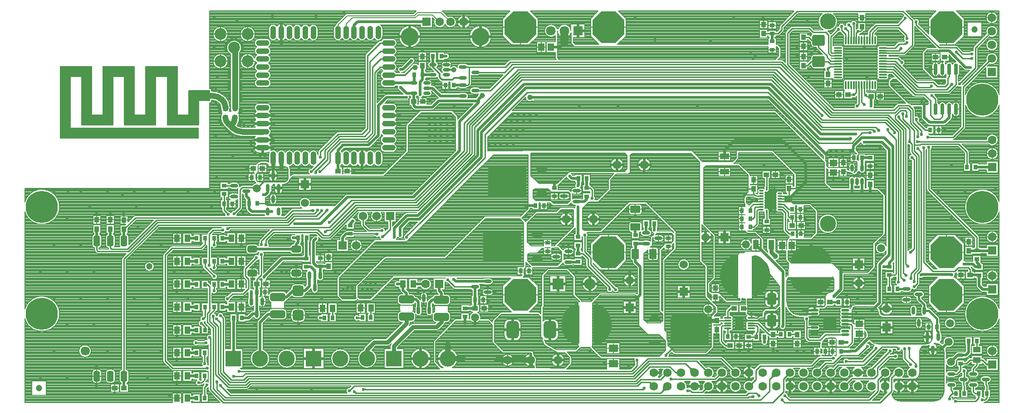
<source format=gtl>
G04*
G04 #@! TF.GenerationSoftware,Altium Limited,Altium Designer,18.1.9 (240)*
G04*
G04 Layer_Physical_Order=1*
G04 Layer_Color=255*
%FSLAX24Y24*%
%MOIN*%
G70*
G01*
G75*
%ADD10C,0.0098*%
%ADD12C,0.0079*%
%ADD14C,0.0100*%
%ADD15C,0.0157*%
%ADD16C,0.0236*%
%ADD18C,0.0197*%
%ADD22C,0.0295*%
%ADD25O,0.0591X0.0281*%
G04:AMPARAMS|DCode=27|XSize=70.9mil|YSize=51.2mil|CornerRadius=12.8mil|HoleSize=0mil|Usage=FLASHONLY|Rotation=0.000|XOffset=0mil|YOffset=0mil|HoleType=Round|Shape=RoundedRectangle|*
%AMROUNDEDRECTD27*
21,1,0.0709,0.0256,0,0,0.0*
21,1,0.0453,0.0512,0,0,0.0*
1,1,0.0256,0.0226,-0.0128*
1,1,0.0256,-0.0226,-0.0128*
1,1,0.0256,-0.0226,0.0128*
1,1,0.0256,0.0226,0.0128*
%
%ADD27ROUNDEDRECTD27*%
%ADD28C,0.0591*%
G04:AMPARAMS|DCode=29|XSize=128mil|YSize=90.6mil|CornerRadius=22.6mil|HoleSize=0mil|Usage=FLASHONLY|Rotation=90.000|XOffset=0mil|YOffset=0mil|HoleType=Round|Shape=RoundedRectangle|*
%AMROUNDEDRECTD29*
21,1,0.1280,0.0453,0,0,90.0*
21,1,0.0827,0.0906,0,0,90.0*
1,1,0.0453,0.0226,0.0413*
1,1,0.0453,0.0226,-0.0413*
1,1,0.0453,-0.0226,-0.0413*
1,1,0.0453,-0.0226,0.0413*
%
%ADD29ROUNDEDRECTD29*%
%ADD30O,0.0433X0.0984*%
%ADD31O,0.0984X0.0433*%
%ADD32O,0.0236X0.0531*%
%ADD33O,0.0118X0.0630*%
%ADD34O,0.0630X0.0118*%
%ADD35O,0.0295X0.0850*%
G04:AMPARAMS|DCode=36|XSize=90.6mil|YSize=82.7mil|CornerRadius=12.4mil|HoleSize=0mil|Usage=FLASHONLY|Rotation=0.000|XOffset=0mil|YOffset=0mil|HoleType=Round|Shape=RoundedRectangle|*
%AMROUNDEDRECTD36*
21,1,0.0906,0.0579,0,0,0.0*
21,1,0.0657,0.0827,0,0,0.0*
1,1,0.0248,0.0329,-0.0289*
1,1,0.0248,-0.0329,-0.0289*
1,1,0.0248,-0.0329,0.0289*
1,1,0.0248,0.0329,0.0289*
%
%ADD36ROUNDEDRECTD36*%
%ADD37O,0.0591X0.0177*%
%ADD38O,0.0281X0.0591*%
%ADD39O,0.0335X0.0118*%
%ADD40O,0.0118X0.0335*%
%ADD41O,0.0531X0.0236*%
G04:AMPARAMS|DCode=42|XSize=82.7mil|YSize=78.7mil|CornerRadius=19.7mil|HoleSize=0mil|Usage=FLASHONLY|Rotation=180.000|XOffset=0mil|YOffset=0mil|HoleType=Round|Shape=RoundedRectangle|*
%AMROUNDEDRECTD42*
21,1,0.0827,0.0394,0,0,180.0*
21,1,0.0433,0.0787,0,0,180.0*
1,1,0.0394,-0.0217,0.0197*
1,1,0.0394,0.0217,0.0197*
1,1,0.0394,0.0217,-0.0197*
1,1,0.0394,-0.0217,-0.0197*
%
%ADD42ROUNDEDRECTD42*%
G04:AMPARAMS|DCode=43|XSize=110.2mil|YSize=59.1mil|CornerRadius=14.8mil|HoleSize=0mil|Usage=FLASHONLY|Rotation=180.000|XOffset=0mil|YOffset=0mil|HoleType=Round|Shape=RoundedRectangle|*
%AMROUNDEDRECTD43*
21,1,0.1102,0.0295,0,0,180.0*
21,1,0.0807,0.0591,0,0,180.0*
1,1,0.0295,-0.0404,0.0148*
1,1,0.0295,0.0404,0.0148*
1,1,0.0295,0.0404,-0.0148*
1,1,0.0295,-0.0404,-0.0148*
%
%ADD43ROUNDEDRECTD43*%
G04:AMPARAMS|DCode=44|XSize=86.6mil|YSize=68.9mil|CornerRadius=17.2mil|HoleSize=0mil|Usage=FLASHONLY|Rotation=90.000|XOffset=0mil|YOffset=0mil|HoleType=Round|Shape=RoundedRectangle|*
%AMROUNDEDRECTD44*
21,1,0.0866,0.0344,0,0,90.0*
21,1,0.0522,0.0689,0,0,90.0*
1,1,0.0344,0.0172,0.0261*
1,1,0.0344,0.0172,-0.0261*
1,1,0.0344,-0.0172,-0.0261*
1,1,0.0344,-0.0172,0.0261*
%
%ADD44ROUNDEDRECTD44*%
%ADD45R,0.0610X0.0728*%
%ADD46O,0.0571X0.0118*%
G04:AMPARAMS|DCode=47|XSize=78.7mil|YSize=47.2mil|CornerRadius=11.8mil|HoleSize=0mil|Usage=FLASHONLY|Rotation=270.000|XOffset=0mil|YOffset=0mil|HoleType=Round|Shape=RoundedRectangle|*
%AMROUNDEDRECTD47*
21,1,0.0787,0.0236,0,0,270.0*
21,1,0.0551,0.0472,0,0,270.0*
1,1,0.0236,-0.0118,-0.0276*
1,1,0.0236,-0.0118,0.0276*
1,1,0.0236,0.0118,0.0276*
1,1,0.0236,0.0118,-0.0276*
%
%ADD47ROUNDEDRECTD47*%
%ADD100C,0.0669*%
%ADD108C,0.0866*%
%ADD111C,0.0709*%
%ADD115C,0.0433*%
%ADD116C,0.0315*%
%ADD117C,0.0472*%
%ADD118R,0.0276X0.0354*%
%ADD119R,0.0354X0.0276*%
%ADD120O,0.0846X0.0394*%
G04:AMPARAMS|DCode=121|XSize=279.5mil|YSize=218.5mil|CornerRadius=10.9mil|HoleSize=0mil|Usage=FLASHONLY|Rotation=180.000|XOffset=0mil|YOffset=0mil|HoleType=Round|Shape=RoundedRectangle|*
%AMROUNDEDRECTD121*
21,1,0.2795,0.1967,0,0,180.0*
21,1,0.2577,0.2185,0,0,180.0*
1,1,0.0219,-0.1288,0.0983*
1,1,0.0219,0.1288,0.0983*
1,1,0.0219,0.1288,-0.0983*
1,1,0.0219,-0.1288,-0.0983*
%
%ADD121ROUNDEDRECTD121*%
%ADD122R,0.0413X0.0551*%
%ADD123R,0.0551X0.0413*%
%ADD124R,0.0413X0.0689*%
%ADD125R,0.0689X0.0413*%
%ADD126R,0.0394X0.0354*%
%ADD127R,0.0354X0.0394*%
%ADD128R,0.0571X0.0453*%
%ADD129R,0.0394X0.0394*%
%ADD130R,0.0453X0.0571*%
%ADD131R,0.0965X0.0906*%
%ADD132R,0.0394X0.0787*%
%ADD133R,0.0394X0.0394*%
G04:AMPARAMS|DCode=134|XSize=51.2mil|YSize=72mil|CornerRadius=2.6mil|HoleSize=0mil|Usage=FLASHONLY|Rotation=90.000|XOffset=0mil|YOffset=0mil|HoleType=Round|Shape=RoundedRectangle|*
%AMROUNDEDRECTD134*
21,1,0.0512,0.0669,0,0,90.0*
21,1,0.0461,0.0720,0,0,90.0*
1,1,0.0051,0.0335,0.0230*
1,1,0.0051,0.0335,-0.0230*
1,1,0.0051,-0.0335,-0.0230*
1,1,0.0051,-0.0335,0.0230*
%
%ADD134ROUNDEDRECTD134*%
G04:AMPARAMS|DCode=135|XSize=51.2mil|YSize=72mil|CornerRadius=2.6mil|HoleSize=0mil|Usage=FLASHONLY|Rotation=0.000|XOffset=0mil|YOffset=0mil|HoleType=Round|Shape=RoundedRectangle|*
%AMROUNDEDRECTD135*
21,1,0.0512,0.0669,0,0,0.0*
21,1,0.0461,0.0720,0,0,0.0*
1,1,0.0051,0.0230,-0.0335*
1,1,0.0051,-0.0230,-0.0335*
1,1,0.0051,-0.0230,0.0335*
1,1,0.0051,0.0230,0.0335*
%
%ADD135ROUNDEDRECTD135*%
%ADD136R,0.0709X0.0551*%
%ADD137R,0.0787X0.0787*%
%ADD138C,0.0591*%
%ADD139C,0.0394*%
%ADD140C,0.0138*%
%ADD141R,0.0571X0.0443*%
%ADD142R,0.1024X0.0787*%
%ADD143R,0.0787X0.2559*%
%ADD144R,0.2362X0.0787*%
%ADD145R,0.0787X0.4331*%
%ADD146R,0.2362X0.0787*%
%ADD147R,0.2362X0.0787*%
%ADD148R,0.0787X0.4331*%
%ADD149R,0.2362X0.0787*%
%ADD150R,0.0787X0.4331*%
%ADD151R,0.2362X0.0787*%
%ADD152R,0.0787X0.5315*%
%ADD153R,1.0236X0.0787*%
%ADD154R,0.0787X0.4528*%
%ADD155R,0.0787X0.0787*%
%ADD156R,0.0787X0.3543*%
%ADD157C,0.0630*%
%ADD158C,0.1181*%
%ADD159C,0.1299*%
%ADD160R,0.0630X0.0630*%
%ADD161R,0.0630X0.0630*%
%ADD162R,0.1181X0.1181*%
%ADD163C,0.0600*%
%ADD164R,0.0600X0.0600*%
%ADD165R,0.0600X0.0600*%
%ADD166R,0.0709X0.0709*%
%ADD167C,0.0827*%
%ADD168R,0.0827X0.0827*%
%ADD169P,0.2557X8X292.5*%
%ADD170C,0.2362*%
%ADD171C,0.0236*%
%ADD172C,0.0394*%
G36*
X65716Y28088D02*
X65710Y28081D01*
X65705Y28073D01*
X65701Y28064D01*
X65697Y28055D01*
X65694Y28045D01*
X65692Y28035D01*
X65690Y28024D01*
X65689Y28013D01*
X65689Y28001D01*
X65591D01*
X65590Y28013D01*
X65589Y28024D01*
X65588Y28035D01*
X65585Y28045D01*
X65582Y28055D01*
X65578Y28064D01*
X65574Y28073D01*
X65569Y28081D01*
X65563Y28088D01*
X65557Y28095D01*
X65722D01*
X65716Y28088D01*
D02*
G37*
G36*
X60798Y27942D02*
X60799Y27933D01*
X60801Y27924D01*
X60804Y27915D01*
X60808Y27906D01*
X60812Y27897D01*
X60818Y27888D01*
X60824Y27879D01*
X60832Y27870D01*
X60840Y27862D01*
X60770Y27792D01*
X60762Y27800D01*
X60753Y27807D01*
X60744Y27814D01*
X60735Y27819D01*
X60726Y27824D01*
X60717Y27828D01*
X60708Y27831D01*
X60699Y27833D01*
X60690Y27834D01*
X60680Y27835D01*
X60797Y27952D01*
X60798Y27942D01*
D02*
G37*
G36*
X60242Y27779D02*
X60237Y27771D01*
X60232Y27763D01*
X60228Y27754D01*
X60224Y27745D01*
X60222Y27735D01*
X60219Y27725D01*
X60218Y27714D01*
X60217Y27703D01*
X60217Y27691D01*
X60118Y27684D01*
X60118Y27696D01*
X60117Y27708D01*
X60115Y27718D01*
X60112Y27729D01*
X60109Y27738D01*
X60105Y27747D01*
X60101Y27755D01*
X60096Y27763D01*
X60090Y27770D01*
X60083Y27776D01*
X60248Y27786D01*
X60242Y27779D01*
D02*
G37*
G36*
X60561Y27686D02*
X60563Y27677D01*
X60565Y27668D01*
X60568Y27659D01*
X60571Y27650D01*
X60576Y27641D01*
X60582Y27632D01*
X60588Y27623D01*
X60596Y27614D01*
X60604Y27606D01*
X60534Y27536D01*
X60525Y27544D01*
X60517Y27552D01*
X60508Y27558D01*
X60499Y27564D01*
X60490Y27568D01*
X60481Y27572D01*
X60472Y27575D01*
X60463Y27577D01*
X60453Y27578D01*
X60444Y27579D01*
X60561Y27696D01*
X60561Y27686D01*
D02*
G37*
G36*
X61322Y27367D02*
X61321Y27367D01*
X61318Y27367D01*
X61315Y27365D01*
X61312Y27362D01*
X61307Y27359D01*
X61290Y27343D01*
X61275Y27329D01*
X61205Y27398D01*
X61213Y27406D01*
X61242Y27438D01*
X61243Y27441D01*
X61244Y27444D01*
X61244Y27445D01*
X61322Y27367D01*
D02*
G37*
G36*
X64932Y26528D02*
X64795Y26516D01*
X64769Y26614D01*
X64781Y26615D01*
X64792Y26616D01*
X64802Y26617D01*
X64811Y26620D01*
X64818Y26623D01*
X64824Y26627D01*
X64829Y26631D01*
X64833Y26637D01*
X64835Y26642D01*
X64836Y26649D01*
X64932Y26528D01*
D02*
G37*
G36*
X64517Y26122D02*
X64507Y26122D01*
X64498Y26120D01*
X64489Y26118D01*
X64480Y26115D01*
X64471Y26112D01*
X64462Y26107D01*
X64453Y26101D01*
X64444Y26095D01*
X64435Y26088D01*
X64426Y26079D01*
X64357Y26149D01*
X64365Y26158D01*
X64372Y26166D01*
X64379Y26175D01*
X64384Y26184D01*
X64389Y26193D01*
X64393Y26202D01*
X64396Y26211D01*
X64398Y26220D01*
X64399Y26230D01*
X64400Y26239D01*
X64517Y26122D01*
D02*
G37*
G36*
X68701Y25934D02*
X68702Y25925D01*
X68704Y25916D01*
X68707Y25907D01*
X68711Y25898D01*
X68716Y25889D01*
X68722Y25880D01*
X68728Y25871D01*
X68735Y25862D01*
X68744Y25854D01*
X68674Y25784D01*
X68665Y25792D01*
X68656Y25800D01*
X68648Y25806D01*
X68639Y25812D01*
X68630Y25816D01*
X68621Y25820D01*
X68612Y25823D01*
X68602Y25825D01*
X68593Y25826D01*
X68584Y25827D01*
X68701Y25944D01*
X68701Y25934D01*
D02*
G37*
G36*
X69643Y25401D02*
X69637Y25407D01*
X69629Y25413D01*
X69621Y25418D01*
X69613Y25422D01*
X69604Y25426D01*
X69594Y25429D01*
X69584Y25431D01*
X69573Y25433D01*
X69562Y25434D01*
X69550Y25434D01*
Y25533D01*
X69562Y25533D01*
X69573Y25534D01*
X69584Y25536D01*
X69594Y25538D01*
X69604Y25541D01*
X69613Y25545D01*
X69621Y25549D01*
X69629Y25554D01*
X69637Y25560D01*
X69643Y25566D01*
Y25401D01*
D02*
G37*
G36*
X59324Y24828D02*
X59316Y24819D01*
X59309Y24810D01*
X59302Y24802D01*
X59297Y24793D01*
X59292Y24784D01*
X59288Y24775D01*
X59285Y24766D01*
X59283Y24756D01*
X59282Y24747D01*
X59281Y24738D01*
X59165Y24855D01*
X59174Y24855D01*
X59183Y24856D01*
X59192Y24858D01*
X59201Y24861D01*
X59211Y24865D01*
X59219Y24870D01*
X59228Y24875D01*
X59237Y24882D01*
X59246Y24889D01*
X59255Y24897D01*
X59324Y24828D01*
D02*
G37*
G36*
X59240Y24645D02*
X59234Y24638D01*
X59229Y24630D01*
X59225Y24622D01*
X59221Y24612D01*
X59218Y24603D01*
X59216Y24592D01*
X59214Y24582D01*
X59213Y24570D01*
X59213Y24558D01*
X59114D01*
X59114Y24570D01*
X59113Y24582D01*
X59111Y24592D01*
X59109Y24603D01*
X59106Y24612D01*
X59102Y24622D01*
X59098Y24630D01*
X59093Y24638D01*
X59087Y24645D01*
X59081Y24652D01*
X59246D01*
X59240Y24645D01*
D02*
G37*
G36*
X68257Y23484D02*
X68247Y23484D01*
X68238Y23483D01*
X68229Y23481D01*
X68220Y23478D01*
X68211Y23474D01*
X68202Y23469D01*
X68193Y23464D01*
X68184Y23457D01*
X68175Y23450D01*
X68167Y23442D01*
X68097Y23511D01*
X68105Y23520D01*
X68113Y23529D01*
X68119Y23537D01*
X68125Y23546D01*
X68129Y23555D01*
X68133Y23564D01*
X68136Y23573D01*
X68138Y23583D01*
X68139Y23592D01*
X68140Y23601D01*
X68257Y23484D01*
D02*
G37*
G36*
X61224Y22909D02*
X61216Y22900D01*
X61208Y22891D01*
X61202Y22882D01*
X61196Y22873D01*
X61192Y22864D01*
X61188Y22855D01*
X61185Y22846D01*
X61183Y22837D01*
X61181Y22828D01*
X61181Y22819D01*
X61064Y22935D01*
X61074Y22936D01*
X61083Y22937D01*
X61092Y22939D01*
X61101Y22942D01*
X61110Y22946D01*
X61119Y22951D01*
X61128Y22956D01*
X61137Y22963D01*
X61146Y22970D01*
X61154Y22978D01*
X61224Y22909D01*
D02*
G37*
G36*
X60979Y22735D02*
X60972Y22741D01*
X60964Y22747D01*
X60956Y22752D01*
X60948Y22756D01*
X60939Y22760D01*
X60929Y22763D01*
X60919Y22765D01*
X60908Y22767D01*
X60897Y22768D01*
X60885Y22768D01*
Y22867D01*
X60897Y22867D01*
X60908Y22868D01*
X60919Y22870D01*
X60929Y22872D01*
X60939Y22875D01*
X60948Y22879D01*
X60956Y22883D01*
X60964Y22888D01*
X60972Y22894D01*
X60979Y22900D01*
Y22735D01*
D02*
G37*
G36*
X37393Y22758D02*
X37403Y22752D01*
X37414Y22746D01*
X37427Y22741D01*
X37441Y22736D01*
X37456Y22733D01*
X37473Y22730D01*
X37492Y22728D01*
X37533Y22726D01*
Y22530D01*
X37512Y22529D01*
X37473Y22526D01*
X37456Y22523D01*
X37441Y22520D01*
X37427Y22515D01*
X37414Y22510D01*
X37403Y22504D01*
X37393Y22498D01*
X37385Y22490D01*
Y22766D01*
X37393Y22758D01*
D02*
G37*
G36*
X61470Y22079D02*
X61461Y22070D01*
X61446Y22053D01*
X61440Y22044D01*
X61435Y22036D01*
X61432Y22029D01*
X61429Y22022D01*
X61427Y22015D01*
X61426Y22008D01*
X61426Y22002D01*
X61323Y22106D01*
X61329Y22105D01*
X61336Y22106D01*
X61343Y22108D01*
X61350Y22111D01*
X61357Y22115D01*
X61365Y22119D01*
X61374Y22125D01*
X61382Y22132D01*
X61400Y22149D01*
X61470Y22079D01*
D02*
G37*
G36*
X61738Y22239D02*
X61747Y22232D01*
X61756Y22225D01*
X61765Y22220D01*
X61774Y22215D01*
X61783Y22211D01*
X61792Y22208D01*
X61801Y22206D01*
X61810Y22205D01*
X61820Y22205D01*
X61703Y22088D01*
X61702Y22097D01*
X61701Y22106D01*
X61699Y22116D01*
X61696Y22125D01*
X61692Y22134D01*
X61688Y22143D01*
X61682Y22152D01*
X61676Y22160D01*
X61668Y22169D01*
X61660Y22178D01*
X61730Y22247D01*
X61738Y22239D01*
D02*
G37*
G36*
X64975Y21406D02*
X64976Y21395D01*
X64978Y21384D01*
X64980Y21374D01*
X64983Y21364D01*
X64987Y21355D01*
X64991Y21347D01*
X64996Y21339D01*
X65002Y21331D01*
X65008Y21325D01*
X64843D01*
X64849Y21331D01*
X64855Y21339D01*
X64860Y21347D01*
X64864Y21355D01*
X64868Y21364D01*
X64871Y21374D01*
X64874Y21384D01*
X64875Y21395D01*
X64876Y21406D01*
X64877Y21418D01*
X64975D01*
X64975Y21406D01*
D02*
G37*
G36*
X58644Y21446D02*
X58653Y21439D01*
X58662Y21432D01*
X58671Y21427D01*
X58680Y21423D01*
X58689Y21420D01*
X58698Y21417D01*
X58707Y21416D01*
X58716Y21416D01*
X58725Y21416D01*
X58623Y21286D01*
X58621Y21296D01*
X58619Y21305D01*
X58615Y21315D01*
X58611Y21325D01*
X58605Y21335D01*
X58599Y21345D01*
X58591Y21355D01*
X58573Y21377D01*
X58562Y21388D01*
X58635Y21454D01*
X58644Y21446D01*
D02*
G37*
G36*
X64722Y21336D02*
X64716Y21329D01*
X64711Y21321D01*
X64707Y21312D01*
X64703Y21303D01*
X64700Y21293D01*
X64698Y21283D01*
X64696Y21272D01*
X64695Y21261D01*
X64695Y21249D01*
X64596D01*
X64596Y21261D01*
X64595Y21272D01*
X64593Y21283D01*
X64591Y21293D01*
X64588Y21303D01*
X64584Y21312D01*
X64580Y21321D01*
X64575Y21329D01*
X64569Y21336D01*
X64563Y21343D01*
X64728D01*
X64722Y21336D01*
D02*
G37*
G36*
X64441Y21104D02*
X64439Y21098D01*
X64438Y21091D01*
X64438Y21084D01*
X64440Y21076D01*
X64443Y21069D01*
X64447Y21060D01*
X64453Y21052D01*
X64460Y21043D01*
X64468Y21034D01*
X64384Y20979D01*
X64290Y21080D01*
X64445Y21111D01*
X64441Y21104D01*
D02*
G37*
G36*
X65705Y20919D02*
X65704Y20916D01*
X65703Y20913D01*
X65702Y20908D01*
X65701Y20902D01*
X65700Y20887D01*
X65699Y20868D01*
X65699Y20856D01*
X65600D01*
X65600Y20868D01*
X65597Y20908D01*
X65596Y20913D01*
X65595Y20916D01*
X65594Y20919D01*
X65592Y20920D01*
X65707D01*
X65705Y20919D01*
D02*
G37*
G36*
X62801Y20359D02*
X62810Y20352D01*
X62819Y20346D01*
X62828Y20340D01*
X62837Y20335D01*
X62846Y20331D01*
X62855Y20328D01*
X62864Y20326D01*
X62873Y20325D01*
X62883Y20325D01*
X62766Y20208D01*
X62765Y20217D01*
X62764Y20226D01*
X62762Y20236D01*
X62759Y20245D01*
X62755Y20254D01*
X62751Y20263D01*
X62745Y20272D01*
X62739Y20280D01*
X62731Y20289D01*
X62723Y20298D01*
X62793Y20368D01*
X62801Y20359D01*
D02*
G37*
G36*
X62477Y20281D02*
X62485Y20273D01*
X62494Y20267D01*
X62503Y20261D01*
X62512Y20257D01*
X62521Y20253D01*
X62530Y20250D01*
X62539Y20248D01*
X62549Y20246D01*
X62558Y20246D01*
X62441Y20129D01*
X62441Y20138D01*
X62439Y20148D01*
X62437Y20157D01*
X62434Y20166D01*
X62431Y20175D01*
X62426Y20184D01*
X62420Y20193D01*
X62414Y20202D01*
X62406Y20211D01*
X62398Y20219D01*
X62468Y20289D01*
X62477Y20281D01*
D02*
G37*
G36*
X64109Y20119D02*
X63954Y20095D01*
X63958Y20100D01*
X63960Y20107D01*
X63962Y20113D01*
X63961Y20120D01*
X63960Y20127D01*
X63957Y20135D01*
X63952Y20143D01*
X63947Y20151D01*
X63940Y20160D01*
X63931Y20169D01*
X64017Y20222D01*
X64109Y20119D01*
D02*
G37*
G36*
X66063Y20077D02*
X66065Y20065D01*
X66066Y20055D01*
X66069Y20045D01*
X66073Y20036D01*
X66077Y20027D01*
X66082Y20020D01*
X66088Y20013D01*
X66094Y20007D01*
X66101Y20001D01*
X65939Y19969D01*
X65944Y19977D01*
X65948Y19985D01*
X65952Y19994D01*
X65955Y20003D01*
X65958Y20012D01*
X65961Y20022D01*
X65962Y20033D01*
X65964Y20044D01*
X65965Y20067D01*
X66063Y20089D01*
X66063Y20077D01*
D02*
G37*
G36*
X62160Y19937D02*
X62153Y19943D01*
X62146Y19949D01*
X62138Y19954D01*
X62129Y19958D01*
X62120Y19962D01*
X62110Y19965D01*
X62100Y19967D01*
X62089Y19969D01*
X62078Y19970D01*
X62066Y19970D01*
Y20069D01*
X62078Y20069D01*
X62089Y20070D01*
X62100Y20072D01*
X62110Y20074D01*
X62120Y20077D01*
X62129Y20081D01*
X62138Y20085D01*
X62146Y20090D01*
X62153Y20096D01*
X62160Y20102D01*
Y19937D01*
D02*
G37*
G36*
X65817Y19881D02*
X65818Y19870D01*
X65820Y19859D01*
X65822Y19848D01*
X65825Y19839D01*
X65829Y19830D01*
X65833Y19821D01*
X65838Y19813D01*
X65844Y19806D01*
X65850Y19799D01*
X65685D01*
X65691Y19806D01*
X65697Y19813D01*
X65702Y19821D01*
X65706Y19830D01*
X65710Y19839D01*
X65713Y19848D01*
X65715Y19859D01*
X65717Y19870D01*
X65718Y19881D01*
X65718Y19893D01*
X65817D01*
X65817Y19881D01*
D02*
G37*
G36*
X65197Y19536D02*
X65198Y19525D01*
X65200Y19514D01*
X65202Y19504D01*
X65205Y19494D01*
X65209Y19485D01*
X65213Y19477D01*
X65218Y19469D01*
X65224Y19461D01*
X65230Y19454D01*
X65065D01*
X65071Y19461D01*
X65077Y19469D01*
X65082Y19477D01*
X65086Y19485D01*
X65090Y19494D01*
X65093Y19504D01*
X65095Y19514D01*
X65097Y19525D01*
X65098Y19536D01*
X65098Y19548D01*
X65197D01*
X65197Y19536D01*
D02*
G37*
G36*
X65833Y19447D02*
X65840Y19442D01*
X65848Y19437D01*
X65857Y19432D01*
X65866Y19429D01*
X65875Y19426D01*
X65886Y19423D01*
X65896Y19422D01*
X65908Y19421D01*
X65920Y19420D01*
Y19322D01*
X65908Y19321D01*
X65896Y19320D01*
X65886Y19319D01*
X65875Y19316D01*
X65866Y19313D01*
X65857Y19310D01*
X65848Y19305D01*
X65840Y19300D01*
X65833Y19295D01*
X65826Y19288D01*
Y19454D01*
X65833Y19447D01*
D02*
G37*
G36*
X65266Y19360D02*
X65267Y19350D01*
X65269Y19341D01*
X65272Y19332D01*
X65276Y19323D01*
X65281Y19314D01*
X65286Y19305D01*
X65293Y19296D01*
X65300Y19288D01*
X65308Y19279D01*
X65239Y19209D01*
X65230Y19217D01*
X65221Y19225D01*
X65213Y19231D01*
X65204Y19237D01*
X65195Y19242D01*
X65186Y19245D01*
X65177Y19248D01*
X65167Y19250D01*
X65158Y19252D01*
X65149Y19252D01*
X65266Y19369D01*
X65266Y19360D01*
D02*
G37*
G36*
X65876Y18838D02*
X65878Y18829D01*
X65880Y18819D01*
X65883Y18810D01*
X65886Y18801D01*
X65891Y18792D01*
X65897Y18783D01*
X65903Y18775D01*
X65911Y18766D01*
X65919Y18757D01*
X65849Y18688D01*
X65840Y18696D01*
X65832Y18703D01*
X65823Y18710D01*
X65814Y18715D01*
X65805Y18720D01*
X65796Y18724D01*
X65787Y18727D01*
X65778Y18729D01*
X65768Y18730D01*
X65759Y18730D01*
X65876Y18847D01*
X65876Y18838D01*
D02*
G37*
G36*
X65443Y18188D02*
X65444Y18179D01*
X65447Y18170D01*
X65450Y18161D01*
X65453Y18151D01*
X65458Y18142D01*
X65464Y18134D01*
X65470Y18125D01*
X65477Y18116D01*
X65486Y18107D01*
X65416Y18038D01*
X65407Y18046D01*
X65399Y18053D01*
X65390Y18060D01*
X65381Y18065D01*
X65372Y18070D01*
X65363Y18074D01*
X65354Y18077D01*
X65345Y18079D01*
X65335Y18080D01*
X65326Y18080D01*
X65443Y18197D01*
X65443Y18188D01*
D02*
G37*
G36*
X21640Y17250D02*
X21632Y17241D01*
X21625Y17232D01*
X21619Y17224D01*
X21615Y17215D01*
X21612Y17207D01*
X21610Y17200D01*
X21609Y17192D01*
X21610Y17185D01*
X21613Y17178D01*
X21616Y17171D01*
X21461Y17211D01*
X21463Y17213D01*
X21466Y17216D01*
X21558Y17307D01*
X21640Y17250D01*
D02*
G37*
G36*
X21993Y17238D02*
X21984Y17229D01*
X21977Y17220D01*
X21971Y17211D01*
X21965Y17203D01*
X21960Y17194D01*
X21956Y17185D01*
X21954Y17175D01*
X21951Y17166D01*
X21950Y17157D01*
X21950Y17148D01*
X21833Y17265D01*
X21842Y17265D01*
X21852Y17266D01*
X21861Y17268D01*
X21870Y17271D01*
X21879Y17275D01*
X21888Y17280D01*
X21897Y17285D01*
X21906Y17292D01*
X21914Y17299D01*
X21923Y17307D01*
X21993Y17238D01*
D02*
G37*
G36*
X17346Y16007D02*
X17338Y15998D01*
X17330Y15989D01*
X17324Y15980D01*
X17318Y15971D01*
X17314Y15962D01*
X17310Y15953D01*
X17307Y15944D01*
X17305Y15935D01*
X17303Y15926D01*
X17303Y15917D01*
X17186Y16033D01*
X17196Y16034D01*
X17205Y16035D01*
X17214Y16037D01*
X17223Y16040D01*
X17232Y16044D01*
X17241Y16049D01*
X17250Y16054D01*
X17259Y16061D01*
X17268Y16068D01*
X17276Y16076D01*
X17346Y16007D01*
D02*
G37*
G36*
X17160Y16031D02*
X17067Y15905D01*
X17066Y15912D01*
X17064Y15918D01*
X17060Y15923D01*
X17055Y15928D01*
X17049Y15932D01*
X17041Y15935D01*
X17033Y15938D01*
X17023Y15940D01*
X17011Y15941D01*
X16999Y15941D01*
X17023Y16040D01*
X17160Y16031D01*
D02*
G37*
G36*
X55098Y15679D02*
X55364D01*
Y14439D01*
X55098D01*
Y14026D01*
X55000D01*
Y14311D01*
X54882D01*
Y14026D01*
X54783D01*
Y14439D01*
X54518D01*
Y15679D01*
X54783D01*
Y16093D01*
X54882D01*
Y15807D01*
X55000D01*
Y16093D01*
X55098D01*
Y15679D01*
D02*
G37*
G36*
X21229Y14218D02*
X21222Y14225D01*
X21214Y14231D01*
X21206Y14236D01*
X21198Y14240D01*
X21189Y14244D01*
X21179Y14247D01*
X21169Y14249D01*
X21158Y14251D01*
X21147Y14252D01*
X21135Y14252D01*
Y14350D01*
X21147Y14351D01*
X21158Y14352D01*
X21169Y14353D01*
X21179Y14356D01*
X21189Y14359D01*
X21198Y14362D01*
X21206Y14367D01*
X21214Y14372D01*
X21222Y14377D01*
X21229Y14384D01*
Y14218D01*
D02*
G37*
G36*
X22355Y14222D02*
X22345Y14222D01*
X22336Y14221D01*
X22327Y14219D01*
X22318Y14216D01*
X22309Y14212D01*
X22300Y14207D01*
X22291Y14202D01*
X22282Y14195D01*
X22273Y14188D01*
X22265Y14180D01*
X22195Y14249D01*
X22203Y14258D01*
X22211Y14267D01*
X22217Y14276D01*
X22223Y14284D01*
X22227Y14293D01*
X22231Y14302D01*
X22234Y14312D01*
X22236Y14321D01*
X22237Y14330D01*
X22238Y14339D01*
X22355Y14222D01*
D02*
G37*
G36*
X21977Y14183D02*
X21968Y14182D01*
X21958Y14180D01*
X21949Y14178D01*
X21940Y14174D01*
X21931Y14170D01*
X21922Y14165D01*
X21913Y14159D01*
X21905Y14153D01*
X21896Y14145D01*
X21887Y14137D01*
X21812Y14201D01*
X21820Y14209D01*
X21827Y14218D01*
X21833Y14227D01*
X21839Y14236D01*
X21843Y14245D01*
X21847Y14254D01*
X21849Y14263D01*
X21851Y14272D01*
X21851Y14281D01*
X21851Y14291D01*
X21977Y14183D01*
D02*
G37*
G36*
X27083Y13563D02*
X27075Y13560D01*
X27067Y13555D01*
X27061Y13548D01*
X27056Y13540D01*
X27051Y13529D01*
X27048Y13516D01*
X27045Y13501D01*
X27044Y13484D01*
X27043Y13466D01*
X26945D01*
X26944Y13484D01*
X26943Y13501D01*
X26940Y13516D01*
X26937Y13529D01*
X26933Y13540D01*
X26927Y13548D01*
X26921Y13555D01*
X26913Y13560D01*
X26905Y13563D01*
X26896Y13564D01*
X27093D01*
X27083Y13563D01*
D02*
G37*
G36*
X22690Y13507D02*
X22682Y13498D01*
X22675Y13489D01*
X22668Y13480D01*
X22663Y13471D01*
X22658Y13462D01*
X22654Y13453D01*
X22651Y13444D01*
X22649Y13435D01*
X22648Y13426D01*
X22648Y13417D01*
X22531Y13533D01*
X22540Y13534D01*
X22549Y13535D01*
X22558Y13537D01*
X22568Y13540D01*
X22577Y13544D01*
X22586Y13549D01*
X22595Y13554D01*
X22603Y13561D01*
X22612Y13568D01*
X22621Y13576D01*
X22690Y13507D01*
D02*
G37*
G36*
X15216Y13021D02*
X15207Y13011D01*
X15180Y12979D01*
X15175Y12973D01*
X15172Y12967D01*
X15169Y12962D01*
X15168Y12957D01*
X15167Y12953D01*
X15090Y13063D01*
X15095Y13062D01*
X15100Y13062D01*
X15105Y13063D01*
X15111Y13065D01*
X15117Y13068D01*
X15123Y13071D01*
X15130Y13076D01*
X15137Y13082D01*
X15152Y13096D01*
X15216Y13021D01*
D02*
G37*
G36*
X22395Y12827D02*
X22386Y12818D01*
X22371Y12801D01*
X22366Y12792D01*
X22361Y12785D01*
X22357Y12777D01*
X22354Y12770D01*
X22352Y12763D01*
X22351Y12756D01*
X22352Y12750D01*
X22248Y12854D01*
X22254Y12853D01*
X22261Y12854D01*
X22268Y12856D01*
X22275Y12859D01*
X22283Y12863D01*
X22290Y12867D01*
X22299Y12873D01*
X22307Y12880D01*
X22325Y12897D01*
X22395Y12827D01*
D02*
G37*
G36*
X25921Y12490D02*
X25916Y12498D01*
X25911Y12504D01*
X25904Y12510D01*
X25897Y12515D01*
X25889Y12520D01*
X25880Y12523D01*
X25870Y12526D01*
X25860Y12528D01*
X25848Y12529D01*
X25836Y12530D01*
X25865Y12628D01*
X25877Y12628D01*
X25899Y12630D01*
X25910Y12632D01*
X25929Y12636D01*
X25938Y12639D01*
X25947Y12642D01*
X25955Y12646D01*
X25963Y12650D01*
X25921Y12490D01*
D02*
G37*
G36*
X26588Y12460D02*
X26580Y12451D01*
X26572Y12442D01*
X26566Y12433D01*
X26560Y12425D01*
X26556Y12416D01*
X26552Y12407D01*
X26549Y12397D01*
X26547Y12388D01*
X26546Y12379D01*
X26545Y12370D01*
X26428Y12487D01*
X26438Y12487D01*
X26447Y12488D01*
X26456Y12490D01*
X26465Y12493D01*
X26474Y12497D01*
X26483Y12502D01*
X26492Y12507D01*
X26501Y12514D01*
X26510Y12521D01*
X26518Y12529D01*
X26588Y12460D01*
D02*
G37*
G36*
X65397Y11331D02*
X65389Y11323D01*
X65382Y11314D01*
X65375Y11305D01*
X65369Y11296D01*
X65365Y11287D01*
X65361Y11278D01*
X65358Y11269D01*
X65356Y11260D01*
X65355Y11251D01*
X65354Y11241D01*
X65237Y11358D01*
X65247Y11359D01*
X65256Y11360D01*
X65265Y11362D01*
X65274Y11365D01*
X65283Y11369D01*
X65292Y11373D01*
X65301Y11379D01*
X65310Y11385D01*
X65319Y11393D01*
X65327Y11401D01*
X65397Y11331D01*
D02*
G37*
G36*
X58136Y11729D02*
X58354Y11685D01*
X58565Y11612D01*
X58764Y11512D01*
X58948Y11386D01*
X59113Y11237D01*
X59115Y11235D01*
X59221Y11108D01*
X59305Y10967D01*
X59366Y10814D01*
X59408Y10680D01*
X59417Y10607D01*
X59398Y10536D01*
X59354Y10477D01*
X59292Y10438D01*
X59220Y10424D01*
X56614D01*
X56540Y10438D01*
X56476Y10478D01*
X56431Y10539D01*
X56412Y10612D01*
X56421Y10688D01*
X56461Y10817D01*
X56522Y10968D01*
X56605Y11108D01*
X56709Y11233D01*
X56714Y11237D01*
X56879Y11386D01*
X57063Y11512D01*
X57262Y11612D01*
X57473Y11685D01*
X57691Y11729D01*
X57913Y11744D01*
X58136Y11729D01*
D02*
G37*
G36*
X13750Y10419D02*
X13750Y10407D01*
X13751Y10396D01*
X13753Y10385D01*
X13755Y10375D01*
X13758Y10365D01*
X13761Y10355D01*
X13765Y10347D01*
X13769Y10338D01*
X13775Y10331D01*
X13780Y10323D01*
X13616Y10337D01*
X13622Y10343D01*
X13629Y10350D01*
X13634Y10358D01*
X13639Y10366D01*
X13643Y10375D01*
X13646Y10384D01*
X13648Y10394D01*
X13650Y10405D01*
X13651Y10416D01*
X13652Y10428D01*
X13750Y10419D01*
D02*
G37*
G36*
X64947Y10349D02*
X64956Y10342D01*
X64965Y10336D01*
X64973Y10330D01*
X64982Y10325D01*
X64991Y10322D01*
X65001Y10319D01*
X65010Y10317D01*
X65019Y10315D01*
X65028Y10315D01*
X64911Y10198D01*
X64911Y10207D01*
X64910Y10217D01*
X64908Y10226D01*
X64905Y10235D01*
X64901Y10244D01*
X64896Y10253D01*
X64891Y10262D01*
X64884Y10271D01*
X64877Y10279D01*
X64869Y10288D01*
X64938Y10358D01*
X64947Y10349D01*
D02*
G37*
G36*
X64805Y9674D02*
X64814Y9667D01*
X64823Y9661D01*
X64832Y9655D01*
X64841Y9651D01*
X64850Y9648D01*
X64859Y9646D01*
X64868Y9644D01*
X64877Y9644D01*
X64886Y9645D01*
X64784Y9515D01*
X64783Y9524D01*
X64781Y9533D01*
X64778Y9542D01*
X64774Y9551D01*
X64770Y9560D01*
X64765Y9569D01*
X64759Y9578D01*
X64752Y9586D01*
X64744Y9595D01*
X64736Y9604D01*
X64797Y9682D01*
X64805Y9674D01*
D02*
G37*
G36*
X65296Y9448D02*
X65297Y9436D01*
X65298Y9426D01*
X65301Y9415D01*
X65304Y9406D01*
X65307Y9397D01*
X65312Y9388D01*
X65317Y9380D01*
X65322Y9373D01*
X65329Y9366D01*
X65163D01*
X65170Y9373D01*
X65175Y9380D01*
X65180Y9388D01*
X65185Y9397D01*
X65188Y9406D01*
X65191Y9415D01*
X65194Y9426D01*
X65196Y9436D01*
X65197Y9448D01*
X65197Y9460D01*
X65295D01*
X65296Y9448D01*
D02*
G37*
G36*
X64671Y9316D02*
X64680Y9309D01*
X64689Y9302D01*
X64698Y9297D01*
X64707Y9292D01*
X64716Y9288D01*
X64725Y9285D01*
X64734Y9283D01*
X64743Y9282D01*
X64753Y9281D01*
X64636Y9165D01*
X64635Y9174D01*
X64634Y9183D01*
X64632Y9192D01*
X64629Y9201D01*
X64625Y9211D01*
X64621Y9219D01*
X64615Y9228D01*
X64609Y9237D01*
X64601Y9246D01*
X64593Y9255D01*
X64663Y9324D01*
X64671Y9316D01*
D02*
G37*
G36*
X65542Y9237D02*
X65543Y9225D01*
X65544Y9215D01*
X65547Y9204D01*
X65550Y9195D01*
X65553Y9186D01*
X65558Y9177D01*
X65563Y9169D01*
X65568Y9162D01*
X65575Y9155D01*
X65409D01*
X65416Y9162D01*
X65422Y9169D01*
X65427Y9177D01*
X65431Y9186D01*
X65435Y9195D01*
X65438Y9204D01*
X65440Y9215D01*
X65442Y9225D01*
X65443Y9237D01*
X65443Y9249D01*
X65541D01*
X65542Y9237D01*
D02*
G37*
G36*
X59287Y9365D02*
X59351Y9325D01*
X59395Y9264D01*
X59415Y9191D01*
X59406Y9116D01*
X59365Y8986D01*
X59305Y8835D01*
X59222Y8696D01*
X59118Y8571D01*
X59113Y8566D01*
X58948Y8417D01*
X58764Y8291D01*
X58565Y8191D01*
X58354Y8118D01*
X58136Y8074D01*
X57913Y8059D01*
X57691Y8074D01*
X57473Y8118D01*
X57262Y8191D01*
X57063Y8291D01*
X56879Y8417D01*
X56714Y8566D01*
X56711Y8568D01*
X56606Y8695D01*
X56522Y8836D01*
X56460Y8989D01*
X56419Y9123D01*
X56410Y9196D01*
X56429Y9267D01*
X56472Y9326D01*
X56534Y9365D01*
X56607Y9379D01*
X59212D01*
X59287Y9365D01*
D02*
G37*
G36*
X52436Y10983D02*
X52496Y10939D01*
X52535Y10877D01*
X52548Y10805D01*
Y8199D01*
X52534Y8125D01*
X52494Y8061D01*
X52433Y8016D01*
X52360Y7997D01*
X52285Y8006D01*
X52155Y8046D01*
X52005Y8107D01*
X51865Y8190D01*
X51740Y8294D01*
X51735Y8298D01*
X51586Y8464D01*
X51460Y8648D01*
X51360Y8847D01*
X51287Y9057D01*
X51243Y9276D01*
X51228Y9498D01*
X51243Y9720D01*
X51287Y9939D01*
X51360Y10149D01*
X51460Y10348D01*
X51586Y10532D01*
X51735Y10698D01*
X51738Y10700D01*
X51864Y10805D01*
X52006Y10890D01*
X52158Y10951D01*
X52292Y10993D01*
X52365Y11001D01*
X52436Y10983D01*
D02*
G37*
G36*
X53857Y10990D02*
X53986Y10950D01*
X54137Y10889D01*
X54277Y10806D01*
X54402Y10702D01*
X54406Y10698D01*
X54556Y10532D01*
X54681Y10348D01*
X54781Y10149D01*
X54854Y9939D01*
X54898Y9720D01*
X54913Y9498D01*
X54898Y9276D01*
X54854Y9057D01*
X54781Y8847D01*
X54681Y8648D01*
X54556Y8464D01*
X54406Y8298D01*
X54404Y8296D01*
X54278Y8191D01*
X54136Y8106D01*
X53983Y8045D01*
X53849Y8003D01*
X53776Y7995D01*
X53705Y8013D01*
X53646Y8057D01*
X53607Y8119D01*
X53593Y8191D01*
Y10797D01*
X53607Y10871D01*
X53648Y10935D01*
X53709Y10980D01*
X53782Y10999D01*
X53857Y10990D01*
D02*
G37*
G36*
X13409Y6410D02*
X13400Y6401D01*
X13385Y6383D01*
X13379Y6375D01*
X13374Y6367D01*
X13371Y6360D01*
X13368Y6353D01*
X13366Y6346D01*
X13365Y6339D01*
X13365Y6333D01*
X13262Y6436D01*
X13268Y6436D01*
X13275Y6437D01*
X13282Y6439D01*
X13289Y6441D01*
X13296Y6445D01*
X13304Y6450D01*
X13313Y6456D01*
X13321Y6463D01*
X13339Y6480D01*
X13409Y6410D01*
D02*
G37*
G36*
X14063Y6434D02*
X14057Y6427D01*
X14052Y6419D01*
X14047Y6410D01*
X14044Y6401D01*
X14041Y6392D01*
X14038Y6381D01*
X14037Y6371D01*
X14036Y6359D01*
X14035Y6347D01*
X13937D01*
X13937Y6359D01*
X13936Y6371D01*
X13934Y6381D01*
X13932Y6392D01*
X13929Y6401D01*
X13925Y6410D01*
X13921Y6419D01*
X13916Y6427D01*
X13910Y6434D01*
X13904Y6441D01*
X14069D01*
X14063Y6434D01*
D02*
G37*
G36*
X21951Y6484D02*
X21959Y6478D01*
X21967Y6473D01*
X21975Y6469D01*
X21984Y6465D01*
X21994Y6462D01*
X22004Y6460D01*
X22015Y6458D01*
X22027Y6457D01*
X22038Y6457D01*
Y6358D01*
X22027Y6358D01*
X22015Y6357D01*
X22004Y6355D01*
X21994Y6353D01*
X21984Y6350D01*
X21975Y6346D01*
X21967Y6342D01*
X21959Y6337D01*
X21951Y6331D01*
X21945Y6325D01*
Y6490D01*
X21951Y6484D01*
D02*
G37*
G36*
X24638Y6474D02*
X24646Y6468D01*
X24654Y6463D01*
X24662Y6459D01*
X24671Y6455D01*
X24681Y6452D01*
X24691Y6450D01*
X24702Y6448D01*
X24714Y6447D01*
X24725Y6447D01*
Y6348D01*
X24714Y6348D01*
X24702Y6347D01*
X24691Y6345D01*
X24681Y6343D01*
X24671Y6340D01*
X24662Y6336D01*
X24654Y6332D01*
X24646Y6327D01*
X24638Y6321D01*
X24632Y6315D01*
Y6480D01*
X24638Y6474D01*
D02*
G37*
G36*
X14361Y6308D02*
X14362Y6299D01*
X14364Y6290D01*
X14367Y6281D01*
X14371Y6272D01*
X14375Y6263D01*
X14381Y6254D01*
X14387Y6245D01*
X14395Y6236D01*
X14403Y6228D01*
X14333Y6158D01*
X14325Y6166D01*
X14316Y6174D01*
X14307Y6180D01*
X14298Y6186D01*
X14289Y6190D01*
X14280Y6194D01*
X14271Y6197D01*
X14262Y6199D01*
X14253Y6200D01*
X14243Y6201D01*
X14360Y6318D01*
X14361Y6308D01*
D02*
G37*
G36*
X13848Y4792D02*
X13750Y4766D01*
X13750Y4778D01*
X13749Y4789D01*
X13747Y4799D01*
X13744Y4808D01*
X13741Y4815D01*
X13737Y4821D01*
X13733Y4826D01*
X13728Y4830D01*
X13722Y4832D01*
X13715Y4833D01*
X13837Y4928D01*
X13848Y4792D01*
D02*
G37*
G36*
X40783Y7410D02*
X40842Y7366D01*
X40881Y7304D01*
X40895Y7232D01*
Y4626D01*
X40881Y4552D01*
X40840Y4488D01*
X40780Y4443D01*
X40706Y4424D01*
X40631Y4433D01*
X40502Y4473D01*
X40351Y4534D01*
X40211Y4617D01*
X40086Y4721D01*
X40082Y4725D01*
X39933Y4891D01*
X39807Y5075D01*
X39707Y5274D01*
X39634Y5485D01*
X39590Y5703D01*
X39575Y5925D01*
X39590Y6148D01*
X39634Y6366D01*
X39707Y6576D01*
X39807Y6775D01*
X39933Y6959D01*
X40082Y7125D01*
X40084Y7127D01*
X40211Y7233D01*
X40352Y7317D01*
X40505Y7378D01*
X40639Y7420D01*
X40712Y7429D01*
X40783Y7410D01*
D02*
G37*
G36*
X42203Y7418D02*
X42333Y7377D01*
X42484Y7317D01*
X42623Y7233D01*
X42748Y7129D01*
X42753Y7125D01*
X42902Y6959D01*
X43028Y6775D01*
X43128Y6576D01*
X43201Y6366D01*
X43245Y6148D01*
X43260Y5925D01*
X43245Y5703D01*
X43201Y5485D01*
X43128Y5274D01*
X43028Y5075D01*
X42902Y4891D01*
X42753Y4725D01*
X42751Y4723D01*
X42624Y4618D01*
X42483Y4534D01*
X42330Y4472D01*
X42196Y4430D01*
X42123Y4422D01*
X42052Y4441D01*
X41993Y4484D01*
X41953Y4546D01*
X41940Y4618D01*
Y7224D01*
X41954Y7298D01*
X41994Y7362D01*
X42055Y7407D01*
X42128Y7426D01*
X42203Y7418D01*
D02*
G37*
G36*
X64258Y4267D02*
X64267Y4259D01*
X64276Y4253D01*
X64284Y4247D01*
X64293Y4243D01*
X64302Y4239D01*
X64312Y4236D01*
X64321Y4234D01*
X64330Y4233D01*
X64339Y4232D01*
X64222Y4115D01*
X64222Y4125D01*
X64221Y4134D01*
X64219Y4143D01*
X64216Y4152D01*
X64212Y4161D01*
X64207Y4170D01*
X64202Y4179D01*
X64195Y4188D01*
X64188Y4197D01*
X64180Y4205D01*
X64249Y4275D01*
X64258Y4267D01*
D02*
G37*
G36*
X65214Y4062D02*
X65208Y4055D01*
X65203Y4047D01*
X65199Y4038D01*
X65195Y4029D01*
X65192Y4020D01*
X65190Y4009D01*
X65188Y3999D01*
X65187Y3987D01*
X65187Y3975D01*
X65089D01*
X65088Y3987D01*
X65087Y3999D01*
X65086Y4009D01*
X65083Y4020D01*
X65080Y4029D01*
X65077Y4038D01*
X65072Y4047D01*
X65067Y4055D01*
X65061Y4062D01*
X65055Y4069D01*
X65220D01*
X65214Y4062D01*
D02*
G37*
G36*
X47392Y3762D02*
X47383Y3753D01*
X47376Y3744D01*
X47370Y3736D01*
X47365Y3727D01*
X47362Y3718D01*
X47359Y3709D01*
X47358Y3701D01*
X47357Y3692D01*
X47358Y3683D01*
X47360Y3675D01*
X47216Y3756D01*
X47224Y3759D01*
X47233Y3762D01*
X47241Y3766D01*
X47249Y3770D01*
X47258Y3775D01*
X47275Y3787D01*
X47283Y3794D01*
X47300Y3810D01*
X47392Y3762D01*
D02*
G37*
G36*
X65670Y2980D02*
X65673Y2940D01*
X65674Y2936D01*
X65675Y2932D01*
X65676Y2930D01*
X65677Y2929D01*
X65565D01*
X65566Y2930D01*
X65567Y2932D01*
X65568Y2936D01*
X65569Y2940D01*
X65570Y2946D01*
X65571Y2961D01*
X65572Y2991D01*
X65670D01*
X65670Y2980D01*
D02*
G37*
G36*
X70917Y2874D02*
X70916Y2883D01*
X70913Y2892D01*
X70908Y2899D01*
X70901Y2906D01*
X70892Y2911D01*
X70881Y2915D01*
X70868Y2919D01*
X70853Y2921D01*
X70836Y2923D01*
X70817Y2923D01*
Y3022D01*
X70836Y3022D01*
X70853Y3024D01*
X70868Y3026D01*
X70881Y3030D01*
X70892Y3034D01*
X70901Y3039D01*
X70908Y3046D01*
X70913Y3053D01*
X70916Y3062D01*
X70917Y3071D01*
Y2874D01*
D02*
G37*
G36*
X49055Y2736D02*
X49075Y2723D01*
X49099Y2712D01*
X49125Y2702D01*
X49155Y2694D01*
X49188Y2688D01*
X49225Y2683D01*
X49308Y2677D01*
X49354Y2677D01*
X49042Y2365D01*
X49042Y2412D01*
X49037Y2494D01*
X49032Y2531D01*
X49025Y2564D01*
X49017Y2594D01*
X49007Y2621D01*
X48996Y2644D01*
X48983Y2664D01*
X48969Y2681D01*
X49038Y2751D01*
X49055Y2736D01*
D02*
G37*
G36*
X48050Y2294D02*
X48048Y2297D01*
X48046Y2301D01*
X48042Y2304D01*
X48037Y2306D01*
X48031Y2308D01*
X48024Y2310D01*
X48015Y2311D01*
X48006Y2312D01*
X47983Y2313D01*
Y2411D01*
X47995Y2412D01*
X48015Y2413D01*
X48024Y2414D01*
X48031Y2416D01*
X48037Y2418D01*
X48042Y2421D01*
X48046Y2424D01*
X48048Y2427D01*
X48050Y2431D01*
Y2294D01*
D02*
G37*
G36*
X15593Y2153D02*
X15601Y2147D01*
X15609Y2142D01*
X15617Y2138D01*
X15626Y2134D01*
X15636Y2131D01*
X15646Y2129D01*
X15657Y2127D01*
X15668Y2126D01*
X15680Y2126D01*
Y2028D01*
X15668Y2027D01*
X15657Y2026D01*
X15646Y2025D01*
X15636Y2022D01*
X15626Y2019D01*
X15617Y2016D01*
X15609Y2011D01*
X15601Y2006D01*
X15593Y2000D01*
X15586Y1994D01*
Y2159D01*
X15593Y2153D01*
D02*
G37*
G36*
X55354Y2047D02*
X55308Y2047D01*
X55225Y2042D01*
X55188Y2037D01*
X55155Y2030D01*
X55125Y2022D01*
X55099Y2012D01*
X55075Y2001D01*
X55055Y1988D01*
X55038Y1974D01*
X54969Y2043D01*
X54983Y2060D01*
X54996Y2080D01*
X55007Y2104D01*
X55017Y2130D01*
X55025Y2160D01*
X55032Y2193D01*
X55037Y2230D01*
X55042Y2313D01*
X55042Y2359D01*
X55354Y2047D01*
D02*
G37*
G36*
X47709Y1956D02*
X47717Y1951D01*
X47725Y1946D01*
X47733Y1941D01*
X47742Y1937D01*
X47752Y1934D01*
X47762Y1932D01*
X47773Y1930D01*
X47784Y1929D01*
X47796Y1929D01*
Y1831D01*
X47784Y1830D01*
X47773Y1829D01*
X47762Y1828D01*
X47752Y1825D01*
X47742Y1822D01*
X47733Y1819D01*
X47725Y1814D01*
X47717Y1809D01*
X47709Y1804D01*
X47702Y1797D01*
Y1963D01*
X47709Y1956D01*
D02*
G37*
G36*
X14338Y1602D02*
X14332Y1594D01*
X14327Y1586D01*
X14323Y1578D01*
X14319Y1569D01*
X14316Y1559D01*
X14314Y1549D01*
X14312Y1538D01*
X14311Y1527D01*
X14311Y1515D01*
X14213D01*
X14212Y1527D01*
X14211Y1538D01*
X14210Y1549D01*
X14207Y1559D01*
X14204Y1569D01*
X14201Y1578D01*
X14196Y1586D01*
X14191Y1594D01*
X14185Y1602D01*
X14179Y1609D01*
X14344D01*
X14338Y1602D01*
D02*
G37*
G36*
X46114Y1676D02*
X46127Y1666D01*
X46140Y1657D01*
X46153Y1650D01*
X46166Y1646D01*
X46179Y1643D01*
X46191Y1642D01*
X46204Y1643D01*
X46217Y1645D01*
X46229Y1650D01*
X46069Y1490D01*
X46074Y1503D01*
X46077Y1515D01*
X46077Y1528D01*
X46076Y1541D01*
X46074Y1554D01*
X46069Y1566D01*
X46062Y1579D01*
X46054Y1592D01*
X46043Y1606D01*
X46031Y1619D01*
X46101Y1688D01*
X46114Y1676D01*
D02*
G37*
G36*
X14648Y1393D02*
X14647Y1384D01*
X14647Y1375D01*
X14648Y1367D01*
X14651Y1358D01*
X14654Y1349D01*
X14659Y1341D01*
X14665Y1332D01*
X14672Y1323D01*
X14681Y1314D01*
X14587Y1269D01*
X14578Y1277D01*
X14561Y1292D01*
X14553Y1298D01*
X14536Y1309D01*
X14528Y1314D01*
X14520Y1318D01*
X14512Y1321D01*
X14504Y1324D01*
X14650Y1401D01*
X14648Y1393D01*
D02*
G37*
G36*
X45622Y1096D02*
X45485Y1093D01*
X45464Y1191D01*
X45477Y1191D01*
X45488Y1192D01*
X45498Y1194D01*
X45507Y1197D01*
X45514Y1200D01*
X45521Y1204D01*
X45526Y1209D01*
X45530Y1215D01*
X45533Y1221D01*
X45535Y1229D01*
X45622Y1096D01*
D02*
G37*
G36*
X25121Y1218D02*
X25128Y1212D01*
X25136Y1207D01*
X25145Y1203D01*
X25154Y1199D01*
X25163Y1196D01*
X25174Y1194D01*
X25184Y1192D01*
X25196Y1191D01*
X25208Y1191D01*
Y1093D01*
X25196Y1092D01*
X25184Y1091D01*
X25174Y1090D01*
X25163Y1087D01*
X25154Y1084D01*
X25145Y1080D01*
X25136Y1076D01*
X25128Y1071D01*
X25121Y1065D01*
X25114Y1059D01*
Y1224D01*
X25121Y1218D01*
D02*
G37*
G36*
X47354Y1047D02*
X47308Y1047D01*
X47225Y1042D01*
X47188Y1037D01*
X47155Y1030D01*
X47125Y1022D01*
X47099Y1012D01*
X47075Y1001D01*
X47055Y988D01*
X47038Y974D01*
X46969Y1043D01*
X46983Y1060D01*
X46996Y1080D01*
X47007Y1104D01*
X47017Y1130D01*
X47025Y1160D01*
X47032Y1193D01*
X47037Y1230D01*
X47042Y1313D01*
X47042Y1359D01*
X47354Y1047D01*
D02*
G37*
G36*
X48949Y1120D02*
X48957Y1114D01*
X48965Y1109D01*
X48973Y1105D01*
X48982Y1101D01*
X48992Y1098D01*
X49002Y1096D01*
X49013Y1094D01*
X49025Y1093D01*
X49036Y1093D01*
Y994D01*
X49025Y994D01*
X49013Y993D01*
X49002Y991D01*
X48992Y989D01*
X48982Y986D01*
X48973Y982D01*
X48965Y978D01*
X48957Y973D01*
X48949Y967D01*
X48943Y961D01*
Y1126D01*
X48949Y1120D01*
D02*
G37*
G36*
X24479Y956D02*
X24482Y949D01*
X24486Y944D01*
X24491Y939D01*
X24498Y935D01*
X24505Y931D01*
X24514Y929D01*
X24524Y927D01*
X24535Y926D01*
X24548Y925D01*
X24527Y827D01*
X24390Y831D01*
X24477Y963D01*
X24479Y956D01*
D02*
G37*
G36*
X54002Y822D02*
X54011Y815D01*
X54020Y808D01*
X54029Y803D01*
X54038Y798D01*
X54047Y794D01*
X54056Y791D01*
X54065Y789D01*
X54074Y788D01*
X54083Y787D01*
X53967Y670D01*
X53966Y680D01*
X53965Y689D01*
X53963Y698D01*
X53960Y707D01*
X53956Y716D01*
X53951Y725D01*
X53946Y734D01*
X53939Y743D01*
X53932Y752D01*
X53924Y761D01*
X53993Y830D01*
X54002Y822D01*
D02*
G37*
G36*
X53577Y508D02*
X53570Y514D01*
X53563Y520D01*
X53555Y525D01*
X53546Y529D01*
X53537Y533D01*
X53528Y536D01*
X53517Y538D01*
X53506Y540D01*
X53495Y541D01*
X53483Y541D01*
Y640D01*
X53495Y640D01*
X53506Y641D01*
X53517Y643D01*
X53528Y645D01*
X53537Y648D01*
X53546Y652D01*
X53555Y656D01*
X53563Y661D01*
X53570Y667D01*
X53577Y673D01*
Y508D01*
D02*
G37*
G36*
X68150Y580D02*
X68151Y568D01*
X68153Y558D01*
X68155Y547D01*
X68158Y538D01*
X68162Y529D01*
X68166Y520D01*
X68171Y512D01*
X68177Y505D01*
X68183Y498D01*
X68018D01*
X68024Y505D01*
X68030Y512D01*
X68035Y520D01*
X68039Y529D01*
X68043Y538D01*
X68046Y547D01*
X68048Y558D01*
X68050Y568D01*
X68051Y580D01*
X68051Y592D01*
X68150D01*
X68150Y580D01*
D02*
G37*
G36*
X55896Y344D02*
X55897Y335D01*
X55899Y325D01*
X55902Y316D01*
X55906Y307D01*
X55911Y298D01*
X55916Y289D01*
X55923Y281D01*
X55930Y272D01*
X55938Y263D01*
X55869Y193D01*
X55860Y202D01*
X55851Y209D01*
X55843Y215D01*
X55834Y221D01*
X55825Y226D01*
X55816Y230D01*
X55807Y233D01*
X55797Y235D01*
X55788Y236D01*
X55779Y236D01*
X55896Y353D01*
X55896Y344D01*
D02*
G37*
D10*
X53730Y15463D02*
G03*
X53992Y15354I261J261D01*
G01*
X53681Y15581D02*
G03*
X53730Y15463I168J0D01*
G01*
X55042Y27323D02*
X55482D01*
X55768Y27608D01*
Y27844D01*
X56894Y28970D01*
X64655D01*
X55344Y24675D02*
X58656Y21364D01*
X36403Y24675D02*
X55344D01*
X55581Y24862D02*
X59291Y21152D01*
X36083Y24862D02*
X55581D01*
X53357Y1362D02*
X53858Y1863D01*
Y2540D01*
X54182Y2864D01*
X57963D01*
X58524Y3425D01*
X59560D01*
X65236Y11240D02*
X65476Y11480D01*
Y18048D01*
X65325Y18199D02*
X65476Y18048D01*
X65246Y9646D02*
X65653Y10052D01*
X65246Y9281D02*
Y9646D01*
X65653Y10052D02*
Y18274D01*
X65315Y18612D02*
X65653Y18274D01*
X65315Y18612D02*
Y19203D01*
X65492Y9071D02*
Y9641D01*
X65830Y9979D01*
Y18348D01*
X65492Y18686D02*
X65830Y18348D01*
X65492Y18686D02*
Y19114D01*
Y8696D02*
X65738Y8942D01*
Y9637D01*
X66007Y9906D01*
Y18599D01*
X65758Y18848D02*
X66007Y18599D01*
X65148Y19370D02*
X65315Y19203D01*
X59291Y21152D02*
X63519D01*
X64685Y9724D02*
X64902Y9508D01*
X35817Y25226D02*
X55753D01*
X59473Y21506D02*
X64077D01*
X55753Y25226D02*
X59473Y21506D01*
X59400Y21329D02*
X63593D01*
X55679Y25049D02*
X59400Y21329D01*
X35955Y25049D02*
X55679D01*
X59547Y21683D02*
X64003D01*
X56191Y25039D02*
X59547Y21683D01*
X56191Y25039D02*
Y27362D01*
X58637Y20797D02*
X63372D01*
X55133Y24301D02*
X58637Y20797D01*
X36536Y24301D02*
X55133D01*
X58711Y20974D02*
X63446D01*
X55187Y24498D02*
X58711Y20974D01*
X36476Y24498D02*
X55187D01*
X55064Y24114D02*
X58736Y20443D01*
X36600Y24114D02*
X55064D01*
X58736Y20443D02*
X62648D01*
X36648Y23912D02*
X55006D01*
X58652Y20266D01*
X37052Y22992D02*
X54774D01*
X58494Y19272D01*
X58652Y20266D02*
X62421D01*
X32441Y20713D02*
X36403Y24675D01*
X34354Y23133D02*
X36083Y24862D01*
X33243Y23133D02*
X34354D01*
X35380Y24475D02*
X35955Y25049D01*
X33243Y24475D02*
X35380D01*
X35465Y24875D02*
X35817Y25226D01*
X32441Y18705D02*
Y20713D01*
X28795Y15059D02*
X32441Y18705D01*
X24173Y15059D02*
X28795D01*
X22530Y13415D02*
X24173Y15059D01*
X21716Y13701D02*
X22356Y14341D01*
X19989Y13701D02*
X21716D01*
X32618Y18632D02*
Y20640D01*
X28868Y14882D02*
X32618Y18632D01*
X24360Y14882D02*
X28868D01*
X28957Y14705D02*
X32825Y18573D01*
X29030Y14528D02*
X33002Y18499D01*
X29103Y14350D02*
X33179Y18426D01*
X29218Y13435D02*
X33967Y18183D01*
X24469Y14705D02*
X28957D01*
X24543Y14528D02*
X29030D01*
X29098Y14350D02*
X29103D01*
X29213Y13435D02*
X29218D01*
X33967Y18183D02*
Y19906D01*
X33179Y18426D02*
Y20443D01*
X33002Y18499D02*
Y20516D01*
X28209Y12431D02*
X29213Y13435D01*
X29078Y14331D02*
X29098Y14350D01*
X32825Y18573D02*
Y20590D01*
X32618Y20640D02*
X36476Y24498D01*
X33179Y20443D02*
X36648Y23912D01*
X33002Y20516D02*
X36600Y24114D01*
X32825Y20590D02*
X36536Y24301D01*
X30408Y28401D02*
X30630Y28179D01*
X28209Y12343D02*
Y12431D01*
X51613Y4374D02*
X51968D01*
X57582Y6329D02*
X57589Y6322D01*
Y5679D02*
Y6322D01*
X57579Y5669D02*
X57589Y5679D01*
X58150D01*
X56292Y15157D02*
X56732D01*
X55610D02*
X56292D01*
X69124Y1864D02*
X69157Y1897D01*
Y2490D01*
X65621Y2825D02*
Y2991D01*
X65138Y3474D02*
X65621Y2991D01*
X70837Y482D02*
Y817D01*
X70709Y354D02*
X70837Y482D01*
X70482Y354D02*
X70709D01*
X64790Y3419D02*
X65236Y2972D01*
X64790Y3419D02*
Y4134D01*
X65138Y3474D02*
Y4154D01*
X60357Y1362D02*
X60914Y1919D01*
X62541D01*
X62800Y2179D01*
Y2711D01*
X63661Y3573D01*
X64114D01*
X64862Y10364D02*
X65030Y10197D01*
X64213Y2362D02*
X64357D01*
X63829Y1978D02*
X64213Y2362D01*
X63829Y1004D02*
Y1978D01*
X70098Y4046D02*
X70098Y4045D01*
X70098Y4046D02*
Y4709D01*
X70098Y3297D02*
X70492D01*
X70817Y2972D01*
X71229D01*
X69587Y3297D02*
X70098D01*
X69331Y3042D02*
X69587Y3297D01*
X68907Y3042D02*
X69331D01*
X69838Y2272D02*
Y2662D01*
X70098Y2923D01*
Y3297D01*
X68214Y2264D02*
X68632D01*
X68907Y2539D01*
Y3042D01*
X70748Y1487D02*
Y1872D01*
Y1487D02*
X70837Y1398D01*
Y817D02*
Y1398D01*
X69124Y1437D02*
Y1864D01*
Y1437D02*
X69173Y1387D01*
Y817D02*
Y1387D01*
X69980Y817D02*
X70227D01*
X69838Y960D02*
X69980Y817D01*
X69838Y960D02*
Y1472D01*
X70227Y483D02*
Y817D01*
X70000Y256D02*
X70227Y483D01*
X68524Y256D02*
X70000D01*
X68199Y1449D02*
X68214Y1464D01*
X68199Y1083D02*
Y1449D01*
Y1083D02*
X68278Y1004D01*
Y817D02*
Y1004D01*
Y817D02*
X68563D01*
X68100Y640D02*
X68278Y817D01*
X68100Y413D02*
Y640D01*
X41437Y15945D02*
X41693D01*
X41831Y15807D01*
Y15207D02*
Y15807D01*
X41289Y11254D02*
Y12500D01*
Y11254D02*
X41713Y10831D01*
Y10325D02*
Y10831D01*
Y10325D02*
X43563Y8474D01*
X47618Y1880D02*
X50875D01*
X51357Y2362D01*
X49914Y919D02*
X50357Y1362D01*
X49174Y919D02*
X49914D01*
X49050Y1043D02*
X49174Y919D01*
X48858Y1043D02*
X49050D01*
X43120Y8484D02*
Y8637D01*
X41535Y10221D02*
X43120Y8637D01*
X41535Y10221D02*
Y10758D01*
X41161Y11132D02*
X41535Y10758D01*
X40807Y11132D02*
X41161D01*
X24065Y12579D02*
X25994D01*
X26024Y12549D01*
X45583Y1142D02*
X45652Y1211D01*
X25030Y1142D02*
X45583D01*
X45157Y1388D02*
X45422Y1654D01*
X24350Y1388D02*
X45157D01*
X45083Y1565D02*
X45388Y1870D01*
X16468Y1299D02*
X16734Y1565D01*
X23986Y1024D02*
X24350Y1388D01*
X16734Y1565D02*
X45083D01*
X16661Y1742D02*
X45010D01*
X16587Y1919D02*
X44936D01*
X16504Y2105D02*
X44871D01*
X16395Y1476D02*
X16661Y1742D01*
X16322Y1654D02*
X16587Y1919D01*
X16230Y1831D02*
X16504Y2105D01*
X24429Y876D02*
X46871D01*
X15226Y699D02*
X53169D01*
X14882Y522D02*
X53297D01*
X14809Y344D02*
X54200D01*
X14735Y167D02*
X55078D01*
X15315Y1831D02*
X16230D01*
X16354Y2293D02*
X44809D01*
X16137Y2077D02*
X16354Y2293D01*
X45010Y1742D02*
X46073Y2805D01*
X44936Y1919D02*
X46039Y3022D01*
X44871Y2105D02*
X45985Y3219D01*
X44809Y2293D02*
X45912Y3396D01*
X44736Y2470D02*
X45138Y2872D01*
X15896Y2470D02*
X44736D01*
X46066Y1654D02*
X46357Y1362D01*
X45422Y1654D02*
X46066D01*
X45388Y1870D02*
X46865D01*
X46871Y876D02*
X47357Y1362D01*
X24360Y945D02*
X24429Y876D01*
X53169Y699D02*
X53327Y856D01*
X14537Y1388D02*
X15226Y699D01*
X53297Y522D02*
X53366Y591D01*
X14262Y1142D02*
X14882Y522D01*
X54200Y344D02*
X54843Y987D01*
X13976Y1177D02*
X14809Y344D01*
X55078Y167D02*
X55876Y966D01*
X13799Y1103D02*
X14735Y167D01*
X24994Y13234D02*
Y13878D01*
Y13234D02*
X25403Y12825D01*
X26398D01*
X26994Y12935D02*
Y13878D01*
X26427Y12368D02*
X26994Y12935D01*
X15168Y1476D02*
X16395D01*
X15242Y1654D02*
X16322D01*
X15502Y2077D02*
X16137D01*
X14154Y2240D02*
X15095Y1299D01*
X14715Y2431D02*
X15315Y1831D01*
X14537Y2358D02*
X15242Y1654D01*
X14350Y2294D02*
X15168Y1476D01*
X15095Y1299D02*
X16468D01*
X47246Y3687D02*
X47861Y4301D01*
X47246Y3642D02*
Y3687D01*
X45138Y2872D02*
Y3287D01*
X13366Y1306D02*
X13524Y1464D01*
X13366Y482D02*
Y1306D01*
X12726Y4567D02*
X13465D01*
X12677D02*
X12726D01*
X13356Y1840D02*
Y2126D01*
X13140Y1624D02*
X13356Y1840D01*
X12913Y1624D02*
X13140D01*
X13376Y5506D02*
Y5719D01*
X13110Y5984D02*
X13376Y5719D01*
X13691Y10246D02*
X13701Y10256D01*
Y12569D01*
X13986Y12854D01*
X14695D01*
X15522Y14065D02*
X15527D01*
X15965Y14503D01*
X16118Y15990D02*
X17185D01*
X15965Y14503D02*
Y15837D01*
X16118Y15990D01*
X17185Y15915D02*
Y15990D01*
X13376Y6447D02*
Y7202D01*
X13248Y6319D02*
X13376Y6447D01*
X14537Y1388D02*
Y1437D01*
X13799Y1103D02*
Y4902D01*
X13976Y1177D02*
Y5645D01*
X14262Y1142D02*
Y1693D01*
X53327Y856D02*
X53898D01*
X54085Y669D01*
X55994D02*
X56319Y344D01*
X62185D01*
X53366Y591D02*
X53661D01*
X13750Y4951D02*
X13799Y4902D01*
X14154Y2240D02*
Y5718D01*
X13563Y6058D02*
X13976Y5645D01*
X13740Y6132D02*
X14154Y5718D01*
X13356Y3821D02*
X13366Y3811D01*
Y3031D02*
Y3811D01*
X55778Y354D02*
X55965Y167D01*
X62992D01*
X63829Y1004D01*
X62185Y344D02*
X62825Y984D01*
Y1830D01*
X63357Y2362D01*
X13376Y11801D02*
Y12257D01*
X13100Y11526D02*
X13376Y11801D01*
X10974Y11526D02*
X13100D01*
X10472Y11024D02*
X10974Y11526D01*
X10472Y3219D02*
Y11024D01*
Y3219D02*
X10994Y2697D01*
X13544D01*
X45912Y3396D02*
X51324D01*
X52357Y2362D01*
X13376Y10148D02*
Y10572D01*
Y10148D02*
X14075Y9449D01*
X13721Y4951D02*
X13750D01*
X13376Y8867D02*
X13563D01*
X13740Y8690D01*
Y6894D02*
Y8690D01*
X13563Y6717D02*
X13740Y6894D01*
X13563Y6058D02*
Y6717D01*
X13986Y6136D02*
X14350Y5772D01*
Y2294D02*
Y5772D01*
X14537Y2358D02*
Y6024D01*
X14715Y2431D02*
Y6378D01*
X14242Y6319D02*
X14537Y6024D01*
X14518Y6575D02*
X14715Y6378D01*
X55876Y966D02*
Y1881D01*
X56357Y2362D01*
X54843Y987D02*
Y1848D01*
X55357Y2362D01*
X14065Y6969D02*
Y7202D01*
X13740Y6644D02*
X14065Y6969D01*
X13740Y6132D02*
Y6644D01*
X14055Y8857D02*
X14065Y8867D01*
X14055Y8396D02*
Y8857D01*
X13986Y6136D02*
Y6526D01*
X14046Y10108D02*
Y10572D01*
Y10108D02*
X14055Y10098D01*
X14046Y11781D02*
Y12248D01*
Y11781D02*
X14055Y11772D01*
X45985Y3219D02*
X49501D01*
X50357Y2362D01*
X46039Y3022D02*
X48698D01*
X49357Y2362D01*
X46073Y2805D02*
X47541D01*
X47983Y2362D01*
X48357D01*
X46865Y1870D02*
X47357Y2362D01*
X31726Y8678D02*
X33234D01*
X31220Y9183D02*
X31726Y8678D01*
X25571Y7106D02*
X25581Y7116D01*
X25571Y6417D02*
Y7106D01*
X21860Y6407D02*
X22156D01*
X22766D02*
Y7106D01*
X24941Y6398D02*
X24961Y6417D01*
X24547Y6398D02*
X24941D01*
X22136Y6388D02*
X22156Y6407D01*
X24596Y14331D02*
X29078D01*
X22476Y12461D02*
X24543Y14528D01*
X22629Y12864D02*
X24469Y14705D01*
X22362Y12864D02*
X22629D01*
X22077Y12461D02*
X22476D01*
X22549Y12283D02*
X24596Y14331D01*
X22003Y12283D02*
X22549D01*
X22539Y13061D02*
X24360Y14882D01*
X15187Y13061D02*
X22539D01*
X33967Y19906D02*
X37052Y22992D01*
X54832Y5168D02*
X55128D01*
X53992Y6008D02*
X54832Y5168D01*
X53514Y6008D02*
X53992D01*
X53896Y5811D02*
X53996Y5712D01*
X53992Y15354D02*
X54272D01*
X53681Y15581D02*
Y15886D01*
X52963Y15463D02*
X53730D01*
X53189Y15886D02*
X53681D01*
X56308Y15915D02*
X56772D01*
X55610Y15354D02*
X56308D01*
Y15915D01*
Y15296D02*
Y15354D01*
X55610Y14961D02*
X56713D01*
X53966Y6402D02*
X54114Y6550D01*
X52943Y7080D02*
X53489D01*
X53514Y6402D02*
Y6791D01*
X51982Y7080D02*
X52274D01*
X51782Y6880D02*
X51982Y7080D01*
X51782Y6402D02*
Y6880D01*
X16368Y10020D02*
X17175Y10827D01*
X16368Y9459D02*
Y10020D01*
Y9459D02*
X16585Y9242D01*
Y8546D02*
Y9242D01*
X16207Y8169D02*
X16585Y8546D01*
X15413Y8169D02*
X16207D01*
X15039Y7795D02*
X15413Y8169D01*
X17874Y11753D02*
X17875Y11753D01*
X17874Y11753D02*
Y12141D01*
X18440Y12707D01*
X21580D01*
X22003Y12283D01*
X17205Y8898D02*
Y9242D01*
X17530Y9567D01*
Y11073D01*
Y11782D02*
Y12047D01*
X18366Y12884D01*
X21654D01*
X22077Y12461D01*
X22234Y12736D02*
X22362Y12864D01*
X65650Y20856D02*
Y21024D01*
Y20856D02*
X66280Y20226D01*
X66673D01*
X56191Y27362D02*
X56533Y27704D01*
X57798D01*
X58071Y27431D01*
X58996D01*
X59193Y27234D01*
X63652Y8534D02*
X63652Y8533D01*
X63652Y8534D02*
Y9547D01*
X61673Y20020D02*
X62244D01*
X60925Y19272D02*
X61673Y20020D01*
X58494Y19272D02*
X60925D01*
X63652Y9547D02*
X64065D01*
X64154Y9636D01*
Y19528D01*
X63566Y20115D02*
X64154Y19528D01*
X63566Y20115D02*
Y20247D01*
X64045Y20020D02*
Y20079D01*
X64068Y20102D01*
X63566Y20247D02*
Y20249D01*
X66860Y9823D02*
X68465D01*
X66191Y10492D02*
X66860Y9823D01*
X66191Y10492D02*
Y18927D01*
X66575Y15856D02*
Y18947D01*
X17185Y15915D02*
X17697Y16427D01*
X17224Y14823D02*
X17992D01*
X64862Y10364D02*
Y20310D01*
X64104Y21067D02*
X64862Y20310D01*
X14793Y16122D02*
X15517D01*
X14784Y14321D02*
Y14793D01*
Y14321D02*
X15089Y14016D01*
X14784Y14793D02*
X14793Y14803D01*
Y15512D01*
X15089Y12963D02*
X15187Y13061D01*
X7440Y12923D02*
X8286Y13770D01*
X7687Y11467D02*
X9813Y13593D01*
X7760Y11289D02*
X9886Y13415D01*
X8286Y13770D02*
X19307D01*
X19838Y14301D01*
X19380Y13593D02*
X19843Y14055D01*
X9813Y13593D02*
X19380D01*
X19453Y13415D02*
X19916Y13878D01*
X9886Y13415D02*
X19453D01*
X19527Y13238D02*
X19989Y13701D01*
X9960Y13238D02*
X19527D01*
X7438Y10716D02*
X9960Y13238D01*
X68061Y24144D02*
Y24702D01*
X67972Y24055D02*
X68061Y24144D01*
X67972Y23635D02*
Y24055D01*
X67773Y23435D02*
X67972Y23635D01*
X67185Y23435D02*
X67773D01*
X66900Y23720D02*
X67185Y23435D01*
X65673Y23720D02*
X66900D01*
X54419Y27323D02*
X55042D01*
X55049Y27315D01*
X25115Y19761D02*
X25502Y20148D01*
Y25246D01*
X26299Y26043D01*
X25325Y25709D02*
X26250Y26634D01*
X25325Y20325D02*
Y25709D01*
X24938Y19938D02*
X25325Y20325D01*
X25679Y24852D02*
X26280Y25453D01*
X25679Y19989D02*
Y24852D01*
X25856Y24469D02*
X26250Y24862D01*
X25856Y19916D02*
Y24469D01*
X25237Y19547D02*
X25679Y19989D01*
X25310Y19370D02*
X25856Y19916D01*
X32795Y23632D02*
Y24875D01*
X32697Y23533D02*
X32795Y23632D01*
X32333Y23533D02*
X32697D01*
X32795Y24875D02*
X35465D01*
X32333D02*
X32795D01*
X65640Y27972D02*
X67323Y26289D01*
X68586D01*
X69039Y25837D01*
X69734D01*
X69044Y25484D02*
X69728D01*
X68583Y25945D02*
X69044Y25484D01*
X69094Y20433D02*
Y23378D01*
X71201Y25484D01*
X68366Y19705D02*
X69094Y20433D01*
X66476Y19705D02*
X68366D01*
X66575Y15856D02*
X70098Y12333D01*
Y11348D02*
Y12333D01*
X69587Y9547D02*
Y9961D01*
X69459Y10089D02*
X69587Y9961D01*
X68730Y10089D02*
X69459D01*
X68465Y9823D02*
X68730Y10089D01*
X66014Y19925D02*
X66037Y19903D01*
X66014Y19925D02*
Y20171D01*
X65394Y20791D02*
X66014Y20171D01*
X65394Y20791D02*
Y21732D01*
X65098Y22028D02*
X65394Y21732D01*
X64348Y22028D02*
X65098D01*
X64003Y21683D02*
X64348Y22028D01*
X61634Y22274D02*
X61821Y22087D01*
X61634Y22274D02*
Y23536D01*
X61309Y21988D02*
X61437Y22116D01*
Y23536D01*
X59193Y25872D02*
Y27234D01*
Y25872D02*
X59383Y25681D01*
X59085Y25578D02*
Y25699D01*
X58474Y26309D02*
X59085Y25699D01*
X58474Y26309D02*
Y26843D01*
X59370Y25945D02*
X59437Y25878D01*
X59370Y25945D02*
Y27077D01*
X59914Y27621D01*
X66964Y21038D02*
X67386D01*
X66683Y21319D02*
X66964Y21038D01*
X66683Y21319D02*
Y22392D01*
X67561Y21213D02*
Y21752D01*
X67386Y21038D02*
X67561Y21213D01*
X66240Y22835D02*
X66683Y22392D01*
X65557Y22835D02*
X66240D01*
X63891Y24500D02*
X65557Y22835D01*
X63189Y24500D02*
X63891D01*
X59914Y27621D02*
Y27639D01*
X59437Y25878D02*
X59882D01*
X59383Y25681D02*
X59882D01*
X58357Y2362D02*
Y2421D01*
X59007Y3071D01*
X59565D01*
X60126Y3632D01*
X61381D01*
X62047Y4299D01*
X65492Y19114D02*
Y20191D01*
Y19114D02*
X65906D01*
X65985Y19194D01*
X65768Y19715D02*
Y20166D01*
X65217Y20718D02*
X65768Y20166D01*
X65217Y20718D02*
Y21624D01*
X64990Y21850D02*
X65217Y21624D01*
X64421Y21850D02*
X64990D01*
X64077Y21506D02*
X64421Y21850D01*
X64104Y21067D02*
Y21283D01*
X64495Y21673D01*
X64813D01*
X64926Y21560D01*
Y21240D02*
Y21560D01*
X64321Y27933D02*
X64833Y28445D01*
X62697Y27933D02*
X64321D01*
X62224Y27461D02*
X62697Y27933D01*
X65344Y26467D02*
Y28281D01*
X64655Y28970D02*
X65344Y28281D01*
X60160Y27866D02*
X60167Y27859D01*
Y27559D02*
Y27859D01*
Y27559D02*
X60453Y27274D01*
Y26843D02*
Y27274D01*
X65985Y19194D02*
X68770D01*
X69370Y18593D01*
Y17500D02*
Y18593D01*
X65741Y19371D02*
X71110D01*
X65148Y19370D02*
Y20285D01*
X71110Y19371D02*
X71229Y19490D01*
X65700Y19371D02*
X65741D01*
X64350Y21083D02*
X65148Y20285D01*
X60492Y3209D02*
X61725D01*
X62680Y4164D01*
X64902Y9508D02*
Y9528D01*
X64685Y9724D02*
Y20236D01*
X64199Y4255D02*
X64341Y4114D01*
X63124Y4255D02*
X64199D01*
X59357Y2362D02*
X59918Y2923D01*
X61791D01*
X63124Y4255D01*
X62357Y2603D02*
X63730Y3976D01*
X64508Y9409D02*
X64754Y9163D01*
X64646Y21038D02*
X65492Y20191D01*
X64646Y21038D02*
Y21427D01*
X64350Y21083D02*
Y21181D01*
X63593Y21329D02*
X64685Y20236D01*
X64508Y9409D02*
Y20163D01*
X63519Y21152D02*
X64508Y20163D01*
X64331Y9035D02*
Y20089D01*
X63446Y20974D02*
X64331Y20089D01*
X65640Y27972D02*
Y28179D01*
X64756Y25878D02*
X65344Y26467D01*
X60443Y27697D02*
X60650Y27490D01*
Y26843D02*
Y27490D01*
X60679Y27953D02*
X60846Y27785D01*
Y26843D02*
Y27785D01*
X63372Y20797D02*
X64068Y20102D01*
X61043Y26843D02*
Y28071D01*
X62224Y26843D02*
Y27461D01*
X64911Y26993D02*
X64944Y26960D01*
X64911Y26993D02*
Y27205D01*
X64360Y27756D02*
X64911Y27205D01*
X62805Y27756D02*
X64360D01*
X62421Y27372D02*
X62805Y27756D01*
X62421Y26843D02*
Y27372D01*
X64875Y26565D02*
X64954Y26644D01*
X64380Y26565D02*
X64875D01*
X64087Y26272D02*
X64380Y26565D01*
X63189Y26272D02*
X64087D01*
X64353Y26075D02*
X64518Y26240D01*
X63189Y26075D02*
X64353D01*
X63189Y25878D02*
X64756D01*
X64298Y25485D02*
X64577Y25206D01*
X63189Y25485D02*
X64298D01*
X64106Y25288D02*
X65673Y23720D01*
X63189Y25288D02*
X64106D01*
X67061Y21752D02*
Y22486D01*
X66782Y22766D02*
X67061Y22486D01*
X66663Y23366D02*
X66772Y23474D01*
X65777Y23366D02*
X66663D01*
X64052Y25091D02*
X65777Y23366D01*
X63189Y25091D02*
X64052D01*
X69980Y26264D02*
X71201Y27484D01*
X69980Y24781D02*
Y26264D01*
X68812Y23613D02*
X69980Y24781D01*
X67844Y23189D02*
X68258Y23602D01*
X65703Y23189D02*
X67844D01*
X63998Y24894D02*
X65703Y23189D01*
X63189Y24894D02*
X63998D01*
X68561Y23552D02*
Y24702D01*
X68022Y23012D02*
X68561Y23552D01*
X65630Y23012D02*
X68022D01*
X63944Y24697D02*
X65630Y23012D01*
X63189Y24697D02*
X63944D01*
X62421Y20266D02*
X62559Y20128D01*
X62648Y20443D02*
X62884Y20207D01*
X62357Y2362D02*
Y2603D01*
X61357Y27480D02*
X61535D01*
X61240Y27363D02*
X61357Y27480D01*
X61240Y26843D02*
Y27363D01*
X61535Y27480D02*
X61644Y27589D01*
Y27825D01*
X53938Y14961D02*
X54272D01*
X53922Y15157D02*
X54272D01*
X61929Y22807D02*
X62028Y22709D01*
X61831Y22906D02*
X61929Y22807D01*
X21559Y13878D02*
X21969Y14288D01*
X19916Y13878D02*
X21559D01*
X21415Y14055D02*
X21559Y14199D01*
X19843Y14055D02*
X21415D01*
X19838Y14301D02*
X21313D01*
X21969Y14288D02*
Y14301D01*
X21559Y14226D02*
X21644Y14311D01*
X21559Y14199D02*
Y14226D01*
X23365Y19370D02*
X25310D01*
X23292Y19547D02*
X25237D01*
X23181Y19938D02*
X24938D01*
X21860Y18617D02*
X23181Y19938D01*
X21860Y18228D02*
Y18617D01*
X21832Y17147D02*
X22559Y17874D01*
X21516Y17195D02*
X22382Y18061D01*
Y18637D01*
X22559Y17874D02*
Y18564D01*
X23365Y19370D01*
X22382Y18637D02*
X23292Y19547D01*
X22205Y18711D02*
X23255Y19761D01*
X22205Y18169D02*
Y18711D01*
X21201Y17165D02*
X22205Y18169D01*
X23255Y19761D02*
X25115D01*
X21516Y17108D02*
Y17195D01*
Y17108D02*
X21517Y17107D01*
X26299Y26043D02*
X26879D01*
X26280Y25453D02*
X26879D01*
X26250Y24862D02*
X26879D01*
X26250Y26634D02*
X26879D01*
X7438Y2105D02*
Y10716D01*
X5541Y11289D02*
X7760D01*
X5438Y11393D02*
X5541Y11289D01*
X5438Y11393D02*
Y12055D01*
X6516Y11467D02*
X7687D01*
X6438Y11544D02*
X6516Y11467D01*
X6438Y11544D02*
Y12055D01*
X62028Y22709D02*
X62323D01*
X61831Y22906D02*
Y23536D01*
X60630Y22817D02*
X61063D01*
X61240Y22994D01*
Y23536D01*
X57943Y26843D02*
X58474D01*
X57726Y27059D02*
X57943Y26843D01*
X57363Y27059D02*
X57726D01*
X57933Y25268D02*
X58474D01*
X57638Y24973D02*
X57933Y25268D01*
X57362Y24973D02*
X57638D01*
X59085Y25578D02*
X59375Y25288D01*
X59882D01*
X58474Y25268D02*
X59144D01*
X59321Y25091D01*
X59882D01*
X59163Y24737D02*
X59311Y24884D01*
X59872D01*
X59882Y24894D01*
X59163Y24323D02*
Y24737D01*
X57579Y4931D02*
Y5669D01*
Y4931D02*
X57756Y4754D01*
X58563D01*
X58976Y5167D01*
X60433D01*
X59557Y4272D02*
X60630D01*
X60935Y4577D01*
Y5817D01*
X60817Y5935D02*
X60935Y5817D01*
X60433Y5935D02*
X60817D01*
X56033Y12854D02*
X56308Y12580D01*
X56033Y12854D02*
Y14120D01*
X53445Y14301D02*
Y14537D01*
X53671Y14764D01*
X54272D01*
X54626Y16939D02*
X54646Y16919D01*
Y15925D02*
Y16919D01*
X56516Y13199D02*
Y13799D01*
X56308Y12580D02*
X56565D01*
X55783Y14370D02*
X56033Y14120D01*
X55610Y14370D02*
X55783D01*
X56321Y13799D02*
X56516D01*
X56211Y13910D02*
X56321Y13799D01*
X56211Y13910D02*
Y14193D01*
X55837Y14567D02*
X56211Y14193D01*
X55610Y14567D02*
X55837D01*
X56255Y14400D02*
X56516D01*
X55891Y14764D02*
X56255Y14400D01*
X55610Y14764D02*
X55891D01*
X54646Y13484D02*
Y14193D01*
X53445Y13100D02*
X53721D01*
X53937Y13316D01*
Y14291D01*
X54016Y14370D01*
X54272D01*
X53445Y13701D02*
X53632D01*
X53760Y13829D01*
Y14508D01*
X53819Y14567D01*
X54272D01*
X53878Y4983D02*
X53878Y4983D01*
X53317Y4983D02*
X53878D01*
X53878Y4983D02*
Y5289D01*
X53996Y5407D01*
Y5712D01*
X53514Y5811D02*
X53896D01*
X56880Y5178D02*
X56890Y5168D01*
X56319Y5178D02*
X56880D01*
X55699Y5168D02*
X55709Y5178D01*
X55128Y5168D02*
X55699D01*
X51782Y5615D02*
X51788Y5608D01*
Y5013D02*
Y5608D01*
X51319Y4669D02*
X51613Y4374D01*
X51319Y4669D02*
Y5722D01*
X51409Y5811D01*
X51782D01*
X53514Y6402D02*
X53966D01*
D12*
X71634Y28484D02*
G03*
X71634Y28484I-433J0D01*
G01*
X71037Y27083D02*
G03*
X71634Y27484I164J401D01*
G01*
D02*
G03*
X70800Y27320I-433J0D01*
G01*
X71634Y26484D02*
G03*
X71634Y26484I-433J0D01*
G01*
Y25484D02*
G03*
X70800Y25320I-433J0D01*
G01*
X69862Y26382D02*
G03*
X69813Y26264I118J-118D01*
G01*
X69862Y26382D02*
G03*
X69813Y26264I118J-118D01*
G01*
X68704Y26408D02*
G03*
X68586Y26457I-118J-118D01*
G01*
X68704Y26408D02*
G03*
X68586Y26457I-118J-118D01*
G01*
X69813Y26059D02*
G03*
X69568Y26004I-79J-223D01*
G01*
X68111Y25697D02*
G03*
X68135Y25669I176J126D01*
G01*
X68111Y25697D02*
G03*
X68134Y25669I176J126D01*
G01*
X67802Y25232D02*
G03*
X67793Y25285I-157J0D01*
G01*
X67802Y25232D02*
G03*
X67793Y25285I-157J0D01*
G01*
X71037Y25083D02*
G03*
X71634Y25484I164J401D01*
G01*
X70099Y24663D02*
G03*
X70148Y24781I-118J118D01*
G01*
X70099Y24663D02*
G03*
X70148Y24781I-118J118D01*
G01*
X69532Y24626D02*
G03*
X69574Y24612I94J217D01*
G01*
X71741Y22826D02*
G03*
X69262Y22842I-1242J-381D01*
G01*
Y22048D02*
G03*
X71741Y22064I1237J397D01*
G01*
X69114Y24690D02*
G03*
X69267Y24626I153J153D01*
G01*
X69114Y24689D02*
G03*
X69267Y24626I153J153D01*
G01*
X69043Y23563D02*
G03*
X69049Y23613I-231J50D01*
G01*
X68930Y23408D02*
G03*
X68927Y23378I165J-31D01*
G01*
X68930Y23408D02*
G03*
X68927Y23378I165J-31D01*
G01*
X68729Y24218D02*
G03*
X68827Y24425I-167J206D01*
G01*
X68559Y25245D02*
G03*
X68311Y25069I3J-266D01*
G01*
X67773Y25140D02*
G03*
X67802Y25232I-128J91D01*
G01*
X68311Y25069D02*
G03*
X67811Y25069I-250J-90D01*
G01*
X67773Y25140D02*
G03*
X67802Y25232I-128J91D01*
G01*
X67811Y25069D02*
G03*
X67773Y25140I-250J-90D01*
G01*
X68812Y23850D02*
G03*
X68729Y23834I0J-236D01*
G01*
X68671Y23424D02*
G03*
X68930Y23408I142J189D01*
G01*
X68827Y22029D02*
G03*
X68311Y22119I-266J0D01*
G01*
X68022Y22844D02*
G03*
X68140Y22894I0J167D01*
G01*
X68022Y22844D02*
G03*
X68140Y22894I0J167D01*
G01*
X67229Y22486D02*
G03*
X67180Y22604I-167J0D01*
G01*
X68311Y22119D02*
G03*
X67811Y22119I-250J-90D01*
G01*
D02*
G03*
X67311Y22119I-250J-90D01*
G01*
D02*
G03*
X67229Y22236I-250J-90D01*
G01*
X65821Y28028D02*
G03*
X65876Y28179I-181J151D01*
G01*
X65491Y28362D02*
G03*
X65463Y28399I-146J-81D01*
G01*
X65876Y28179D02*
G03*
X65491Y28362I-236J0D01*
G01*
X65491Y28362D02*
G03*
X65463Y28399I-146J-81D01*
G01*
X66479Y26289D02*
G03*
X66367Y26243I0J-157D01*
G01*
X66479Y26289D02*
G03*
X66367Y26243I0J-157D01*
G01*
X65463Y26348D02*
G03*
X65512Y26467I-118J118D01*
G01*
X65463Y26348D02*
G03*
X65512Y26467I-118J118D01*
G01*
X66131Y26007D02*
G03*
X66085Y25896I111J-111D01*
G01*
X66131Y26007D02*
G03*
X66085Y25896I111J-112D01*
G01*
X64744Y27086D02*
G03*
X64774Y26796I200J-126D01*
G01*
D02*
G03*
X64735Y26732I180J-153D01*
G01*
X64756Y25711D02*
G03*
X64875Y25760I0J167D01*
G01*
X64756Y25711D02*
G03*
X64875Y25760I0J167D01*
G01*
X64731Y28658D02*
G03*
X64596Y28445I102J-213D01*
G01*
X62697Y28100D02*
G03*
X62579Y28051I0J-167D01*
G01*
X62697Y28100D02*
G03*
X62579Y28051I0J-167D01*
G01*
X62106Y27579D02*
G03*
X62057Y27461I118J-118D01*
G01*
X62106Y27579D02*
G03*
X62057Y27461I118J-118D01*
G01*
X62795Y27099D02*
G03*
X62589Y27273I-177J0D01*
G01*
X62057D02*
G03*
X61929Y27246I-30J-175D01*
G01*
X64380Y26732D02*
G03*
X64262Y26683I0J-167D01*
G01*
X64380Y26732D02*
G03*
X64262Y26683I0J-167D01*
G01*
X64416Y25603D02*
G03*
X64298Y25652I-118J-118D01*
G01*
X63503Y26439D02*
G03*
X63445Y26449I-58J-167D01*
G01*
X64416Y25603D02*
G03*
X64298Y25652I-118J-118D01*
G01*
X62933Y26449D02*
G03*
X62786Y26174I0J-177D01*
G01*
D02*
G03*
X62786Y25977I147J-98D01*
G01*
Y25780D02*
G03*
X62786Y25583I147J-98D01*
G01*
Y25977D02*
G03*
X62786Y25780I147J-98D01*
G01*
X62520Y26440D02*
G03*
X62795Y26587I98J147D01*
G01*
X62126Y26440D02*
G03*
X62323Y26440I98J147D01*
G01*
X62323D02*
G03*
X62520Y26440I98J147D01*
G01*
X61929D02*
G03*
X62126Y26440I98J147D01*
G01*
X66085Y24764D02*
G03*
X66131Y24652I157J0D01*
G01*
X66085Y24764D02*
G03*
X66131Y24652I157J0D01*
G01*
X66800Y23983D02*
G03*
X66912Y23937I112J111D01*
G01*
X67018Y23839D02*
G03*
X66900Y23888I-118J-118D01*
G01*
X67018Y23839D02*
G03*
X66900Y23888I-118J-118D01*
G01*
X66800Y23983D02*
G03*
X66912Y23937I111J111D01*
G01*
X64649Y24981D02*
G03*
X64813Y25206I-72J225D01*
G01*
D02*
G03*
X64577Y25442I-236J0D01*
G01*
X63917Y24124D02*
G03*
X63806Y24078I0J-157D01*
G01*
X63917Y24124D02*
G03*
X63806Y24078I0J-157D01*
G01*
X67018Y22766D02*
G03*
X67004Y22844I-236J-0D01*
G01*
X67229Y22486D02*
G03*
X67180Y22604I-167J0D01*
G01*
X65561Y21732D02*
G03*
X65512Y21851I-167J0D01*
G01*
X64348Y22195D02*
G03*
X64229Y22146I0J-167D01*
G01*
X64348Y22195D02*
G03*
X64229Y22146I0J-167D01*
G01*
X65561Y21732D02*
G03*
X65512Y21851I-167J0D01*
G01*
X62786Y25189D02*
G03*
X62786Y24993I147J-98D01*
G01*
Y24993D02*
G03*
X62786Y24796I147J-98D01*
G01*
Y25583D02*
G03*
X62786Y25386I147J-98D01*
G01*
X63592Y24205D02*
G03*
X63622Y24304I-147J98D01*
G01*
Y24107D02*
G03*
X63592Y24205I-177J0D01*
G01*
X62786Y24796D02*
G03*
X62786Y24599I147J-98D01*
G01*
D02*
G03*
X62786Y24402I147J-98D01*
G01*
Y25386D02*
G03*
X62786Y25189I147J-98D01*
G01*
Y24402D02*
G03*
X62786Y24205I147J-98D01*
G01*
X62520Y23939D02*
G03*
X62323Y23939I-98J-147D01*
G01*
X63639Y23911D02*
G03*
X63593Y23799I111J-112D01*
G01*
X63639Y23911D02*
G03*
X63593Y23799I111J-111D01*
G01*
X63445Y23930D02*
G03*
X63622Y24107I0J177D01*
G01*
X62786Y24205D02*
G03*
X62933Y23930I147J-98D01*
G01*
X62795Y23792D02*
G03*
X62520Y23939I-177J0D01*
G01*
X62323D02*
G03*
X62126Y23939I-98J-147D01*
G01*
D02*
G03*
X61929Y23939I-98J-147D01*
G01*
X63593Y23524D02*
G03*
X63639Y23412I157J0D01*
G01*
X63593Y23524D02*
G03*
X63639Y23412I157J0D01*
G01*
X62323Y23133D02*
G03*
X62520Y23133I98J147D01*
G01*
D02*
G03*
X62795Y23280I98J147D01*
G01*
X62126Y23133D02*
G03*
X62323Y23133I98J147D01*
G01*
X61998Y23105D02*
G03*
X62126Y23133I30J175D01*
G01*
X62060Y23004D02*
G03*
X61998Y23033I-131J-197D01*
G01*
X62569Y21988D02*
G03*
X62549Y22083I-236J0D01*
G01*
X62525Y21850D02*
G03*
X62569Y21988I-192J138D01*
G01*
X71662Y19490D02*
G03*
X70799Y19538I-433J0D01*
G01*
X70904Y19204D02*
G03*
X71662Y19490I325J286D01*
G01*
X69537Y18593D02*
G03*
X69488Y18712I-167J0D01*
G01*
X69537Y18593D02*
G03*
X69488Y18712I-167J0D01*
G01*
X68278Y21321D02*
G03*
X68311Y21384I-217J154D01*
G01*
X69213Y20315D02*
G03*
X69262Y20433I-118J118D01*
G01*
X68311Y21384D02*
G03*
X68827Y21475I250J90D01*
G01*
X68214Y20989D02*
G03*
X68278Y21142I-153J153D01*
G01*
X68215Y20989D02*
G03*
X68278Y21142I-153J153D01*
G01*
X67707Y20571D02*
G03*
X67860Y20635I0J217D01*
G01*
X66461Y20634D02*
G03*
X66614Y20571I153J153D01*
G01*
X67707D02*
G03*
X67860Y20634I0J217D01*
G01*
X66461Y20635D02*
G03*
X66614Y20571I153J153D01*
G01*
X69213Y20315D02*
G03*
X69262Y20433I-118J118D01*
G01*
X68384Y19538D02*
G03*
X68484Y19586I-18J166D01*
G01*
X68384Y19538D02*
G03*
X68484Y19586I-18J166D01*
G01*
X66643Y19872D02*
G03*
X66544Y19931I-167J-167D01*
G01*
X66811Y18947D02*
G03*
X66797Y19027I-236J0D01*
G01*
X66742Y18780D02*
G03*
X66811Y18947I-167J167D01*
G01*
X71662Y18490D02*
G03*
X71662Y18490I-433J0D01*
G01*
X71741Y14952D02*
G03*
X71741Y14190I-1242J-381D01*
G01*
X66407Y15856D02*
G03*
X66456Y15738I167J0D01*
G01*
X70266Y12333D02*
G03*
X70217Y12451I-167J0D01*
G01*
X70266Y12333D02*
G03*
X70217Y12451I-167J0D01*
G01*
X66024Y21161D02*
G03*
X66087Y21008I217J0D01*
G01*
X66358Y18760D02*
G03*
X66390Y18800I-167J167D01*
G01*
X66024Y21161D02*
G03*
X66087Y21008I217J0D01*
G01*
X65886Y21024D02*
G03*
X65561Y21243I-236J0D01*
G01*
X65848Y20895D02*
G03*
X65886Y21024I-198J129D01*
G01*
X65264Y18427D02*
G03*
X65308Y17963I61J-228D01*
G01*
X65030Y19166D02*
G03*
X65133Y19134I118J205D01*
G01*
X65148Y18612D02*
G03*
X65197Y18494I167J0D01*
G01*
X65148Y18612D02*
G03*
X65197Y18494I167J0D01*
G01*
X66407Y15856D02*
G03*
X66456Y15738I167J0D01*
G01*
X62894Y15899D02*
G03*
X62782Y15945I-111J-111D01*
G01*
X62894Y15899D02*
G03*
X62782Y15945I-112J-111D01*
G01*
X63346Y15381D02*
G03*
X63300Y15492I-157J0D01*
G01*
X63346Y15381D02*
G03*
X63300Y15492I-157J0D01*
G01*
Y12497D02*
G03*
X63346Y12608I-111J111D01*
G01*
X63300Y12497D02*
G03*
X63346Y12608I-111J112D01*
G01*
X61762Y27470D02*
G03*
X61791Y27510I-118J118D01*
G01*
X61762Y27470D02*
G03*
X61791Y27510I-118J118D01*
G01*
X61348Y27716D02*
G03*
X61211Y27666I9J-236D01*
G01*
X61535Y27313D02*
G03*
X61654Y27362I0J167D01*
G01*
X61280Y28071D02*
G03*
X60819Y28143I-236J0D01*
G01*
X60819D02*
G03*
X60444Y27933I-139J-191D01*
G01*
X61211Y27904D02*
G03*
X61280Y28071I-167J167D01*
G01*
X60389Y27927D02*
G03*
X59924Y27875I-228J-61D01*
G01*
X60444Y27933D02*
G03*
X60389Y27927I-1J-236D01*
G01*
X61535Y27313D02*
G03*
X61654Y27362I0J167D01*
G01*
X61929Y27246D02*
G03*
X61732Y27246I-98J-147D01*
G01*
X61732D02*
G03*
X61535Y27246I-98J-147D01*
G01*
D02*
G03*
X61470Y27273I-98J-147D01*
G01*
D02*
G03*
X61524Y27313I-113J207D01*
G01*
X61535Y26440D02*
G03*
X61732Y26440I98J147D01*
G01*
X61732D02*
G03*
X61929Y26440I98J147D01*
G01*
X61339D02*
G03*
X61535Y26440I98J147D01*
G01*
X60945D02*
G03*
X61142Y26440I98J147D01*
G01*
D02*
G03*
X61339Y26440I98J147D01*
G01*
X60551D02*
G03*
X60748Y26440I98J147D01*
G01*
X60748D02*
G03*
X60945Y26440I98J147D01*
G01*
X60285Y27157D02*
G03*
X60276Y27099I167J-58D01*
G01*
Y26587D02*
G03*
X60551Y26440I177J0D01*
G01*
X60315Y26272D02*
G03*
X60138Y26449I-177J0D01*
G01*
X60285Y25583D02*
G03*
X60315Y25681I-147J98D01*
G01*
Y25485D02*
G03*
X60285Y25583I-177J0D01*
G01*
X60315Y25681D02*
G03*
X60285Y25780I-177J0D01*
G01*
X60315Y25288D02*
G03*
X60285Y25386I-177J0D01*
G01*
Y25386D02*
G03*
X60315Y25485I-147J98D01*
G01*
Y26075D02*
G03*
X60285Y26174I-177J0D01*
G01*
Y25977D02*
G03*
X60315Y26075I-147J98D01*
G01*
X60285Y26174D02*
G03*
X60315Y26272I-147J98D01*
G01*
X60285Y25780D02*
G03*
X60315Y25878I-147J98D01*
G01*
D02*
G03*
X60285Y25977I-177J0D01*
G01*
X59852Y28219D02*
G03*
X59544Y28803I-709J0D01*
G01*
X59154Y27510D02*
G03*
X59852Y28219I-10J709D01*
G01*
X59924Y27875D02*
G03*
X59679Y27622I-10J-236D01*
G01*
X59852Y28219D02*
G03*
X59544Y28803I-709J0D01*
G01*
X59934Y27404D02*
G03*
X60046Y27443I-19J235D01*
G01*
X59350Y27293D02*
G03*
X59311Y27353I-157J-59D01*
G01*
X59350Y27293D02*
G03*
X59311Y27353I-157J-59D01*
G01*
X58743Y28803D02*
G03*
X58801Y27598I400J-585D01*
G01*
X59154Y27510D02*
G03*
X59852Y28219I-10J709D01*
G01*
X58743Y28803D02*
G03*
X58801Y27598I400J-585D01*
G01*
X57916Y27822D02*
G03*
X57798Y27871I-118J-118D01*
G01*
X57916Y27822D02*
G03*
X57798Y27871I-118J-118D01*
G01*
X57969Y27298D02*
G03*
X57904Y27132I176J-166D01*
G01*
X57845Y27178D02*
G03*
X57726Y27227I-118J-118D01*
G01*
X57845Y27178D02*
G03*
X57726Y27227I-118J-118D01*
G01*
X57904Y26554D02*
G03*
X58146Y26311I242J0D01*
G01*
X59626Y26449D02*
G03*
X59537Y26425I0J-177D01*
G01*
X59451Y25514D02*
G03*
X59451Y25455I175J-30D01*
G01*
X58307Y26309D02*
G03*
X58356Y26191I167J0D01*
G01*
X58307Y26309D02*
G03*
X58356Y26191I167J0D01*
G01*
X57825Y26725D02*
G03*
X57904Y26680I118J118D01*
G01*
X57825Y26725D02*
G03*
X57904Y26680I118J118D01*
G01*
X58146Y25800D02*
G03*
X57904Y25557I0J-242D01*
G01*
Y25433D02*
G03*
X57815Y25386I30J-165D01*
G01*
X57904Y25433D02*
G03*
X57815Y25386I30J-165D01*
G01*
X60748Y23939D02*
G03*
X60551Y23939I-98J-147D01*
G01*
X61142D02*
G03*
X60945Y23939I-98J-147D01*
G01*
X60285Y24599D02*
G03*
X60315Y24697I-147J98D01*
G01*
X61535Y23939D02*
G03*
X61339Y23939I-98J-147D01*
G01*
X61732D02*
G03*
X61535Y23939I-98J-147D01*
G01*
X61339D02*
G03*
X61142Y23939I-98J-147D01*
G01*
X60315Y24697D02*
G03*
X60285Y24796I-177J0D01*
G01*
X60315Y24500D02*
G03*
X60285Y24599I-177J0D01*
G01*
Y24796D02*
G03*
X60315Y24894I-147J98D01*
G01*
Y24304D02*
G03*
X60285Y24402I-177J0D01*
G01*
Y24402D02*
G03*
X60315Y24500I-147J98D01*
G01*
X61929Y23939D02*
G03*
X61732Y23939I-98J-147D01*
G01*
X60945Y22613D02*
G03*
X61270Y22703I118J205D01*
G01*
X60945Y23939D02*
G03*
X60748Y23939I-98J-147D01*
G01*
X61270Y22221D02*
G03*
X61117Y21850I39J-233D01*
G01*
X60315Y25091D02*
G03*
X60285Y25189I-177J0D01*
G01*
Y24993D02*
G03*
X60315Y25091I-147J98D01*
G01*
X60551Y23939D02*
G03*
X60276Y23792I-98J-147D01*
G01*
Y23280D02*
G03*
X60395Y23113I177J0D01*
G01*
X60315Y24894D02*
G03*
X60285Y24993I-177J0D01*
G01*
Y24205D02*
G03*
X60315Y24304I-147J98D01*
G01*
X60285Y25189D02*
G03*
X60315Y25288I-147J98D01*
G01*
Y24107D02*
G03*
X60285Y24205I-177J0D01*
G01*
X60138Y23930D02*
G03*
X60315Y24107I0J177D01*
G01*
X61577Y19297D02*
G03*
X61905Y19114I234J33D01*
G01*
X61407Y18398D02*
G03*
X61427Y18474I-138J76D01*
G01*
X61407Y18398D02*
G03*
X61427Y18474I-138J76D01*
G01*
X61900Y17567D02*
G03*
X61880Y17661I-236J0D01*
G01*
X61435Y17213D02*
G03*
X61900Y17271I229J59D01*
G01*
X61427Y18474D02*
G03*
X61381Y18586I-157J0D01*
G01*
X61427Y18474D02*
G03*
X61381Y18586I-157J0D01*
G01*
X61221Y18746D02*
G03*
X61235Y18825I-202J79D01*
G01*
X61221Y18746D02*
G03*
X61235Y18825I-202J79D01*
G01*
X61309Y18322D02*
G03*
X61407Y18398I-40J152D01*
G01*
X61309Y18322D02*
G03*
X61407Y18398I-40J152D01*
G01*
Y17988D02*
G03*
X61309Y18040I-118J-104D01*
G01*
X61407Y17988D02*
G03*
X61309Y18040I-118J-104D01*
G01*
X59459Y24048D02*
G03*
X59626Y23930I167J58D01*
G01*
X58930Y24772D02*
G03*
X58949Y24638I233J-36D01*
G01*
X58803Y24737D02*
G03*
X58930Y24772I0J242D01*
G01*
X57904Y24979D02*
G03*
X58146Y24737I242J0D01*
G01*
X57657Y24807D02*
G03*
X57756Y24855I-20J166D01*
G01*
X57657Y24807D02*
G03*
X57756Y24855I-20J166D01*
G01*
X59101Y17344D02*
G03*
X59163Y17303I116J106D01*
G01*
X56533Y27871D02*
G03*
X56415Y27822I0J-167D01*
G01*
X56533Y27871D02*
G03*
X56415Y27822I0J-167D01*
G01*
X55649Y27963D02*
G03*
X55600Y27844I118J-118D01*
G01*
X55649Y27963D02*
G03*
X55600Y27844I118J-118D01*
G01*
X56073Y27481D02*
G03*
X56024Y27362I118J-118D01*
G01*
X56073Y27481D02*
G03*
X56024Y27362I118J-118D01*
G01*
X55886Y27490D02*
G03*
X55935Y27608I-118J118D01*
G01*
X55886Y27490D02*
G03*
X55935Y27608I-118J118D01*
G01*
X55482Y27155D02*
G03*
X55600Y27204I0J167D01*
G01*
X55482Y27155D02*
G03*
X55600Y27204I0J167D01*
G01*
X55699Y26211D02*
G03*
X55653Y26322I-157J0D01*
G01*
X55699Y26211D02*
G03*
X55652Y26322I-157J0D01*
G01*
X55653Y25568D02*
G03*
X55699Y25679I-111J111D01*
G01*
X55652Y25568D02*
G03*
X55699Y25679I-111J112D01*
G01*
X55871Y25345D02*
G03*
X55753Y25394I-118J-118D01*
G01*
X55871Y25345D02*
G03*
X55753Y25394I-118J-118D01*
G01*
X55495Y26479D02*
G03*
X55384Y26526I-111J-111D01*
G01*
X55495Y26479D02*
G03*
X55384Y26526I-112J-111D01*
G01*
X55357Y21607D02*
G03*
X55246Y21654I-111J-111D01*
G01*
X55358Y21607D02*
G03*
X55246Y21654I-112J-111D01*
G01*
X52533Y18048D02*
G03*
X52579Y18159I-111J111D01*
G01*
X52532Y18048D02*
G03*
X52579Y18159I-111J112D01*
G01*
X52700Y17710D02*
G03*
X52589Y17756I-112J-111D01*
G01*
X52700Y17710D02*
G03*
X52589Y17756I-111J-111D01*
G01*
X61401Y17162D02*
G03*
X61435Y17213I-111J111D01*
G01*
X61401Y17162D02*
G03*
X61435Y17213I-111J112D01*
G01*
X60744Y17109D02*
G03*
X60914Y17035I172J162D01*
G01*
X61900Y16582D02*
G03*
X61476Y16727I-236J0D01*
G01*
D02*
G03*
X61102Y16727I-187J-144D01*
G01*
X60914Y17035D02*
G03*
X61063Y16929I149J51D01*
G01*
X61102D02*
G03*
X61214Y16975I0J157D01*
G01*
X60914Y17035D02*
G03*
X61063Y16929I149J51D01*
G01*
X61102D02*
G03*
X61214Y16975I0J157D01*
G01*
X61102Y16727D02*
G03*
X60679Y16582I-187J-144D01*
G01*
X60571Y17140D02*
G03*
X60744Y17109I109J114D01*
G01*
X61880Y16193D02*
G03*
X61900Y16287I-217J94D01*
G01*
X60679D02*
G03*
X60699Y16193I236J0D01*
G01*
X61132Y16111D02*
G03*
X61447Y16111I157J176D01*
G01*
X55896Y15551D02*
G03*
X55718Y15728I-177J0D01*
G01*
X55355Y15453D02*
G03*
X55355Y15256I147J-98D01*
G01*
Y15256D02*
G03*
X55355Y15059I147J-98D01*
G01*
X55502Y15728D02*
G03*
X55355Y15453I0J-177D01*
G01*
Y14862D02*
G03*
X55355Y14665I147J-98D01*
G01*
Y15059D02*
G03*
X55355Y14862I147J-98D01*
G01*
X54823Y16033D02*
G03*
X54813Y16092I-177J0D01*
G01*
X54541Y15674D02*
G03*
X54823Y15817I105J143D01*
G01*
X55355Y14665D02*
G03*
X55355Y14468I147J-98D01*
G01*
D02*
G03*
X55502Y14193I147J-98D01*
G01*
X56203Y13681D02*
G03*
X56260Y13644I118J118D01*
G01*
X56203Y13681D02*
G03*
X56260Y13644I118J118D01*
G01*
X54823Y14301D02*
G03*
X54541Y14444I-177J0D01*
G01*
X54813Y14026D02*
G03*
X54823Y14085I-167J58D01*
G01*
X56190Y12462D02*
G03*
X56308Y12413I118J118D01*
G01*
X56309Y12311D02*
G03*
X56257Y12277I59J-146D01*
G01*
X56309Y12311D02*
G03*
X56257Y12277I59J-146D01*
G01*
X56190Y12462D02*
G03*
X56308Y12413I118J118D01*
G01*
X56217Y12237D02*
G03*
X56171Y12126I111J-111D01*
G01*
X56218Y12238D02*
G03*
X56171Y12126I111J-112D01*
G01*
X55866Y12854D02*
G03*
X55915Y12736I167J0D01*
G01*
X55866Y12854D02*
G03*
X55915Y12736I167J0D01*
G01*
X54478Y16092D02*
G03*
X54468Y16033I167J-58D01*
G01*
X54557Y15551D02*
G03*
X54527Y15650I-177J0D01*
G01*
X54468Y15901D02*
G03*
X54380Y15925I-89J-153D01*
G01*
X54016Y15650D02*
G03*
X53989Y15522I147J-98D01*
G01*
X54163Y15925D02*
G03*
X54016Y15650I0J-177D01*
G01*
X53445Y16900D02*
G03*
X53399Y17011I-157J0D01*
G01*
X53445Y16900D02*
G03*
X53399Y17011I-157J0D01*
G01*
X53859Y15571D02*
G03*
X53989Y15522I132J153D01*
G01*
X54557Y15354D02*
G03*
X54527Y15453I-177J0D01*
G01*
Y15256D02*
G03*
X54557Y15354I-147J98D01*
G01*
X54527Y15453D02*
G03*
X54557Y15551I-147J98D01*
G01*
X54527Y15059D02*
G03*
X54557Y15157I-147J98D01*
G01*
D02*
G03*
X54527Y15256I-177J0D01*
G01*
Y14862D02*
G03*
X54557Y14961I-147J98D01*
G01*
Y14764D02*
G03*
X54527Y14862I-177J0D01*
G01*
X54557Y14961D02*
G03*
X54527Y15059I-177J0D01*
G01*
X54557Y14567D02*
G03*
X54527Y14665I-177J0D01*
G01*
D02*
G03*
X54557Y14764I-147J98D01*
G01*
X54527Y14468D02*
G03*
X54557Y14567I-147J98D01*
G01*
X54468Y14085D02*
G03*
X54478Y14026I177J0D01*
G01*
X54380Y14193D02*
G03*
X54468Y14217I0J177D01*
G01*
X54105Y14203D02*
G03*
X54163Y14193I58J167D01*
G01*
X43078Y16657D02*
G03*
X43032Y16545I111J-112D01*
G01*
X43078Y16657D02*
G03*
X43032Y16545I111J-111D01*
G01*
X41998Y15807D02*
G03*
X41949Y15925I-167J0D01*
G01*
X41998Y15807D02*
G03*
X41949Y15925I-167J0D01*
G01*
X42067Y15207D02*
G03*
X41998Y15373I-236J0D01*
G01*
X42029Y15079D02*
G03*
X42067Y15207I-199J128D01*
G01*
X41811Y16063D02*
G03*
X41732Y16108I-118J-118D01*
G01*
X41811Y16063D02*
G03*
X41732Y16108I-118J-118D01*
G01*
X45488Y14611D02*
G03*
X45344Y14754I-144J0D01*
G01*
Y14006D02*
G03*
X45488Y14150I0J144D01*
G01*
X44675Y14754D02*
G03*
X44531Y14611I0J-144D01*
G01*
Y14150D02*
G03*
X44675Y14006I144J0D01*
G01*
X54055Y13198D02*
G03*
X54104Y13316I-118J118D01*
G01*
X54055Y13198D02*
G03*
X54104Y13316I-118J118D01*
G01*
X53721Y12933D02*
G03*
X53839Y12982I0J167D01*
G01*
X53721Y12933D02*
G03*
X53839Y12982I0J167D01*
G01*
X49892Y13260D02*
G03*
X49918Y13225I138J76D01*
G01*
X49892Y13260D02*
G03*
X49918Y13225I138J76D01*
G01*
X46644Y12844D02*
G03*
X46624Y12939I-236J0D01*
G01*
X46636Y12785D02*
G03*
X46644Y12844I-229J59D01*
G01*
X46191Y12938D02*
G03*
X46366Y12612I217J-94D01*
G01*
X53891Y12729D02*
G03*
X53780Y12776I-112J-111D01*
G01*
X53891Y12729D02*
G03*
X53780Y12776I-111J-111D01*
G01*
X54429Y12126D02*
G03*
X54383Y12238I-157J0D01*
G01*
X54429Y12126D02*
G03*
X54383Y12237I-157J0D01*
G01*
X50455Y12688D02*
G03*
X49892Y12698I-288J-356D01*
G01*
X47769Y12739D02*
G03*
X47657Y12785I-112J-111D01*
G01*
X47769Y12739D02*
G03*
X47657Y12785I-111J-111D01*
G01*
X46366Y12612D02*
G03*
X46333Y12473I120J-102D01*
G01*
X50625Y12333D02*
G03*
X50523Y12621I-457J0D01*
G01*
X46366Y12612D02*
G03*
X46333Y12473I120J-102D01*
G01*
D02*
G03*
X46185Y12431I-37J-153D01*
G01*
X46333Y12473D02*
G03*
X46185Y12431I-37J-153D01*
G01*
X46206Y12659D02*
G03*
X46009Y12910I-258J0D01*
G01*
X45488Y13311D02*
G03*
X45344Y13454I-144J0D01*
G01*
X44675D02*
G03*
X44531Y13311I0J-144D01*
G01*
X45576Y12910D02*
G03*
X45488Y12869I62J-251D01*
G01*
X44531Y12850D02*
G03*
X44675Y12706I144J0D01*
G01*
X45385Y12712D02*
G03*
X45637Y12400I253J-53D01*
G01*
X42441Y12677D02*
G03*
X42552Y12723I0J157D01*
G01*
X42441Y12677D02*
G03*
X42552Y12723I0J157D01*
G01*
X45344Y12706D02*
G03*
X45385Y12712I0J144D01*
G01*
X46159Y12405D02*
G03*
X46112Y12293I111J-112D01*
G01*
X46158Y12405D02*
G03*
X46112Y12293I111J-111D01*
G01*
X45947Y12400D02*
G03*
X46206Y12659I0J258D01*
G01*
X41526Y12500D02*
G03*
X41446Y12677I-236J0D01*
G01*
X41457Y12333D02*
G03*
X41526Y12500I-167J167D01*
G01*
X71662Y12362D02*
G03*
X71662Y12362I-433J0D01*
G01*
X70467Y10404D02*
G03*
X70419Y10478I-202J-79D01*
G01*
X70467Y10404D02*
G03*
X70419Y10478I-202J-79D01*
G01*
X69847Y9995D02*
G03*
X69970Y9933I153J153D01*
G01*
X69847Y9995D02*
G03*
X69970Y9933I153J153D01*
G01*
X69754Y9961D02*
G03*
X69705Y10079I-167J0D01*
G01*
X69754Y9961D02*
G03*
X69705Y10079I-167J0D01*
G01*
X69248Y10571D02*
G03*
X69142Y10590I-94J-217D01*
G01*
X68470Y9656D02*
G03*
X68583Y9705I-6J167D01*
G01*
X68470Y9656D02*
G03*
X68583Y9705I-6J167D01*
G01*
X68488Y9567D02*
G03*
X68470Y9656I-236J0D01*
G01*
X71662Y9494D02*
G03*
X71662Y9494I-433J0D01*
G01*
X70049Y8760D02*
G03*
X70113Y8606I217J0D01*
G01*
X70049Y8760D02*
G03*
X70113Y8607I217J0D01*
G01*
X70378Y8341D02*
G03*
X70532Y8278I153J153D01*
G01*
X70378Y8341D02*
G03*
X70532Y8278I153J153D01*
G01*
X71741Y7078D02*
G03*
X71741Y6316I-1242J-381D01*
G01*
X68418Y9400D02*
G03*
X68488Y9567I-166J168D01*
G01*
X66495Y7121D02*
G03*
X66437Y7247I-255J-42D01*
G01*
X68543Y6004D02*
G03*
X68543Y6004I-413J0D01*
G01*
X66707Y7063D02*
G03*
X66568Y7121I-139J-139D01*
G01*
X66707Y7063D02*
G03*
X66568Y7121I-139J-139D01*
G01*
X67352Y6337D02*
G03*
X67295Y6476I-197J0D01*
G01*
X67352Y6337D02*
G03*
X67295Y6476I-197J0D01*
G01*
X65222Y11476D02*
G03*
X65030Y11355I14J-236D01*
G01*
X64065Y9380D02*
G03*
X64163Y9412I0J167D01*
G01*
X64065Y9380D02*
G03*
X64163Y9412I0J167D01*
G01*
X65906Y9344D02*
G03*
X66163Y9380I102J213D01*
G01*
X64163Y9202D02*
G03*
X64216Y8829I167J-167D01*
G01*
X65856Y8823D02*
G03*
X65906Y8942I-118J118D01*
G01*
X63435Y11702D02*
G03*
X63435Y11350I-374J-176D01*
G01*
X62800Y10496D02*
G03*
X62736Y10342I153J-153D01*
G01*
X62800Y10496D02*
G03*
X62736Y10342I153J-153D01*
G01*
X62582Y10045D02*
G03*
X62628Y10157I-111J111D01*
G01*
X62582Y10045D02*
G03*
X62628Y10157I-111J112D01*
G01*
X63169Y9943D02*
G03*
X63356Y9938I99J215D01*
G01*
X62048Y9577D02*
G03*
X62159Y9623I0J157D01*
G01*
X62048Y9577D02*
G03*
X62160Y9623I0J157D01*
G01*
X65856Y8823D02*
G03*
X65906Y8942I-118J118D01*
G01*
X66250Y8133D02*
G03*
X65991Y8392I-258J0D01*
G01*
X66033Y7878D02*
G03*
X66250Y8133I-42J255D01*
G01*
X65639Y7772D02*
G03*
X65697Y7633I197J0D01*
G01*
X65339Y8516D02*
G03*
X65728Y8695I153J180D01*
G01*
X65081Y8275D02*
G03*
X65339Y8516I0J258D01*
G01*
X65681Y8392D02*
G03*
X65639Y7878I0J-258D01*
G01*
Y7772D02*
G03*
X65697Y7633I197J0D01*
G01*
X65340Y7733D02*
G03*
X65081Y7992I-258J0D01*
G01*
Y7475D02*
G03*
X65340Y7733I0J258D01*
G01*
X66437Y7368D02*
G03*
X66379Y7508I-197J0D01*
G01*
X66437Y7368D02*
G03*
X66379Y7508I-197J0D01*
G01*
X66043Y7247D02*
G03*
X65982Y7079I197J-167D01*
G01*
Y6769D02*
G03*
X66050Y6594I258J0D01*
G01*
X65699Y7079D02*
G03*
X65182Y7079I-258J0D01*
G01*
Y6769D02*
G03*
X65250Y6594I258J0D01*
G01*
X65631D02*
G03*
X65699Y6769I-190J175D01*
G01*
X64604Y8337D02*
G03*
X64771Y8275I167J197D01*
G01*
X61875Y8961D02*
G03*
X61875Y8961I-457J0D01*
G01*
X64771Y7992D02*
G03*
X64771Y7475I0J-258D01*
G01*
X63106Y7357D02*
G03*
X63169Y7510I-153J153D01*
G01*
X63932Y7067D02*
G03*
X63932Y7067I-457J0D01*
G01*
X63012Y6791D02*
G03*
X63209Y6594I197J0D01*
G01*
X63106Y7356D02*
G03*
X63169Y7510I-153J153D01*
G01*
X62519Y7382D02*
G03*
X62411Y7392I-107J-591D01*
G01*
X61201D02*
G03*
X60796Y7093I0J-423D01*
G01*
X63012Y6791D02*
G03*
X62896Y7146I-600J0D01*
G01*
X71662Y3972D02*
G03*
X71662Y3972I-433J0D01*
G01*
X70699Y2854D02*
G03*
X70796Y2806I118J118D01*
G01*
X70699Y2854D02*
G03*
X70796Y2806I118J118D01*
G01*
X70610Y3416D02*
G03*
X70492Y3465I-118J-118D01*
G01*
X70610Y3416D02*
G03*
X70492Y3465I-118J-118D01*
G01*
X70217Y2805D02*
G03*
X70266Y2923I-118J118D01*
G01*
X70217Y2805D02*
G03*
X70266Y2923I-118J118D01*
G01*
X69641Y3705D02*
G03*
X69705Y3858I-153J153D01*
G01*
X69641Y3705D02*
G03*
X69705Y3858I-153J153D01*
G01*
X68612Y3857D02*
G03*
X68528Y3805I69J-205D01*
G01*
X68612Y3857D02*
G03*
X68528Y3804I69J-205D01*
G01*
X69587Y3465D02*
G03*
X69468Y3416I0J-167D01*
G01*
X69587Y3465D02*
G03*
X69468Y3416I0J-167D01*
G01*
X69282Y3435D02*
G03*
X69435Y3498I0J217D01*
G01*
X69282Y3435D02*
G03*
X69435Y3499I0J217D01*
G01*
X69719Y2781D02*
G03*
X69670Y2662I118J-118D01*
G01*
X69719Y2781D02*
G03*
X69670Y2662I118J-118D01*
G01*
X69331Y2874D02*
G03*
X69449Y2923I0J167D01*
G01*
X69331Y2874D02*
G03*
X69449Y2923I0J167D01*
G01*
X68612Y3170D02*
G03*
X68601Y3265I-413J-1D01*
G01*
X69393Y2490D02*
G03*
X69075Y2712I-236J0D01*
G01*
X71161Y1872D02*
G03*
X70903Y2131I-258J0D01*
G01*
X70915Y1614D02*
G03*
X71161Y1872I-12J258D01*
G01*
X71004Y1398D02*
G03*
X70955Y1516I-167J0D01*
G01*
X71004Y1398D02*
G03*
X70955Y1516I-167J0D01*
G01*
X70251Y2272D02*
G03*
X70005Y2530I-258J0D01*
G01*
X70580Y1487D02*
G03*
X70629Y1368I167J0D01*
G01*
X70580Y1487D02*
G03*
X70629Y1368I167J0D01*
G01*
X70593Y2131D02*
G03*
X70580Y1614I0J-258D01*
G01*
X70005Y1214D02*
G03*
X70251Y1472I-12J258D01*
G01*
X70955Y364D02*
G03*
X71004Y482I-118J118D01*
G01*
X70955Y364D02*
G03*
X71004Y482I-118J118D01*
G01*
X70709Y187D02*
G03*
X70827Y236I0J167D01*
G01*
X70709Y187D02*
G03*
X70827Y236I0J167D01*
G01*
X70613Y157D02*
G03*
X70649Y187I-131J197D01*
G01*
X70644Y526D02*
G03*
X70581Y569I-162J-172D01*
G01*
D02*
G03*
X70483Y591I-98J-215D01*
G01*
X69670Y2530D02*
G03*
X69683Y2014I12J-258D01*
G01*
X69993D02*
G03*
X70251Y2272I0J258D01*
G01*
X69324Y2324D02*
G03*
X69393Y2490I-167J167D01*
G01*
X70251Y1472D02*
G03*
X69993Y1731I-258J0D01*
G01*
X69683D02*
G03*
X69670Y1214I0J-258D01*
G01*
X69537Y1864D02*
G03*
X69324Y2118I-258J0D01*
G01*
X69341Y1387D02*
G03*
X69292Y1506I-167J0D01*
G01*
X69341Y1387D02*
G03*
X69292Y1506I-167J0D01*
G01*
X68962Y2357D02*
G03*
X68990Y2324I195J133D01*
G01*
X68632Y2096D02*
G03*
X68750Y2145I0J167D01*
G01*
X68632Y2096D02*
G03*
X68750Y2145I0J167D01*
G01*
X69291Y1606D02*
G03*
X69537Y1864I-12J258D01*
G01*
X68969Y2122D02*
G03*
X68956Y1606I0J-258D01*
G01*
Y1437D02*
G03*
X69005Y1319I167J0D01*
G01*
X69670Y960D02*
G03*
X69719Y841I167J0D01*
G01*
X69670Y960D02*
G03*
X69719Y841I167J0D01*
G01*
X69862Y699D02*
G03*
X69971Y650I118J118D01*
G01*
X69862Y699D02*
G03*
X69971Y650I118J118D01*
G01*
X68956Y1437D02*
G03*
X69005Y1319I167J0D01*
G01*
X68435Y4636D02*
G03*
X67620Y4540I-413J0D01*
G01*
X67926Y4234D02*
G03*
X68435Y4636I96J402D01*
G01*
X67844Y3888D02*
G03*
X67810Y4118I-787J0D01*
G01*
X67467Y5348D02*
G03*
X67411Y5485I-197J0D01*
G01*
X67467Y5348D02*
G03*
X67411Y5485I-197J0D01*
G01*
X67529Y5140D02*
G03*
X67467Y5308I-258J0D01*
G01*
X67390Y4601D02*
G03*
X67529Y4830I-120J229D01*
G01*
X67567Y4488D02*
G03*
X67390Y4601I-510J-600D01*
G01*
X64569Y4052D02*
G03*
X64623Y3967I222J82D01*
G01*
X68295Y3571D02*
G03*
X67844Y3382I-96J-402D01*
G01*
X64623Y3419D02*
G03*
X64672Y3300I167J0D01*
G01*
X64623Y3419D02*
G03*
X64672Y3300I167J0D01*
G01*
X64106Y4088D02*
G03*
X64569Y4052I235J26D01*
G01*
X64350Y3573D02*
G03*
X63947Y3740I-236J0D01*
G01*
Y3406D02*
G03*
X64350Y3573I167J167D01*
G01*
X61939Y5266D02*
G03*
X61966Y5038I955J0D01*
G01*
X61939Y5266D02*
G03*
X61850Y5425I-187J0D01*
G01*
X62565Y4370D02*
G03*
X62444Y4164I116J-206D01*
G01*
X62176Y4636D02*
G03*
X62565Y4370I717J630D01*
G01*
X62283Y4299D02*
G03*
X62074Y4533I-236J0D01*
G01*
X62048Y4062D02*
G03*
X62283Y4299I-0J236D01*
G01*
X61053Y4458D02*
G03*
X61102Y4577I-118J118D01*
G01*
X61053Y4458D02*
G03*
X61102Y4577I-118J118D01*
G01*
X60911Y4163D02*
G03*
X60774Y4179I-94J-217D01*
G01*
X63522Y4088D02*
G03*
X63494Y3977I208J-112D01*
G01*
X63967Y3976D02*
G03*
X63938Y4088I-236J0D01*
G01*
X63731Y3740D02*
G03*
X63967Y3976I-0J236D01*
G01*
X61381Y3465D02*
G03*
X61499Y3514I0J167D01*
G01*
X61381Y3465D02*
G03*
X61499Y3514I0J167D01*
G01*
X67844Y2956D02*
G03*
X68612Y3168I354J213D01*
G01*
X68564Y2433D02*
G03*
X68369Y2522I-196J-169D01*
G01*
X65000Y2972D02*
G03*
X65161Y2748I236J0D01*
G01*
X68059Y2522D02*
G03*
X67844Y2408I0J-258D01*
G01*
Y2119D02*
G03*
X68059Y2005I214J145D01*
G01*
X68369D02*
G03*
X68566Y2096I0J258D01*
G01*
X65161Y2748D02*
G03*
X65071Y2037I196J-386D01*
G01*
X63790Y2362D02*
G03*
X62967Y2551I-433J0D01*
G01*
X64790Y2362D02*
G03*
X63927Y2313I-433J0D01*
G01*
X64644Y2037D02*
G03*
X64790Y2362I-286J325D01*
G01*
X63193Y1961D02*
G03*
X63790Y2362I164J401D01*
G01*
X63710Y2097D02*
G03*
X63661Y1978I118J-118D01*
G01*
X63710Y2097D02*
G03*
X63661Y1978I118J-118D01*
G01*
X68627Y1464D02*
G03*
X68369Y1722I-258J0D01*
G01*
Y1205D02*
G03*
X68627Y1464I0J258D01*
G01*
X68690Y423D02*
G03*
X68336Y400I-167J-167D01*
G01*
X68307Y527D02*
G03*
X68277Y570I-207J-114D01*
G01*
X68337Y413D02*
G03*
X68310Y522I-236J0D01*
G01*
X63661Y1724D02*
G03*
X62992Y1662I-304J-361D01*
G01*
X68059Y1722D02*
G03*
X67844Y1608I0J-258D01*
G01*
X62992Y1062D02*
G03*
X63500Y912I365J300D01*
G01*
X61791Y2756D02*
G03*
X61910Y2805I0J167D01*
G01*
X61791Y2756D02*
G03*
X61910Y2805I0J167D01*
G01*
X62310Y2793D02*
G03*
X62023Y2087I47J-430D01*
G01*
X62168Y1752D02*
G03*
X62629Y1025I189J-390D01*
G01*
X61741Y2087D02*
G03*
X61830Y2362I-384J276D01*
G01*
D02*
G03*
X61618Y2756I-472J0D01*
G01*
X61096D02*
G03*
X60973Y2087I261J-394D01*
G01*
X60914D02*
G03*
X60796Y2038I0J-167D01*
G01*
X60914Y2087D02*
G03*
X60796Y2038I0J-167D01*
G01*
X62943Y866D02*
G03*
X62992Y984I-118J118D01*
G01*
X62943Y866D02*
G03*
X62992Y984I-118J118D01*
G01*
X61790Y1362D02*
G03*
X61546Y1752I-433J0D01*
G01*
X61168D02*
G03*
X61790Y1362I189J-390D01*
G01*
X56055Y10696D02*
G03*
X56102Y10584I157J0D01*
G01*
X56055Y10696D02*
G03*
X56101Y10585I157J0D01*
G01*
X60266Y8357D02*
G03*
X60335Y8524I-167J167D01*
G01*
X60266Y8357D02*
G03*
X60335Y8524I-167J167D01*
G01*
X56231Y9527D02*
G03*
X56120Y9481I0J-157D01*
G01*
D02*
G03*
X56063Y9412I327J-327D01*
G01*
Y9803D02*
G03*
X55999Y9957I-217J0D01*
G01*
X56063Y9803D02*
G03*
X56000Y9956I-217J0D01*
G01*
X60796Y7093D02*
G03*
X60640Y7165I-157J-135D01*
G01*
X60226D02*
G03*
X60064Y6831I0J-207D01*
G01*
X59064Y7208D02*
G03*
X59089Y7264I-275J155D01*
G01*
X58789Y7047D02*
G03*
X59035Y7165I0J316D01*
G01*
X58563Y6959D02*
G03*
X58543Y7047I-207J0D01*
G01*
X58519Y6831D02*
G03*
X58563Y6959I-162J128D01*
G01*
X55620Y10935D02*
G03*
X55392Y11238I-315J0D01*
G01*
X55334Y10621D02*
G03*
X55620Y10935I-29J314D01*
G01*
X52677Y7520D02*
G03*
X52835Y7677I0J157D01*
G01*
X52677Y7520D02*
G03*
X52835Y7677I0J157D01*
G01*
X55294Y6909D02*
G03*
X55406Y6956I0J157D01*
G01*
X55294Y6909D02*
G03*
X55406Y6956I0J157D01*
G01*
X51611Y7566D02*
G03*
X51722Y7520I111J111D01*
G01*
X51611Y7566D02*
G03*
X51722Y7520I112J111D01*
G01*
X51959Y7246D02*
G03*
X51863Y7198I23J-166D01*
G01*
X51959Y7246D02*
G03*
X51863Y7198I23J-166D01*
G01*
X51663Y6998D02*
G03*
X51614Y6880I118J-118D01*
G01*
X51663Y6998D02*
G03*
X51614Y6880I118J-118D01*
G01*
X60064Y6831D02*
G03*
X60064Y6575I162J-128D01*
G01*
X58356Y6496D02*
G03*
X58563Y6703I0J207D01*
G01*
D02*
G03*
X58519Y6831I-207J0D01*
G01*
X57880Y6506D02*
G03*
X57943Y6496I63J197D01*
G01*
X60064Y6575D02*
G03*
X60064Y6319I162J-128D01*
G01*
Y6319D02*
G03*
X60064Y6063I162J-128D01*
G01*
X57760Y6484D02*
G03*
X57783Y6506I-161J199D01*
G01*
X57818Y6329D02*
G03*
X57760Y6484I-236J0D01*
G01*
X57367Y6427D02*
G03*
X57421Y6156I215J-98D01*
G01*
X57756Y6169D02*
G03*
X57818Y6329I-174J160D01*
G01*
X56063Y7165D02*
G03*
X57142Y6427I1079J420D01*
G01*
X55522Y6442D02*
G03*
X55192Y6772I-330J0D01*
G01*
X60064Y6063D02*
G03*
X60226Y5728I162J-128D01*
G01*
X57943Y5886D02*
G03*
X57822Y5846I0J-207D01*
G01*
X60640Y5728D02*
G03*
X60753Y5762I0J207D01*
G01*
X60768Y5586D02*
G03*
X60640Y5630I-128J-162D01*
G01*
X58563Y5679D02*
G03*
X58356Y5886I-207J0D01*
G01*
Y5472D02*
G03*
X58563Y5679I0J207D01*
G01*
X60226Y5630D02*
G03*
X60040Y5335I0J-207D01*
G01*
X57421Y5726D02*
G03*
X57411Y5669I157J-57D01*
G01*
X57421Y5726D02*
G03*
X57411Y5669I157J-57D01*
G01*
X55630Y5898D02*
G03*
X56063Y5768I197J-131D01*
G01*
X55192Y5591D02*
G03*
X55522Y5920I0J330D01*
G01*
X54847Y6772D02*
G03*
X54518Y6442I0J-330D01*
G01*
X54341Y6378D02*
G03*
X54498Y6535I0J157D01*
G01*
X53081Y6722D02*
G03*
X53127Y6611I157J0D01*
G01*
X54341Y6378D02*
G03*
X54498Y6535I0J157D01*
G01*
X53966Y6235D02*
G03*
X54084Y6284I0J167D01*
G01*
X53966Y6235D02*
G03*
X54084Y6284I0J167D01*
G01*
X53189Y6549D02*
G03*
X53287Y6225I99J-147D01*
G01*
X53740D02*
G03*
X53798Y6235I0J177D01*
G01*
X53081Y6722D02*
G03*
X53127Y6611I157J0D01*
G01*
X52155Y6304D02*
G03*
X52185Y6402I-147J98D01*
G01*
D02*
G03*
X52008Y6579I-177J0D01*
G01*
X51555D02*
G03*
X51380Y6373I0J-177D01*
G01*
X52185Y6205D02*
G03*
X52155Y6304I-177J0D01*
G01*
X54110Y6127D02*
G03*
X53992Y6176I-118J-118D01*
G01*
X54110Y6127D02*
G03*
X53992Y6176I-118J-118D01*
G01*
X53798D02*
G03*
X53740Y6185I-58J-167D01*
G01*
X54518Y5920D02*
G03*
X54847Y5591I330J0D01*
G01*
X53140Y5910D02*
G03*
X53140Y5713I147J-98D01*
G01*
X53287Y6185D02*
G03*
X53140Y5910I0J-177D01*
G01*
Y5713D02*
G03*
X53287Y5437I147J-98D01*
G01*
X52155Y6107D02*
G03*
X52185Y6205I-147J98D01*
G01*
Y6008D02*
G03*
X52155Y6107I-177J0D01*
G01*
X51381Y5976D02*
G03*
X51290Y5930I28J-165D01*
G01*
X51380Y6037D02*
G03*
X51381Y5976I175J-29D01*
G01*
D02*
G03*
X51290Y5930I28J-165D01*
G01*
X52185Y5811D02*
G03*
X52155Y5910I-177J0D01*
G01*
D02*
G03*
X52185Y6008I-147J98D01*
G01*
X52155Y5713D02*
G03*
X52185Y5811I-147J98D01*
G01*
Y5615D02*
G03*
X52155Y5713I-177J0D01*
G01*
X52008Y5437D02*
G03*
X52185Y5615I0J177D01*
G01*
X49892Y11968D02*
G03*
X50625Y12333I276J365D01*
G01*
X50295Y10164D02*
G03*
X50249Y10275I-157J0D01*
G01*
X50295Y10164D02*
G03*
X50249Y10275I-157J0D01*
G01*
X47064Y10751D02*
G03*
X47018Y10640I111J-112D01*
G01*
X47064Y10751D02*
G03*
X47018Y10640I111J-111D01*
G01*
X45637Y12117D02*
G03*
X45516Y12087I0J-258D01*
G01*
X46112Y12058D02*
G03*
X45947Y12117I-165J-199D01*
G01*
X44779Y11582D02*
G03*
X44635Y11438I0J-144D01*
G01*
Y10769D02*
G03*
X44779Y10625I144J0D01*
G01*
X44793Y10524D02*
G03*
X44856Y10371I217J0D01*
G01*
X44793Y10524D02*
G03*
X44857Y10371I217J0D01*
G01*
X41368Y10221D02*
G03*
X41417Y10103I167J0D01*
G01*
X41368Y10221D02*
G03*
X41417Y10103I167J0D01*
G01*
X50361Y8999D02*
G03*
X50315Y8888I111J-112D01*
G01*
X50361Y8999D02*
G03*
X50315Y8888I111J-111D01*
G01*
X50489Y8137D02*
G03*
X50586Y8091I111J111D01*
G01*
X50315Y8376D02*
G03*
X50361Y8265I157J0D01*
G01*
X50315Y8376D02*
G03*
X50361Y8264I157J0D01*
G01*
X50489Y8137D02*
G03*
X50586Y8091I112J111D01*
G01*
X51053Y7165D02*
G03*
X51007Y7277I-157J0D01*
G01*
X51053Y7165D02*
G03*
X51007Y7277I-157J0D01*
G01*
X51007Y6719D02*
G03*
X51053Y6831I-111J111D01*
G01*
X51007Y6719D02*
G03*
X51053Y6831I-111J112D01*
G01*
X45044Y9169D02*
G03*
X45044Y9169I-457J0D01*
G01*
X45102Y8192D02*
G03*
X44990Y8238I-111J-111D01*
G01*
X45102Y8192D02*
G03*
X44990Y8238I-112J-111D01*
G01*
X43799Y8474D02*
G03*
X43563Y8711I-236J0D01*
G01*
X43340Y8397D02*
G03*
X43799Y8474I223J77D01*
G01*
X42916Y8604D02*
G03*
X43340Y8397I204J-120D01*
G01*
X42461Y8238D02*
G03*
X42349Y8192I0J-157D01*
G01*
X42461Y8238D02*
G03*
X42349Y8192I0J-157D01*
G01*
X58976Y5335D02*
G03*
X58858Y5286I0J-167D01*
G01*
X58976Y5335D02*
G03*
X58858Y5286I0J-167D01*
G01*
X57822Y5512D02*
G03*
X57943Y5472I121J167D01*
G01*
X57411Y4931D02*
G03*
X57460Y4813I167J0D01*
G01*
X57411Y4931D02*
G03*
X57460Y4813I167J0D01*
G01*
X58612Y4118D02*
G03*
X58710Y4075I108J114D01*
G01*
X58612Y4118D02*
G03*
X58710Y4075I108J114D01*
G01*
X58590Y4589D02*
G03*
X58563Y4400I652J-189D01*
G01*
X58710Y3838D02*
G03*
X58612Y3795I10J-157D01*
G01*
X58566Y3642D02*
G03*
X58574Y3600I303J39D01*
G01*
X58524Y3593D02*
G03*
X58405Y3544I0J-167D01*
G01*
X58524Y3593D02*
G03*
X58405Y3544I0J-167D01*
G01*
X57638Y4636D02*
G03*
X57756Y4587I118J118D01*
G01*
X57638Y4636D02*
G03*
X57756Y4587I118J118D01*
G01*
X54744Y5026D02*
G03*
X54832Y5001I87J143D01*
G01*
X54744Y5026D02*
G03*
X54832Y5001I87J143D01*
G01*
X53740Y5437D02*
G03*
X53801Y5448I0J177D01*
G01*
X53760Y5407D02*
G03*
X53711Y5289I118J-118D01*
G01*
X54114Y5288D02*
G03*
X54163Y5407I-118J118D01*
G01*
X53760Y5407D02*
G03*
X53711Y5289I118J-118D01*
G01*
X54114Y5288D02*
G03*
X54163Y5407I-118J118D01*
G01*
X54724Y4600D02*
G03*
X54707Y4688I-236J0D01*
G01*
X54269D02*
G03*
X54724Y4600I219J-89D01*
G01*
X60659Y3376D02*
G03*
X60288Y3091I-167J-167D01*
G01*
X59918D02*
G03*
X59800Y3042I0J-167D01*
G01*
X59918Y3091D02*
G03*
X59800Y3042I0J-167D01*
G01*
X59565Y2904D02*
G03*
X59683Y2953I0J167D01*
G01*
X59565Y2904D02*
G03*
X59683Y2953I0J167D01*
G01*
X60790Y2362D02*
G03*
X60538Y2756I-433J0D01*
G01*
X60177D02*
G03*
X60790Y2362I180J-394D01*
G01*
X59790D02*
G03*
X59758Y2526I-433J0D01*
G01*
X59393Y3258D02*
G03*
X59416Y3238I167J167D01*
G01*
X59007D02*
G03*
X58888Y3189I0J-167D01*
G01*
X59007Y3238D02*
G03*
X58888Y3189I0J-167D01*
G01*
X59521Y2763D02*
G03*
X59790Y2362I-164J-401D01*
G01*
X60790Y1362D02*
G03*
X60758Y1526I-433J0D01*
G01*
X60521Y1763D02*
G03*
X60790Y1362I-164J-401D01*
G01*
X59830D02*
G03*
X59830Y1362I-472J0D01*
G01*
X57963Y2697D02*
G03*
X58081Y2746I0J167D01*
G01*
X57963Y2697D02*
G03*
X58081Y2746I0J167D01*
G01*
X58790Y2362D02*
G03*
X58739Y2567I-433J0D01*
G01*
X58477Y2778D02*
G03*
X58790Y2362I-120J-416D01*
G01*
X57790D02*
G03*
X57632Y2697I-433J0D01*
G01*
X54182Y3031D02*
G03*
X54064Y2982I0J-167D01*
G01*
X54182Y3031D02*
G03*
X54064Y2982I0J-167D01*
G01*
X57082Y2697D02*
G03*
X57790Y2362I275J-335D01*
G01*
X56790D02*
G03*
X56632Y2697I-433J0D01*
G01*
X56193Y1961D02*
G03*
X56790Y2362I164J401D01*
G01*
X58790Y1362D02*
G03*
X58790Y1362I-433J0D01*
G01*
X57790D02*
G03*
X57790Y1362I-433J0D01*
G01*
X56830D02*
G03*
X56043Y1715I-472J0D01*
G01*
Y1009D02*
G03*
X56830Y1362I314J353D01*
G01*
X56031Y903D02*
G03*
X56043Y966I-155J63D01*
G01*
X56031Y903D02*
G03*
X56043Y966I-155J63D01*
G01*
X56230Y670D02*
G03*
X56031Y903I-236J-0D01*
G01*
X51486Y5451D02*
G03*
X51555Y5437I69J163D01*
G01*
X51152Y4669D02*
G03*
X51201Y4550I167J0D01*
G01*
X51152Y4669D02*
G03*
X51201Y4550I167J0D01*
G01*
X51495Y4256D02*
G03*
X51613Y4207I118J118D01*
G01*
X51495Y4256D02*
G03*
X51613Y4207I118J118D01*
G01*
X50702Y4160D02*
G03*
X50748Y4272I-111J111D01*
G01*
X50702Y4160D02*
G03*
X50748Y4272I-111J112D01*
G01*
X51442Y3514D02*
G03*
X51324Y3563I-118J-118D01*
G01*
X51442Y3514D02*
G03*
X51324Y3563I-118J-118D01*
G01*
X50177Y3701D02*
G03*
X50289Y3747I0J157D01*
G01*
X50177Y3701D02*
G03*
X50289Y3747I0J157D01*
G01*
X47802D02*
G03*
X47913Y3701I112J111D01*
G01*
X47802Y3747D02*
G03*
X47913Y3701I111J111D01*
G01*
X41678Y4214D02*
G03*
X41720Y4140I153J38D01*
G01*
X41678Y4214D02*
G03*
X41719Y4141I153J38D01*
G01*
X47483Y3642D02*
G03*
X47480Y3680I-236J0D01*
G01*
X47469Y3563D02*
G03*
X47483Y3642I-223J79D01*
G01*
X44933Y3406D02*
G03*
X44970Y3121I205J-118D01*
G01*
X42408Y3452D02*
G03*
X42520Y3406I111J111D01*
G01*
X42408Y3452D02*
G03*
X42520Y3406I112J111D01*
G01*
X52790Y2362D02*
G03*
X52193Y2763I-433J0D01*
G01*
X53732Y2650D02*
G03*
X53691Y2028I-375J-288D01*
G01*
X51956Y2526D02*
G03*
X52790Y2362I401J-164D01*
G01*
X51193Y1961D02*
G03*
X51790Y2362I164J401D01*
G01*
D02*
G03*
X50956Y2198I-433J0D01*
G01*
X53521Y1763D02*
G03*
X53195Y961I-164J-401D01*
G01*
X52790Y1362D02*
G03*
X52790Y1362I-433J0D01*
G01*
X51830D02*
G03*
X51830Y1362I-472J0D01*
G01*
X50790Y2362D02*
G03*
X50193Y2763I-433J0D01*
G01*
X50875Y1713D02*
G03*
X50993Y1762I0J167D01*
G01*
X47023Y2638D02*
G03*
X46956Y2198I334J-276D01*
G01*
X50654Y2047D02*
G03*
X50790Y2362I-297J315D01*
G01*
X46830D02*
G03*
X46741Y2638I-472J0D01*
G01*
X46700Y2037D02*
G03*
X46830Y2362I-343J325D01*
G01*
X50875Y1713D02*
G03*
X50993Y1762I0J167D01*
G01*
X50790Y1362D02*
G03*
X50612Y1713I-433J0D01*
G01*
X50193Y961D02*
G03*
X50790Y1362I164J401D01*
G01*
X50103Y1713D02*
G03*
X49956Y1198I255J-350D01*
G01*
X48790Y1362D02*
G03*
X48612Y1713I-433J0D01*
G01*
X49830Y1362D02*
G03*
X49674Y1713I-472J0D01*
G01*
X49741Y1087D02*
G03*
X49830Y1362I-384J276D01*
G01*
X49040Y1713D02*
G03*
X48892Y1277I317J-350D01*
G01*
X48779Y1266D02*
G03*
X48790Y1362I-422J96D01*
G01*
X48892Y1277D02*
G03*
X48779Y1266I-34J-234D01*
G01*
X40265Y27545D02*
G03*
X39344Y27674I-472J-16D01*
G01*
D02*
G03*
X39281Y27687I-62J-145D01*
G01*
X39255Y27685D02*
G03*
X39124Y27177I-446J-155D01*
G01*
X39344Y27674D02*
G03*
X39281Y27687I-62J-145D01*
G01*
X32874Y28179D02*
G03*
X32874Y28179I-472J0D01*
G01*
X31850D02*
G03*
X31243Y28576I-433J0D01*
G01*
X30233Y28353D02*
G03*
X31024Y27999I397J-174D01*
G01*
X31024D02*
G03*
X31850Y28179I394J180D01*
G01*
X34429Y27106D02*
G03*
X34429Y27106I-807J0D01*
G01*
X39124Y25541D02*
G03*
X39170Y25430I157J0D01*
G01*
X39124Y25541D02*
G03*
X39170Y25430I157J0D01*
G01*
X35817Y25394D02*
G03*
X35699Y25345I0J-167D01*
G01*
X35817Y25394D02*
G03*
X35699Y25345I0J-167D01*
G01*
X33398Y24216D02*
G03*
X33595Y24307I0J258D01*
G01*
X32963Y24249D02*
G03*
X33088Y24216I125J226D01*
G01*
X32685Y25042D02*
G03*
X32488Y25133I-197J-167D01*
G01*
X32178D02*
G03*
X31925Y24821I0J-258D01*
G01*
X32914Y23514D02*
G03*
X32963Y23632I-118J118D01*
G01*
X33595Y23301D02*
G03*
X33398Y23392I-197J-167D01*
G01*
X32914Y23514D02*
G03*
X32963Y23632I-118J118D01*
G01*
X33398Y22875D02*
G03*
X33462Y22883I0J258D01*
G01*
X33088Y23392D02*
G03*
X33088Y22875I0J-258D01*
G01*
X33462Y22883D02*
G03*
X33435Y22747I288J-127D01*
G01*
X36929Y22632D02*
G03*
X37456Y22395I315J-4D01*
G01*
X33341Y22653D02*
G03*
X33292Y22579I153J-153D01*
G01*
X33341Y22653D02*
G03*
X33292Y22579I153J-153D01*
G01*
X32697Y23366D02*
G03*
X32815Y23415I0J167D01*
G01*
X32697Y23366D02*
G03*
X32815Y23415I0J167D01*
G01*
X32037Y23317D02*
G03*
X32178Y23275I141J217D01*
G01*
X32488D02*
G03*
X32685Y23366I0J258D01*
G01*
X32746Y22733D02*
G03*
X32488Y22992I-258J0D01*
G01*
X32178D02*
G03*
X32037Y22950I0J-258D01*
G01*
X32695Y22579D02*
G03*
X32746Y22733I-207J155D01*
G01*
X31008Y25433D02*
G03*
X31339Y25650I94J217D01*
G01*
X31506Y25039D02*
G03*
X31270Y25276I-236J0D01*
G01*
X31339Y25650D02*
G03*
X31008Y25866I-236J0D01*
G01*
X31925Y24821D02*
G03*
X31426Y24852I-262J-176D01*
G01*
X31414Y24852D02*
G03*
X31506Y25039I-144J187D01*
G01*
X30974Y25276D02*
G03*
X30830Y24852I0J-236D01*
G01*
D02*
G03*
X30830Y24478I144J-187D01*
G01*
X30522Y25039D02*
G03*
X30354Y25265I-236J0D01*
G01*
X30414Y24841D02*
G03*
X30522Y25039I-128J198D01*
G01*
X30793Y24442D02*
G03*
X30752Y24502I-173J-72D01*
G01*
X30830Y24478D02*
G03*
X30793Y24442I144J-187D01*
G01*
X30793D02*
G03*
X30752Y24502I-173J-72D01*
G01*
X30665Y23805D02*
G03*
X30788Y23750I132J132D01*
G01*
X30665Y23805D02*
G03*
X30788Y23750I132J132D01*
G01*
X30433Y24107D02*
G03*
X30488Y23982I187J7D01*
G01*
X30433Y24107D02*
G03*
X30488Y23982I187J7D01*
G01*
X30285Y24055D02*
G03*
X30433Y24107I0J236D01*
G01*
X30531Y22578D02*
G03*
X30398Y22515I20J-216D01*
G01*
X30261Y23460D02*
G03*
X30108Y23524I-153J-153D01*
G01*
X30262Y23460D02*
G03*
X30108Y23524I-153J-153D01*
G01*
X30531Y22578D02*
G03*
X30398Y22515I20J-216D01*
G01*
X29242Y27106D02*
G03*
X29242Y27106I-807J0D01*
G01*
X28799Y25325D02*
G03*
X28343Y25411I-236J0D01*
G01*
X28649Y25105D02*
G03*
X28799Y25325I-86J220D01*
G01*
X26446Y27677D02*
G03*
X26286Y27963I-335J0D01*
G01*
X27489Y26634D02*
G03*
X27154Y26969I-335J0D01*
G01*
X26603D02*
G03*
X26313Y26801I0J-335D01*
G01*
X25816Y26969D02*
G03*
X26446Y27126I295J157D01*
G01*
X23829Y28799D02*
G03*
X23717Y28753I0J-157D01*
G01*
X23829Y28799D02*
G03*
X23717Y28753I0J-157D01*
G01*
X25225Y26969D02*
G03*
X25816Y26969I295J157D01*
G01*
X24635D02*
G03*
X25225Y26969I295J157D01*
G01*
X23454D02*
G03*
X24044Y26969I295J157D01*
G01*
X24044D02*
G03*
X24635Y26969I295J157D01*
G01*
X22824Y27126D02*
G03*
X23454Y26969I335J0D01*
G01*
X26250Y26801D02*
G03*
X26132Y26752I0J-167D01*
G01*
X26250Y26801D02*
G03*
X26132Y26752I0J-167D01*
G01*
X27489Y26043D02*
G03*
X27312Y26339I-335J0D01*
G01*
Y25748D02*
G03*
X27489Y26043I-157J295D01*
G01*
X27312Y26339D02*
G03*
X27489Y26634I-157J295D01*
G01*
Y25453D02*
G03*
X27312Y25748I-335J0D01*
G01*
X25206Y25827D02*
G03*
X25157Y25709I118J-118D01*
G01*
X27312Y25157D02*
G03*
X27489Y25453I-157J295D01*
G01*
X25206Y25827D02*
G03*
X25157Y25709I118J-118D01*
G01*
X29957Y24806D02*
G03*
X30006Y24720I181J47D01*
G01*
X29957Y24806D02*
G03*
X30006Y24720I181J47D01*
G01*
X29921Y25265D02*
G03*
X29957Y24806I69J-226D01*
G01*
X29990Y24528D02*
G03*
X29896Y24508I0J-236D01*
G01*
Y24075D02*
G03*
X29990Y24055I94J217D01*
G01*
X30079Y23681D02*
G03*
X29843Y23917I-236J0D01*
G01*
X29075Y25029D02*
G03*
X28559Y24995I-246J-197D01*
G01*
D02*
G03*
X28519Y24965I93J-162D01*
G01*
X28559Y24995D02*
G03*
X28519Y24965I93J-162D01*
G01*
X27923Y24469D02*
G03*
X28077Y24532I0J217D01*
G01*
X27923Y24469D02*
G03*
X28076Y24532I0J217D01*
G01*
X30019Y23524D02*
G03*
X30079Y23681I-176J157D01*
G01*
Y22933D02*
G03*
X30019Y23090I-236J0D01*
G01*
X29843Y22697D02*
G03*
X30079Y22933I0J236D01*
G01*
X29421Y22734D02*
G03*
X29547Y22697I127J199D01*
G01*
X29297Y22608D02*
G03*
X29421Y22734I-94J217D01*
G01*
X28927Y22707D02*
G03*
X28985Y22734I-69J226D01*
G01*
X28415Y22638D02*
G03*
X28402Y22717I-236J0D01*
G01*
X28985Y22734D02*
G03*
X29108Y22608I218J91D01*
G01*
X28406Y22570D02*
G03*
X28414Y22608I-226J67D01*
G01*
X28085Y22421D02*
G03*
X28406Y22570I94J217D01*
G01*
X27489Y24862D02*
G03*
X27312Y25157I-335J0D01*
G01*
Y24567D02*
G03*
X27489Y24862I-157J295D01*
G01*
X26316Y24691D02*
G03*
X26446Y24567I288J171D01*
G01*
X27432Y24459D02*
G03*
X27312Y24567I-278J-187D01*
G01*
X27841Y24909D02*
G03*
X27698Y24459I-75J-224D01*
G01*
X26446Y24567D02*
G03*
X26446Y23976I157J-295D01*
G01*
Y23976D02*
G03*
X26603Y23346I157J-295D01*
G01*
X27154D02*
G03*
X27409Y23465I0J335D01*
G01*
X27546D02*
G03*
X27670Y23136I210J-108D01*
G01*
X26742Y22854D02*
G03*
X26589Y22791I0J-217D01*
G01*
X26742Y22854D02*
G03*
X26589Y22791I0J-217D01*
G01*
X40397Y16897D02*
G03*
X40292Y17018I-220J-86D01*
G01*
X40171Y16511D02*
G03*
X40325Y16447I153J153D01*
G01*
X40172Y16510D02*
G03*
X40325Y16447I153J153D01*
G01*
X39948Y16755D02*
G03*
X40091Y16591I229J56D01*
G01*
X41012Y16059D02*
G03*
X41044Y16171I-185J112D01*
G01*
X41012Y16059D02*
G03*
X41044Y16171I-185J112D01*
G01*
X40965Y15976D02*
G03*
X41012Y16059I-178J156D01*
G01*
X41097Y15751D02*
G03*
X40965Y15976I-258J0D01*
G01*
X40610Y16288D02*
G03*
X40586Y16009I177J-157D01*
G01*
X40529D02*
G03*
X40274Y15706I0J-258D01*
G01*
X40839Y15492D02*
G03*
X41097Y15751I0J258D01*
G01*
X40200Y15781D02*
G03*
X40089Y15827I-111J-111D01*
G01*
X40200Y15780D02*
G03*
X40089Y15827I-112J-111D01*
G01*
X30089Y21683D02*
G03*
X30242Y21747I0J217D01*
G01*
X30089Y21683D02*
G03*
X30242Y21746I0J217D01*
G01*
X28710D02*
G03*
X28863Y21683I153J153D01*
G01*
X28709Y21747D02*
G03*
X28863Y21683I153J153D01*
G01*
X29281Y21663D02*
G03*
X29170Y21617I0J-157D01*
G01*
X29281Y21663D02*
G03*
X29170Y21617I0J-157D01*
G01*
X28505Y22018D02*
G03*
X28567Y21889I215J24D01*
G01*
X28505Y22018D02*
G03*
X28568Y21889I215J24D01*
G01*
X31578Y21617D02*
G03*
X31467Y21663I-111J-111D01*
G01*
X31578Y21617D02*
G03*
X31467Y21663I-112J-111D01*
G01*
X31959Y21171D02*
G03*
X31912Y21283I-157J0D01*
G01*
X31959Y21171D02*
G03*
X31913Y21283I-157J0D01*
G01*
X28206Y20653D02*
G03*
X28159Y20541I111J-112D01*
G01*
X28206Y20653D02*
G03*
X28159Y20541I111J-111D01*
G01*
X40980Y15167D02*
G03*
X40839Y15209I-141J-217D01*
G01*
X40529D02*
G03*
X40394Y15171I0J-258D01*
G01*
X40594Y14692D02*
G03*
X40564Y14481I194J-135D01*
G01*
X41093Y12369D02*
G03*
X41122Y12333I197J131D01*
G01*
X40564Y14481D02*
G03*
X40463Y14518I-101J-121D01*
G01*
X40564Y14481D02*
G03*
X40463Y14518I-101J-121D01*
G01*
X40393Y15531D02*
G03*
X40529Y15492I136J220D01*
G01*
X40285Y14865D02*
G03*
X40529Y14692I244J85D01*
G01*
X40010Y14656D02*
G03*
X40121Y14702I0J157D01*
G01*
X40010Y14656D02*
G03*
X40121Y14702I0J157D01*
G01*
X40507Y11302D02*
G03*
X40248Y11560I-258J0D01*
G01*
Y11043D02*
G03*
X40507Y11302I0J258D01*
G01*
X39938Y11560D02*
G03*
X39694Y11385I0J-258D01*
G01*
X39764Y11112D02*
G03*
X39938Y11043I175J190D01*
G01*
X38885Y14702D02*
G03*
X38996Y14656I112J111D01*
G01*
X38885Y14702D02*
G03*
X38996Y14656I111J111D01*
G01*
X39547Y14518D02*
G03*
X39436Y14472I0J-157D01*
G01*
X39547Y14518D02*
G03*
X39436Y14471I0J-157D01*
G01*
X37227Y14314D02*
G03*
X37274Y14425I-111J111D01*
G01*
X37766Y14222D02*
G03*
X37654Y14176I0J-157D01*
G01*
X37766Y14222D02*
G03*
X37654Y14176I0J-157D01*
G01*
X37227Y14313D02*
G03*
X37274Y14425I-111J112D01*
G01*
X28228Y14154D02*
G03*
X28075Y14090I0J-217D01*
G01*
X28228Y14154D02*
G03*
X28075Y14090I0J-217D01*
G01*
X36949Y13471D02*
G03*
X36917Y13517I-143J-65D01*
G01*
X39393Y11686D02*
G03*
X39297Y11732I-112J-111D01*
G01*
X39393Y11686D02*
G03*
X39297Y11732I-111J-111D01*
G01*
X36949Y13471D02*
G03*
X36917Y13517I-143J-65D01*
G01*
X28085Y12544D02*
G03*
X28052Y12165I124J-201D01*
G01*
X27972Y12461D02*
G03*
X27953Y12555I-236J0D01*
G01*
X27529Y12346D02*
G03*
X27972Y12461I207J114D01*
G01*
X27350Y21598D02*
G03*
X27489Y21870I-195J272D01*
G01*
X27528Y21280D02*
G03*
X27350Y21598I-374J0D01*
G01*
X27528Y20689D02*
G03*
X27384Y20984I-374J0D01*
G01*
Y20984D02*
G03*
X27528Y21280I-230J295D01*
G01*
X27489Y20098D02*
G03*
X27350Y20370I-335J0D01*
G01*
D02*
G03*
X27528Y20689I-195J319D01*
G01*
X27489Y21870D02*
G03*
X27154Y22205I-335J0D01*
G01*
X26339Y19894D02*
G03*
X26446Y19803I265J205D01*
G01*
X27312D02*
G03*
X27489Y20098I-157J295D01*
G01*
Y19508D02*
G03*
X27312Y19803I-335J0D01*
G01*
X26446D02*
G03*
X26446Y19213I157J-295D01*
G01*
X26275Y19680D02*
G03*
X26339Y19833I-153J153D01*
G01*
X26275Y19679D02*
G03*
X26339Y19833I-153J153D01*
G01*
X27312Y19213D02*
G03*
X27489Y19508I-157J295D01*
G01*
Y18917D02*
G03*
X27312Y19213I-335J0D01*
G01*
X27154Y18583D02*
G03*
X27489Y18917I0J335D01*
G01*
X26446Y19213D02*
G03*
X26603Y18583I157J-295D01*
G01*
X26446Y18425D02*
G03*
X25816Y18583I-335J0D01*
G01*
Y17717D02*
G03*
X26446Y17874I295J157D01*
G01*
X25404Y18898D02*
G03*
X25557Y18961I0J217D01*
G01*
X25404Y18898D02*
G03*
X25557Y18961I0J217D01*
G01*
X25816Y18583D02*
G03*
X25249Y18621I-295J-157D01*
G01*
D02*
G03*
X24611Y18621I-319J-195D01*
G01*
D02*
G03*
X24044Y18583I-272J-195D01*
G01*
X25249Y17679D02*
G03*
X25816Y17717I272J195D01*
G01*
X24611Y17679D02*
G03*
X25249Y17679I319J195D01*
G01*
X24044Y17717D02*
G03*
X24611Y17679I295J157D01*
G01*
X24044Y18583D02*
G03*
X23454Y18583I-295J-157D01*
G01*
X23454D02*
G03*
X23391Y18666I-295J-157D01*
G01*
X23375Y17619D02*
G03*
X23454Y17717I-217J255D01*
G01*
X23454D02*
G03*
X24044Y17717I295J157D01*
G01*
X26427Y13878D02*
G03*
X26320Y14163I-433J0D01*
G01*
X25668D02*
G03*
X26427Y13878I326J-285D01*
G01*
X25427D02*
G03*
X25320Y14163I-433J0D01*
G01*
X25161Y13479D02*
G03*
X25427Y13878I-167J399D01*
G01*
X26634Y12825D02*
G03*
X26231Y12992I-236J0D01*
G01*
X27450Y12165D02*
G03*
X27530Y12343I-156J177D01*
G01*
X26191Y12383D02*
G03*
X26307Y12165I236J-15D01*
G01*
X25833Y12409D02*
G03*
X26191Y12383I190J140D01*
G01*
X25925Y12165D02*
G03*
X25814Y12119I0J-157D01*
G01*
X25925Y12165D02*
G03*
X25814Y12119I0J-157D01*
G01*
X24668Y14163D02*
G03*
X24827Y13479I326J-285D01*
G01*
X24360Y13314D02*
G03*
X24488Y13524I-108J210D01*
G01*
X24827Y13234D02*
G03*
X24876Y13115I167J0D01*
G01*
X24827Y13234D02*
G03*
X24876Y13115I167J0D01*
G01*
X24488Y13524D02*
G03*
X24262Y13760I-236J0D01*
G01*
X24931Y11732D02*
G03*
X24931Y11732I-433J0D01*
G01*
X23770Y12795D02*
G03*
X23617Y12732I0J-217D01*
G01*
X23770Y12795D02*
G03*
X23616Y12732I0J-217D01*
G01*
X23047Y28083D02*
G03*
X23001Y27972I111J-111D01*
G01*
X23047Y28083D02*
G03*
X23001Y27972I111J-112D01*
G01*
X21052Y27835D02*
G03*
X20461Y27835I-295J-157D01*
G01*
X23001Y27972D02*
G03*
X22824Y27677I157J-295D01*
G01*
X21682D02*
G03*
X21052Y27835I-335J0D01*
G01*
X20461D02*
G03*
X19871Y27835I-295J-157D01*
G01*
D02*
G03*
X19304Y27873I-295J-157D01*
G01*
D02*
G03*
X18666Y27873I-319J-195D01*
G01*
D02*
G03*
X18060Y27677I-272J-195D01*
G01*
X20461Y26969D02*
G03*
X21052Y26969I295J157D01*
G01*
X21052D02*
G03*
X21682Y27126I295J157D01*
G01*
X19871Y26969D02*
G03*
X20461Y26969I295J157D01*
G01*
X19304Y26931D02*
G03*
X19871Y26969I272J195D01*
G01*
X18666Y26931D02*
G03*
X19304Y26931I319J195D01*
G01*
X18060Y27126D02*
G03*
X18666Y26931I335J0D01*
G01*
X18237Y26634D02*
G03*
X17902Y26969I-335J0D01*
G01*
X18237Y26043D02*
G03*
X18060Y26339I-335J0D01*
G01*
Y25748D02*
G03*
X18237Y26043I-157J295D01*
G01*
X18060Y26339D02*
G03*
X18237Y26634I-157J295D01*
G01*
X18060Y25157D02*
G03*
X18237Y25453I-157J295D01*
G01*
Y24862D02*
G03*
X18060Y25157I-335J0D01*
G01*
X18237Y25453D02*
G03*
X18060Y25748I-335J0D01*
G01*
X18237Y24272D02*
G03*
X18060Y24567I-335J0D01*
G01*
Y24567D02*
G03*
X18237Y24862I-157J295D01*
G01*
X18060Y23976D02*
G03*
X18237Y24272I-157J295D01*
G01*
Y23681D02*
G03*
X18060Y23976I-335J0D01*
G01*
X17902Y23346D02*
G03*
X18237Y23681I0J335D01*
G01*
Y21870D02*
G03*
X17902Y22205I-335J0D01*
G01*
X17351Y26969D02*
G03*
X17194Y26339I0J-335D01*
G01*
Y26339D02*
G03*
X17194Y25748I157J-295D01*
G01*
Y25748D02*
G03*
X17023Y25518I157J-295D01*
G01*
X17075Y25263D02*
G03*
X17194Y25157I276J189D01*
G01*
X17076Y27283D02*
G03*
X17076Y27283I-551J0D01*
G01*
X15915Y25895D02*
G03*
X16076Y26283I-391J389D01*
G01*
X17023Y25518D02*
G03*
X17075Y25263I-499J-235D01*
G01*
X17194Y25157D02*
G03*
X17194Y24567I157J-295D01*
G01*
Y24567D02*
G03*
X17194Y23976I157J-295D01*
G01*
Y23976D02*
G03*
X17351Y23346I157J-295D01*
G01*
X23181Y20105D02*
G03*
X23063Y20056I0J-167D01*
G01*
X23181Y20105D02*
G03*
X23063Y20056I0J-167D01*
G01*
X21682Y18425D02*
G03*
X21052Y18583I-335J0D01*
G01*
X21742Y18735D02*
G03*
X21693Y18617I118J-118D01*
G01*
X21742Y18735D02*
G03*
X21693Y18617I118J-118D01*
G01*
X19871Y18583D02*
G03*
X19280Y18583I-295J-157D01*
G01*
X20461D02*
G03*
X19871Y18583I-295J-157D01*
G01*
X19280Y18583D02*
G03*
X18690Y18583I-295J-157D01*
G01*
X21052D02*
G03*
X20461Y18583I-295J-157D01*
G01*
X18276Y21280D02*
G03*
X18098Y21598I-374J0D01*
G01*
X18132Y20984D02*
G03*
X18276Y21280I-230J295D01*
G01*
X18098Y21598D02*
G03*
X18237Y21870I-195J272D01*
G01*
X18276Y20689D02*
G03*
X18132Y20984I-374J0D01*
G01*
X18098Y20370D02*
G03*
X18276Y20689I-195J319D01*
G01*
X18690Y18583D02*
G03*
X18210Y18704I-295J-157D01*
G01*
X18132Y19213D02*
G03*
X18276Y19508I-230J295D01*
G01*
Y18917D02*
G03*
X18132Y19213I-374J0D01*
G01*
X18276Y19508D02*
G03*
X18098Y19827I-374J0D01*
G01*
X18210Y18704D02*
G03*
X18276Y18917I-307J213D01*
G01*
X21052Y17717D02*
G03*
X21338Y17539I295J157D01*
G01*
X21200Y17402D02*
G03*
X21045Y16988I0J-236D01*
G01*
X19871Y17717D02*
G03*
X20461Y17717I295J157D01*
G01*
X20461D02*
G03*
X21052Y17717I295J157D01*
G01*
X19581Y17539D02*
G03*
X19871Y17717I-6J335D01*
G01*
X19665Y17303D02*
G03*
X19581Y17539I-374J0D01*
G01*
X19872Y16988D02*
G03*
X19761Y16942I0J-157D01*
G01*
X19872Y16988D02*
G03*
X19760Y16942I0J-157D01*
G01*
X18237Y20098D02*
G03*
X18098Y20370I-335J0D01*
G01*
X18098Y19827D02*
G03*
X18237Y20098I-195J272D01*
G01*
X17351Y22205D02*
G03*
X17156Y21598I0J-335D01*
G01*
D02*
G03*
X17122Y20984I195J-319D01*
G01*
Y20984D02*
G03*
X17078Y20433I230J-295D01*
G01*
X17078Y19764D02*
G03*
X17122Y19213I273J-256D01*
G01*
X18115Y18610D02*
G03*
X18060Y18425I279J-185D01*
G01*
X17902Y18543D02*
G03*
X18115Y18610I0J374D01*
G01*
X18060Y17865D02*
G03*
X17874Y17923I-186J-266D01*
G01*
X17122Y19213D02*
G03*
X17351Y18543I230J-295D01*
G01*
X17510Y17923D02*
G03*
X17205Y17773I0J-384D01*
G01*
X15876Y21654D02*
G03*
X15915Y21811I-295J157D01*
G01*
X15876Y20844D02*
G03*
X15915Y21142I-1103J297D01*
G01*
D02*
G03*
X15876Y21299I-335J0D01*
G01*
X17205Y17773D02*
G03*
X17152Y17677I305J-234D01*
G01*
X16998Y17087D02*
G03*
X16982Y17037I187J-89D01*
G01*
X17030Y16447D02*
G03*
X17059Y16402I352J197D01*
G01*
D02*
G03*
X17134Y16326I323J242D01*
G01*
D02*
G03*
X16850Y16158I51J-410D01*
G01*
X16210Y15345D02*
G03*
X16274Y15192I217J0D01*
G01*
X16132Y15505D02*
G03*
X16210Y15471I140J217D01*
G01*
X16118Y16158D02*
G03*
X16000Y16109I0J-167D01*
G01*
X16118Y16158D02*
G03*
X16000Y16109I0J-167D01*
G01*
X15908Y16016D02*
G03*
X15930Y16122I-236J106D01*
G01*
X16210Y15345D02*
G03*
X16274Y15192I217J0D01*
G01*
X16076Y26283D02*
G03*
X15246Y25808I-551J0D01*
G01*
Y21811D02*
G03*
X15285Y21654I335J0D01*
G01*
X15076Y27283D02*
G03*
X15076Y27283I-551J0D01*
G01*
Y25283D02*
G03*
X15076Y25283I-551J0D01*
G01*
X14870Y22690D02*
G03*
X13926Y23081I-944J-944D01*
G01*
X14397Y22217D02*
G03*
X13926Y22411I-470J-470D01*
G01*
X15177Y21654D02*
G03*
X15217Y21811I-295J157D01*
G01*
Y21912D02*
G03*
X14912Y22648I-1040J0D01*
G01*
X14547Y21811D02*
G03*
X14587Y21654I335J0D01*
G01*
X14547Y21912D02*
G03*
X14439Y22174I-371J0D01*
G01*
X15746Y20543D02*
G03*
X15871Y20827I-973J598D01*
G01*
X15746Y20543D02*
G03*
X16113Y20433I367J555D01*
G01*
X15169Y20155D02*
G03*
X16113Y19764I944J944D01*
G01*
X15812Y15905D02*
G03*
X15797Y15837I153J-68D01*
G01*
X15930Y16122D02*
G03*
X15672Y16381I-258J0D01*
G01*
X15812Y15905D02*
G03*
X15797Y15837I153J-68D01*
G01*
X15672Y15864D02*
G03*
X15812Y15905I0J258D01*
G01*
X15362Y16381D02*
G03*
X15165Y16289I0J-258D01*
G01*
Y15955D02*
G03*
X15362Y15864I197J167D01*
G01*
X15797Y15548D02*
G03*
X15672Y15581I-126J-226D01*
G01*
Y15064D02*
G03*
X15797Y15096I0J258D01*
G01*
X15362Y15581D02*
G03*
X15251Y15089I0J-258D01*
G01*
X14587Y21299D02*
G03*
X14547Y21142I295J-157D01*
G01*
X14587Y20881D02*
G03*
X14605Y20827I842J260D01*
G01*
D02*
G03*
X14805Y20519I823J315D01*
G01*
X14547Y21142D02*
G03*
X14587Y20881I881J0D01*
G01*
X2704Y14571D02*
G03*
X157Y14936I-1299J0D01*
G01*
X20359Y14508D02*
G03*
X20423Y14521I0J157D01*
G01*
D02*
G03*
X20495Y14468I305J341D01*
G01*
X20359Y14508D02*
G03*
X20423Y14521I0J157D01*
G01*
X19838Y14468D02*
G03*
X19720Y14419I0J-167D01*
G01*
X19838Y14468D02*
G03*
X19720Y14419I0J-167D01*
G01*
X19051Y14376D02*
G03*
X19019Y14500I-258J0D01*
G01*
X19016Y13937D02*
G03*
X19051Y14066I-224J129D01*
G01*
X17741Y14005D02*
G03*
X17768Y13937I251J62D01*
G01*
X16659Y14068D02*
G03*
X16812Y14005I153J153D01*
G01*
X16659Y14068D02*
G03*
X16812Y14005I153J153D01*
G01*
X23345Y12461D02*
G03*
X23282Y12307I153J-153D01*
G01*
X23345Y12460D02*
G03*
X23282Y12307I153J-153D01*
G01*
X21626Y12424D02*
G03*
X21297Y12301I-110J-209D01*
G01*
X21753Y12215D02*
G03*
X21726Y12324I-236J0D01*
G01*
X22549Y12116D02*
G03*
X22668Y12165I0J167D01*
G01*
X21885D02*
G03*
X22003Y12116I118J118D01*
G01*
X22549D02*
G03*
X22668Y12165I0J167D01*
G01*
X21885D02*
G03*
X22003Y12116I118J118D01*
G01*
X16398Y14419D02*
G03*
X16461Y14266I217J0D01*
G01*
X16398Y14419D02*
G03*
X16461Y14266I217J0D01*
G01*
X16083Y14385D02*
G03*
X16132Y14503I-118J118D01*
G01*
X16083Y14385D02*
G03*
X16132Y14503I-118J118D01*
G01*
X15526Y14301D02*
G03*
X15295Y14131I-5J-236D01*
G01*
X15295D02*
G03*
X15089Y14252I-206J-115D01*
G01*
X14616Y14321D02*
G03*
X14665Y14202I167J0D01*
G01*
X14616Y14321D02*
G03*
X14665Y14202I167J0D01*
G01*
X15720Y13937D02*
G03*
X15758Y14059I-199J128D01*
G01*
X14912Y12761D02*
G03*
X15278Y12894I137J192D01*
G01*
X14852Y14015D02*
G03*
X14866Y13937I236J0D01*
G01*
X14600Y13071D02*
G03*
X14528Y13022I94J-217D01*
G01*
Y12687D02*
G03*
X14912Y12761I167J167D01*
G01*
X13986Y13022D02*
G03*
X13868Y12973I0J-167D01*
G01*
X13986Y13022D02*
G03*
X13868Y12973I0J-167D01*
G01*
X13582Y12687D02*
G03*
X13533Y12569I118J-118D01*
G01*
X13582Y12687D02*
G03*
X13533Y12569I118J-118D01*
G01*
X21205Y12209D02*
G03*
X21142Y12056I153J-153D01*
G01*
X21603Y11995D02*
G03*
X21753Y12215I-86J220D01*
G01*
X21205Y12209D02*
G03*
X21142Y12056I153J-153D01*
G01*
X21073Y11860D02*
G03*
X21053Y11955I-236J0D01*
G01*
Y11766D02*
G03*
X21073Y11860I-217J94D01*
G01*
X20620Y11955D02*
G03*
X20620Y11766I217J-94D01*
G01*
X19980Y12508D02*
G03*
X19949Y12067I-98J-215D01*
G01*
X20399Y11816D02*
G03*
X20453Y11959I-163J143D01*
G01*
X20399Y11816D02*
G03*
X20453Y11959I-163J143D01*
G01*
X20561Y11585D02*
G03*
X20399Y11816I-246J0D01*
G01*
X19935Y11964D02*
G03*
X19873Y11831I153J-153D01*
G01*
X19936Y11964D02*
G03*
X19873Y11831I153J-153D01*
G01*
X19862D02*
G03*
X19633Y11673I0J-246D01*
G01*
Y11240D02*
G03*
X19862Y11083I230J89D01*
G01*
X20315D02*
G03*
X20561Y11329I0J246D01*
G01*
X17411Y12166D02*
G03*
X17362Y12047I118J-118D01*
G01*
X17411Y12166D02*
G03*
X17362Y12047I118J-118D01*
G01*
X18111Y11753D02*
G03*
X18041Y11920I-236J0D01*
G01*
X17362Y11948D02*
G03*
X17320Y11673I167J-167D01*
G01*
X17316D02*
G03*
X17087Y11831I-230J-89D01*
G01*
X18097Y11673D02*
G03*
X18111Y11753I-223J79D01*
G01*
X16634Y11831D02*
G03*
X16388Y11585I0J-246D01*
G01*
X14291Y11772D02*
G03*
X14213Y11948I-236J0D01*
G01*
X13868Y11627D02*
G03*
X14291Y11772I187J144D01*
G01*
X13494Y11683D02*
G03*
X13533Y11745I-118J118D01*
G01*
X13494Y11683D02*
G03*
X13533Y11745I-118J118D01*
G01*
X16388Y11329D02*
G03*
X16634Y11083I246J0D01*
G01*
X19055Y10974D02*
G03*
X18902Y10911I0J-217D01*
G01*
X19055Y10974D02*
G03*
X18902Y10911I0J-217D01*
G01*
X17766Y11073D02*
G03*
X17696Y11240I-236J0D01*
G01*
X17363D02*
G03*
X17297Y11029I167J-167D01*
G01*
X17697Y10906D02*
G03*
X17766Y11073I-167J167D01*
G01*
X17087Y11083D02*
G03*
X17316Y11240I0J246D01*
G01*
X8286Y13937D02*
G03*
X8168Y13888I0J-167D01*
G01*
X8286Y13937D02*
G03*
X8168Y13888I0J-167D01*
G01*
X157Y14206D02*
G03*
X2704Y14571I1247J365D01*
G01*
X13100Y11358D02*
G03*
X13219Y11407I0J167D01*
G01*
X13100Y11358D02*
G03*
X13219Y11407I0J167D01*
G01*
X10974Y11693D02*
G03*
X10856Y11644I0J-167D01*
G01*
X10974Y11693D02*
G03*
X10856Y11644I0J-167D01*
G01*
X10354Y11142D02*
G03*
X10305Y11024I118J-118D01*
G01*
X10354Y11142D02*
G03*
X10305Y11024I118J-118D01*
G01*
X7792Y12330D02*
G03*
X7654Y12545I-236J0D01*
G01*
X7221D02*
G03*
X7083Y12330I98J-215D01*
G01*
X6219Y12544D02*
G03*
X6083Y12330I100J-214D01*
G01*
X6792D02*
G03*
X6652Y12546I-236J0D01*
G01*
X5221Y12545D02*
G03*
X5083Y12330I98J-215D01*
G01*
X5792D02*
G03*
X5654Y12545I-236J0D01*
G01*
X7083Y11779D02*
G03*
X7133Y11634I236J0D01*
G01*
X6742D02*
G03*
X6792Y11779I-186J145D01*
G01*
X6270Y11544D02*
G03*
X6295Y11457I167J0D01*
G01*
X6270Y11544D02*
G03*
X6295Y11457I167J0D01*
G01*
X5605Y11548D02*
G03*
X5792Y11779I-49J231D01*
G01*
X6083D02*
G03*
X6270Y11548I236J0D01*
G01*
X5083Y11779D02*
G03*
X5270Y11548I236J0D01*
G01*
X5423Y11171D02*
G03*
X5541Y11122I118J118D01*
G01*
X5423Y11171D02*
G03*
X5541Y11122I118J118D01*
G01*
X5270Y11393D02*
G03*
X5319Y11275I167J0D01*
G01*
X5270Y11393D02*
G03*
X5319Y11275I167J0D01*
G01*
X40389Y10718D02*
G03*
X40248Y10760I-141J-217D01*
G01*
Y10244D02*
G03*
X40389Y10285I0J258D01*
G01*
X40062Y9993D02*
G03*
X39951Y10039I-111J-111D01*
G01*
X39938Y10760D02*
G03*
X39764Y10692I0J-258D01*
G01*
X39688Y10439D02*
G03*
X39938Y10244I251J63D01*
G01*
X39272Y10089D02*
G03*
X39383Y10135I0J157D01*
G01*
X39272Y10089D02*
G03*
X39383Y10135I0J157D01*
G01*
X40062Y9993D02*
G03*
X39951Y10039I-112J-111D01*
G01*
X38661D02*
G03*
X38550Y9993I0J-157D01*
G01*
X38661Y10039D02*
G03*
X38550Y9993I0J-157D01*
G01*
X40595Y9395D02*
G03*
X40549Y9506I-157J0D01*
G01*
X40595Y9395D02*
G03*
X40549Y9506I-157J0D01*
G01*
X38166Y9610D02*
G03*
X38120Y9498I111J-112D01*
G01*
X38166Y9609D02*
G03*
X38120Y9498I111J-111D01*
G01*
X36939Y10063D02*
G03*
X36964Y10148I-133J85D01*
G01*
X36939Y10063D02*
G03*
X36964Y10148I-133J85D01*
G01*
X36841Y9994D02*
G03*
X36939Y10063I-34J154D01*
G01*
X36841Y9994D02*
G03*
X36939Y10063I-34J154D01*
G01*
X36850Y9557D02*
G03*
X36841Y9611I-157J0D01*
G01*
X36850Y9557D02*
G03*
X36841Y9611I-157J0D01*
G01*
X36804Y9446D02*
G03*
X36850Y9557I-111J111D01*
G01*
X36804Y9446D02*
G03*
X36850Y9557I-111J112D01*
G01*
X34557Y9078D02*
G03*
X34299Y9336I-258J0D01*
G01*
X33989D02*
G03*
X33848Y9294I0J-258D01*
G01*
X31044Y9341D02*
G03*
X31022Y9311I176J-157D01*
G01*
X30026Y8878D02*
G03*
X29224Y9104I-433J0D01*
G01*
X31026Y9048D02*
G03*
X31220Y8947I194J135D01*
G01*
X33848Y8861D02*
G03*
X33989Y8819I141J217D01*
G01*
X34299D02*
G03*
X34557Y9078I0J258D01*
G01*
X33647Y8678D02*
G03*
X33571Y8861I-258J0D01*
G01*
X42244Y8907D02*
G03*
X42244Y8907I-571J0D01*
G01*
X34557Y8278D02*
G03*
X34299Y8536I-258J0D01*
G01*
X33450Y8427D02*
G03*
X33647Y8678I-62J251D01*
G01*
X34299Y8019D02*
G03*
X34557Y8278I0J258D01*
G01*
X33989Y8536D02*
G03*
X33989Y8019I0J-258D01*
G01*
X41077Y7594D02*
G03*
X41031Y7706I-157J0D01*
G01*
X41077Y7594D02*
G03*
X41031Y7706I-157J0D01*
G01*
X32882Y8510D02*
G03*
X33017Y8427I197J167D01*
G01*
X31608Y8559D02*
G03*
X31726Y8510I118J118D01*
G01*
X31608Y8559D02*
G03*
X31726Y8510I118J118D01*
G01*
X30973Y8220D02*
G03*
X30909Y8373I-217J0D01*
G01*
X31426Y7874D02*
G03*
X31160Y8140I-266J0D01*
G01*
X30377Y8383D02*
G03*
X30440Y8230I217J0D01*
G01*
X30973Y8220D02*
G03*
X30910Y8373I-217J0D01*
G01*
X30377Y8383D02*
G03*
X30441Y8230I217J0D01*
G01*
X29213Y8671D02*
G03*
X30026Y8878I381J207D01*
G01*
X28404Y8190D02*
G03*
X28341Y8344I-217J0D01*
G01*
X29732Y8019D02*
G03*
X29215Y8019I-258J0D01*
G01*
X30353Y8140D02*
G03*
X30096Y7943I0J-266D01*
G01*
X28848Y7963D02*
G03*
X28591Y8159I-257J-69D01*
G01*
X28404Y8190D02*
G03*
X28341Y8343I-217J0D01*
G01*
X30096Y7943D02*
G03*
X29945Y7879I2J-217D01*
G01*
X30096Y7943D02*
G03*
X29945Y7879I2J-217D01*
G01*
X31160Y7313D02*
G03*
X31426Y7579I0J266D01*
G01*
X29031Y7899D02*
G03*
X28878Y7963I-153J-153D01*
G01*
X29031Y7899D02*
G03*
X28878Y7963I-153J-153D01*
G01*
X29728Y7662D02*
G03*
X29732Y7709I-254J47D01*
G01*
X29290Y7527D02*
G03*
X29659Y7529I183J182D01*
G01*
X28591Y7333D02*
G03*
X28832Y7486I0J266D01*
G01*
X21142Y10423D02*
G03*
X21150Y10364I217J0D01*
G01*
X21142Y10423D02*
G03*
X21150Y10364I217J0D01*
G01*
X20906Y9892D02*
G03*
X20792Y9677I144J-214D01*
G01*
X23147Y9452D02*
G03*
X23100Y9341I111J-112D01*
G01*
X23147Y9452D02*
G03*
X23100Y9341I111J-111D01*
G01*
X22109Y9677D02*
G03*
X22067Y9819I-258J0D01*
G01*
X21667Y9186D02*
G03*
X22109Y9368I183J182D01*
G01*
X20792D02*
G03*
X20834Y9227I258J0D01*
G01*
X20561Y9813D02*
G03*
X20548Y9892I-246J0D01*
G01*
X20541Y9909D02*
G03*
X20315Y10059I-226J-96D01*
G01*
X19862D02*
G03*
X19616Y9813I0J-246D01*
G01*
X20315Y9311D02*
G03*
X20561Y9557I0J246D01*
G01*
X19616D02*
G03*
X19862Y9311I246J0D01*
G01*
X17872Y9193D02*
G03*
X17972Y9368I-136J193D01*
G01*
X17512Y9313D02*
G03*
X17601Y9193I224J74D01*
G01*
X27614Y9104D02*
G03*
X27614Y8671I-94J-217D01*
G01*
X27723Y8438D02*
G03*
X27787Y8285I217J0D01*
G01*
X27723Y8438D02*
G03*
X27787Y8285I217J0D01*
G01*
X27784Y8159D02*
G03*
X27519Y7894I0J-266D01*
G01*
X21709Y8767D02*
G03*
X21667Y8909I-258J0D01*
G01*
X23100Y8031D02*
G03*
X23147Y7920I157J0D01*
G01*
X25531Y7657D02*
G03*
X25643Y7704I0J157D01*
G01*
X24642D02*
G03*
X24754Y7657I112J111D01*
G01*
X25531D02*
G03*
X25643Y7704I0J157D01*
G01*
X27519Y7598D02*
G03*
X27784Y7333I266J0D01*
G01*
X24643Y7704D02*
G03*
X24754Y7657I111J111D01*
G01*
X24409Y7628D02*
G03*
X24521Y7674I0J157D01*
G01*
X24409Y7628D02*
G03*
X24521Y7674I0J157D01*
G01*
X23392Y7674D02*
G03*
X23504Y7628I112J111D01*
G01*
X23100Y8031D02*
G03*
X23147Y7920I157J0D01*
G01*
X23393Y7674D02*
G03*
X23504Y7628I111J111D01*
G01*
X20739Y8723D02*
G03*
X20453Y8907I-287J-130D01*
G01*
X20020D02*
G03*
X19705Y8593I0J-315D01*
G01*
X21192Y8458D02*
G03*
X21709Y8458I258J0D01*
G01*
X18327Y8346D02*
G03*
X18065Y8128I0J-266D01*
G01*
X19360Y8220D02*
G03*
X19134Y8346I-226J-139D01*
G01*
X20767Y8185D02*
G03*
X20872Y8243I-49J211D01*
G01*
X20767Y8185D02*
G03*
X20872Y8243I-49J211D01*
G01*
X20453Y7884D02*
G03*
X20767Y8185I0J315D01*
G01*
X19766Y8013D02*
G03*
X20020Y7884I254J186D01*
G01*
X19391Y7717D02*
G03*
X19533Y7780I-11J216D01*
G01*
X19391Y7717D02*
G03*
X19533Y7780I-11J216D01*
G01*
X19215Y7532D02*
G03*
X19391Y7717I-81J253D01*
G01*
X18061Y7785D02*
G03*
X18230Y7538I266J0D01*
G01*
X17553Y8021D02*
G03*
X17405Y7947I35J-256D01*
G01*
X17847Y7765D02*
G03*
X17712Y7992I-258J0D01*
G01*
X17405Y7273D02*
G03*
X17847Y7455I183J182D01*
G01*
X38107Y7287D02*
G03*
X38061Y7175I111J-111D01*
G01*
X38107Y7287D02*
G03*
X38061Y7175I111J-112D01*
G01*
X37979Y6775D02*
G03*
X37868Y6821I-111J-111D01*
G01*
X35175Y6821D02*
G03*
X35064Y6775I0J-157D01*
G01*
X35175Y6821D02*
G03*
X35064Y6775I0J-157D01*
G01*
X37980Y6775D02*
G03*
X37868Y6821I-112J-111D01*
G01*
X33630Y6319D02*
G03*
X33647Y6437I-396J118D01*
G01*
D02*
G03*
X33410Y6811I-413J0D01*
G01*
X30123Y7445D02*
G03*
X30353Y7313I230J134D01*
G01*
X30132Y7109D02*
G03*
X30090Y7250I-258J0D01*
G01*
X29657D02*
G03*
X29615Y7109I217J-141D01*
G01*
X29332D02*
G03*
X29290Y7250I-258J0D01*
G01*
X28857D02*
G03*
X28815Y7109I217J-141D01*
G01*
X31426Y6614D02*
G03*
X31260Y6861I-266J0D01*
G01*
X30273Y6867D02*
G03*
X30129Y6756I81J-253D01*
G01*
D02*
G03*
X30132Y6799I-255J43D01*
G01*
X30091Y6660D02*
G03*
X30087Y6614I262J-45D01*
G01*
X29615Y6799D02*
G03*
X30091Y6660I258J0D01*
G01*
X28816Y6775D02*
G03*
X28688Y6881I-225J-142D01*
G01*
X28684Y6883D02*
G03*
X28629Y6897I-92J-249D01*
G01*
X28856Y6660D02*
G03*
X29332Y6799I218J139D01*
G01*
X27747Y6897D02*
G03*
X27519Y6634I38J-263D01*
G01*
X34324Y6273D02*
G03*
X34213Y6319I-111J-111D01*
G01*
X34324Y6273D02*
G03*
X34213Y6319I-112J-111D01*
G01*
X34544Y6255D02*
G03*
X34498Y6144I111J-112D01*
G01*
X33058Y6811D02*
G03*
X32838Y6319I176J-374D01*
G01*
X31821D02*
G03*
X31707Y6271I0J-157D01*
G01*
X31821Y6319D02*
G03*
X31707Y6270I0J-157D01*
G01*
X34544Y6255D02*
G03*
X34498Y6144I111J-111D01*
G01*
X31160Y6053D02*
G03*
X31426Y6319I0J266D01*
G01*
X30945Y5903D02*
G03*
X31020Y6053I-188J188D01*
G01*
X30944Y5903D02*
G03*
X31020Y6053I-188J188D01*
G01*
X30087Y6319D02*
G03*
X30343Y6053I266J0D01*
G01*
X30394Y5463D02*
G03*
X30582Y5540I0J266D01*
G01*
X30394Y5463D02*
G03*
X30582Y5541I0J266D01*
G01*
X40968Y4181D02*
G03*
X40994Y4214I-111J111D01*
G01*
X40968Y4181D02*
G03*
X40994Y4214I-111J112D01*
G01*
X40620Y3898D02*
G03*
X40731Y3944I0J157D01*
G01*
X40620Y3898D02*
G03*
X40732Y3944I0J157D01*
G01*
X40315Y3494D02*
G03*
X40269Y3605I-157J0D01*
G01*
Y2935D02*
G03*
X40315Y3046I-111J111D01*
G01*
X40269Y2935D02*
G03*
X40315Y3046I-111J112D01*
G01*
Y3494D02*
G03*
X40269Y3606I-157J0D01*
G01*
X28591Y6073D02*
G03*
X28857Y6339I0J266D01*
G01*
X28671Y5994D02*
G03*
X28483Y5916I0J-266D01*
G01*
X28671Y5994D02*
G03*
X28483Y5916I0J-266D01*
G01*
X28400Y5833D02*
G03*
X28454Y5993I-212J160D01*
G01*
X30221Y4725D02*
G03*
X30177Y4616I113J-109D01*
G01*
X30221Y4725D02*
G03*
X30177Y4616I114J-109D01*
G01*
X28400Y5833D02*
G03*
X28454Y5993I-212J160D01*
G01*
X29990Y3406D02*
G03*
X29990Y3406I-748J0D01*
G01*
X27519Y6339D02*
G03*
X27784Y6073I266J0D01*
G01*
X27062Y4491D02*
G03*
X27008Y4331I212J-160D01*
G01*
X27062Y4491D02*
G03*
X27008Y4331I212J-160D01*
G01*
X26781Y4321D02*
G03*
X26969Y4399I0J266D01*
G01*
X26781Y4321D02*
G03*
X26970Y4399I0J266D01*
G01*
X30177Y3159D02*
G03*
X30223Y3048I157J0D01*
G01*
X30177Y3159D02*
G03*
X30223Y3048I157J0D01*
G01*
X24704Y6575D02*
G03*
X24704Y6221I-156J-177D01*
G01*
X20768Y6781D02*
G03*
X20453Y7096I-315J0D01*
G01*
X20020D02*
G03*
X19705Y6781I0J-315D01*
G01*
X18327Y7087D02*
G03*
X18070Y6890I0J-266D01*
G01*
X19400Y6821D02*
G03*
X19134Y7087I-266J0D01*
G01*
X17447Y6855D02*
G03*
X17405Y6996I-258J0D01*
G01*
X18032Y6890D02*
G03*
X17878Y6826I0J-217D01*
G01*
X18032Y6890D02*
G03*
X17878Y6826I0J-217D01*
G01*
X21900Y6640D02*
G03*
X21900Y6175I-40J-233D01*
G01*
X19134Y6260D02*
G03*
X19400Y6526I0J266D01*
G01*
X18083Y6419D02*
G03*
X18327Y6260I243J107D01*
G01*
X16950Y6447D02*
G03*
X17447Y6545I239J99D01*
G01*
X25827Y4852D02*
G03*
X25639Y4775I0J-266D01*
G01*
X25827Y4852D02*
G03*
X25639Y4774I0J-266D01*
G01*
X26014Y3406D02*
G03*
X25644Y4028I-709J0D01*
G01*
X25039Y4062D02*
G03*
X26014Y3406I266J-657D01*
G01*
X25117Y4253D02*
G03*
X25039Y4065I188J-188D01*
G01*
X25117Y4253D02*
G03*
X25039Y4065I188J-188D01*
G01*
X24045Y3406D02*
G03*
X24045Y3406I-709J0D01*
G01*
X23986Y1260D02*
G03*
X23810Y866I0J-236D01*
G01*
X20453Y6073D02*
G03*
X20768Y6388I0J315D01*
G01*
X19705D02*
G03*
X20020Y6073I315J0D01*
G01*
X20108Y3406D02*
G03*
X20108Y3406I-709J0D01*
G01*
X18140D02*
G03*
X17648Y4080I-709J0D01*
G01*
X17215D02*
G03*
X18140Y3406I217J-675D01*
G01*
X17176Y10591D02*
G03*
X17362Y10682I-0J236D01*
G01*
X17297Y11029D02*
G03*
X16939Y10827I-122J-202D01*
G01*
X17333Y9813D02*
G03*
X17087Y10059I-246J0D01*
G01*
X16250Y10138D02*
G03*
X16201Y10020I118J-118D01*
G01*
X16250Y10138D02*
G03*
X16201Y10020I118J-118D01*
G01*
X17052Y9311D02*
G03*
X17037Y9242I152J-69D01*
G01*
X17052Y9311D02*
G03*
X17037Y9242I152J-69D01*
G01*
X16752D02*
G03*
X16737Y9311I-167J0D01*
G01*
X16752Y9242D02*
G03*
X16737Y9311I-167J0D01*
G01*
X16201Y9459D02*
G03*
X16250Y9340I167J0D01*
G01*
X16201Y9459D02*
G03*
X16250Y9340I167J0D01*
G01*
X14291Y10098D02*
G03*
X14213Y10274I-236J0D01*
G01*
X13824Y10051D02*
G03*
X14291Y10098I231J48D01*
G01*
X14311Y9449D02*
G03*
X14075Y9685I-236J0D01*
G01*
X13208Y10148D02*
G03*
X13257Y10030I167J0D01*
G01*
X13744Y10016D02*
G03*
X13824Y10051I-53J230D01*
G01*
X13208Y10148D02*
G03*
X13257Y10030I167J0D01*
G01*
X13839Y9448D02*
G03*
X14311Y9449I236J0D01*
G01*
X13681Y8985D02*
G03*
X13632Y9020I-118J-118D01*
G01*
X13681Y8985D02*
G03*
X13632Y9020I-118J-118D01*
G01*
X16943Y8509D02*
G03*
X16752Y8571I-162J-172D01*
G01*
X16553Y8278D02*
G03*
X16572Y8227I229J59D01*
G01*
X16207Y8002D02*
G03*
X16326Y8051I0J167D01*
G01*
X16207Y8002D02*
G03*
X16326Y8051I0J167D01*
G01*
X16572Y7906D02*
G03*
X16530Y7765I217J-141D01*
G01*
Y7455D02*
G03*
X16972Y7273I258J0D01*
G01*
Y6996D02*
G03*
X16938Y6916I217J-141D01*
G01*
X16897D02*
G03*
X16744Y6853I0J-217D01*
G01*
X16897Y6916D02*
G03*
X16743Y6853I0J-217D01*
G01*
X17278Y6226D02*
G03*
X17215Y6073I153J-153D01*
G01*
X17278Y6226D02*
G03*
X17215Y6073I153J-153D01*
G01*
X16585Y6171D02*
G03*
X16738Y6235I0J217D01*
G01*
X16585Y6171D02*
G03*
X16738Y6235I0J217D01*
G01*
X15413Y8337D02*
G03*
X15295Y8288I0J-167D01*
G01*
X15413Y8337D02*
G03*
X15295Y8288I0J-167D01*
G01*
X15039Y8031D02*
G03*
X14990Y7564I0J-236D01*
G01*
X15148Y7585D02*
G03*
X15276Y7795I-108J210D01*
G01*
X14291Y8396D02*
G03*
X14222Y8562I-236J0D01*
G01*
X13907Y8211D02*
G03*
X14291Y8396I148J184D01*
G01*
X14882Y6378D02*
G03*
X14833Y6496I-167J0D01*
G01*
X14882Y6378D02*
G03*
X14833Y6496I-167J0D01*
G01*
X14183Y6850D02*
G03*
X14220Y6906I-118J118D01*
G01*
X14183Y6850D02*
G03*
X14220Y6906I-118J118D01*
G01*
X14754Y6575D02*
G03*
X14283Y6552I-236J-0D01*
G01*
X14221Y6554D02*
G03*
X14077Y6744I-234J-29D01*
G01*
X14283Y6552D02*
G03*
X14221Y6554I-41J-233D01*
G01*
X9654Y10177D02*
G03*
X9654Y10177I-354J0D01*
G01*
D02*
G03*
X9654Y10177I-354J0D01*
G01*
X7319Y10835D02*
G03*
X7270Y10716I118J-118D01*
G01*
X7319Y10835D02*
G03*
X7270Y10716I118J-118D01*
G01*
X13208Y6552D02*
G03*
X13039Y6209I40J-233D01*
G01*
D02*
G03*
X12960Y5802I72J-225D01*
G01*
X2704Y6697D02*
G03*
X157Y7062I-1299J0D01*
G01*
Y6332D02*
G03*
X2704Y6697I1247J365D01*
G01*
X13809Y5170D02*
G03*
X13552Y4787I-88J-219D01*
G01*
X13298Y4400D02*
G03*
X13632Y4400I167J167D01*
G01*
X13396Y6058D02*
G03*
X13445Y5940I167J0D01*
G01*
X13396Y6058D02*
G03*
X13445Y5940I167J0D01*
G01*
X13521Y5802D02*
G03*
X13494Y5837I-145J-83D01*
G01*
X13320Y6094D02*
G03*
X13396Y6134I-72J225D01*
G01*
X13346Y5985D02*
G03*
X13320Y6094I-236J-0D01*
G01*
X13521Y5802D02*
G03*
X13494Y5837I-145J-83D01*
G01*
X13022Y5765D02*
G03*
X13110Y5748I89J219D01*
G01*
X12960Y5802D02*
G03*
X13022Y5765I150J183D01*
G01*
X13552Y4787D02*
G03*
X13298Y4734I-87J-220D01*
G01*
X12893D02*
G03*
X12893Y4400I-167J-167D01*
G01*
X16062Y2638D02*
G03*
X15963Y2697I-167J-167D01*
G01*
X13579Y2931D02*
G03*
X13602Y3031I-214J101D01*
G01*
X13632Y2916D02*
G03*
X13579Y2931I-88J-219D01*
G01*
X13602Y3031D02*
G03*
X13533Y3198I-236J0D01*
G01*
X13199D02*
G03*
X13199Y2864I167J-167D01*
G01*
X13377Y2530D02*
G03*
X13632Y2478I167J167D01*
G01*
Y1674D02*
G03*
X13435Y1683I-108J-210D01*
G01*
X13474Y1722D02*
G03*
X13523Y1831I-118J118D01*
G01*
X13474Y1722D02*
G03*
X13523Y1831I-118J118D01*
G01*
X16468Y1132D02*
G03*
X16587Y1181I0J167D01*
G01*
X16468Y1132D02*
G03*
X16587Y1181I0J167D01*
G01*
X15001Y1160D02*
G03*
X15095Y1132I93J139D01*
G01*
X15001Y1160D02*
G03*
X15095Y1132I93J139D01*
G01*
X13632Y1103D02*
G03*
X13681Y985I167J0D01*
G01*
X13632Y1103D02*
G03*
X13681Y985I167J0D01*
G01*
X13305Y1552D02*
G03*
X13287Y1464I219J-88D01*
G01*
X13533Y1228D02*
G03*
X13632Y1254I-10J236D01*
G01*
X13140Y1457D02*
G03*
X13258Y1506I0J167D01*
G01*
X13140Y1457D02*
G03*
X13258Y1506I0J167D01*
G01*
X13248Y1424D02*
G03*
X13199Y1306I118J-118D01*
G01*
X13248Y1424D02*
G03*
X13199Y1306I118J-118D01*
G01*
X13075Y1796D02*
G03*
X13002Y1843I-162J-172D01*
G01*
X12799Y1831D02*
G03*
X13080Y1457I114J-207D01*
G01*
X10305Y3219D02*
G03*
X10354Y3100I167J0D01*
G01*
X10305Y3219D02*
G03*
X10354Y3100I167J0D01*
G01*
X5028Y3957D02*
G03*
X5028Y3957I-453J0D01*
G01*
D02*
G03*
X5028Y3957I-453J0D01*
G01*
X10876Y2579D02*
G03*
X10994Y2530I118J118D01*
G01*
X10876Y2579D02*
G03*
X10994Y2530I118J118D01*
G01*
X7656Y1615D02*
G03*
X7792Y1829I-100J214D01*
G01*
Y2380D02*
G03*
X7605Y2611I-236J0D01*
G01*
X7270D02*
G03*
X7083Y2380I49J-231D01*
G01*
Y1829D02*
G03*
X7223Y1613I236J0D01*
G01*
X6792Y2380D02*
G03*
X6556Y2617I-236J0D01*
G01*
X6320D02*
G03*
X6083Y2380I0J-236D01*
G01*
X5792D02*
G03*
X5556Y2617I-236J0D01*
G01*
X5320D02*
G03*
X5083Y2380I0J-236D01*
G01*
X6083Y1829D02*
G03*
X6320Y1593I236J0D01*
G01*
X6556D02*
G03*
X6792Y1829I0J236D01*
G01*
X5083D02*
G03*
X5320Y1593I236J0D01*
G01*
X5556D02*
G03*
X5792Y1829I0J236D01*
G01*
X39281Y27530D02*
G03*
X40285Y27389I512J0D01*
G01*
X35205Y3861D02*
G03*
X35316Y3815I111J111D01*
G01*
X35205Y3861D02*
G03*
X35316Y3815I112J111D01*
G01*
X32926Y6161D02*
G03*
X33542Y6161I308J276D01*
G01*
X34498Y4633D02*
G03*
X34544Y4522I157J0D01*
G01*
X34498Y4633D02*
G03*
X34544Y4522I157J0D01*
G01*
X37385Y3754D02*
G03*
X37549Y2879I-74J-467D01*
G01*
X36063Y3287D02*
G03*
X36063Y3287I-433J0D01*
G01*
X31959Y3406D02*
G03*
X30877Y2736I-748J0D01*
G01*
X31545D02*
G03*
X31959Y3406I-334J669D01*
G01*
X39113Y3920D02*
G03*
X39180Y3898I80J136D01*
G01*
X39113Y3920D02*
G03*
X39180Y3898I80J136D01*
G01*
X38302Y4431D02*
G03*
X38365Y4363I143J67D01*
G01*
X38302Y4431D02*
G03*
X38365Y4363I143J67D01*
G01*
X38061Y6170D02*
G03*
X38071Y6116I157J0D01*
G01*
X38061Y6170D02*
G03*
X38071Y6116I157J0D01*
G01*
X38203Y4876D02*
G03*
X38176Y4701I115J-107D01*
G01*
X38203Y4876D02*
G03*
X38176Y4701I115J-107D01*
G01*
X39783Y3287D02*
G03*
X39783Y3287I-472J0D01*
G01*
X37744D02*
G03*
X37567Y3637I-433J0D01*
G01*
X37676Y3055D02*
G03*
X37744Y3287I-365J233D01*
G01*
X36594Y5925D02*
G03*
X36211Y6309I-384J0D01*
G01*
X35758D02*
G03*
X35374Y5925I0J-384D01*
G01*
X36211Y4715D02*
G03*
X36594Y5098I0J384D01*
G01*
X35374D02*
G03*
X35758Y4715I384J0D01*
G01*
X61152Y17567D02*
G03*
X60679Y17567I-236J0D01*
G01*
X61063Y17087D02*
G03*
X61152Y17271I-147J185D01*
G01*
X59059Y17841D02*
G03*
X59012Y17952I-157J0D01*
G01*
X59059Y17841D02*
G03*
X59013Y17952I-157J0D01*
G01*
X28310Y12129D02*
G03*
X28422Y12241I-102J213D01*
G01*
X26654Y10915D02*
G03*
X26542Y10869I0J-157D01*
G01*
X26654Y10915D02*
G03*
X26542Y10869I0J-157D01*
G01*
X24515Y8842D02*
G03*
X24469Y8730I111J-112D01*
G01*
X24515Y8842D02*
G03*
X24469Y8730I111J-111D01*
G01*
Y7943D02*
G03*
X24489Y7865I157J0D01*
G01*
X24469Y7943D02*
G03*
X24489Y7865I157J0D01*
G01*
X39035Y11535D02*
G03*
X39140Y11575I0J157D01*
G01*
X39035Y11535D02*
G03*
X39140Y11575I0J157D01*
G01*
X39028Y11160D02*
G03*
X38853Y11092I0J-258D01*
G01*
X39597Y10902D02*
G03*
X39338Y11160I-258J0D01*
G01*
Y10644D02*
G03*
X39597Y10902I0J258D01*
G01*
X38853Y11092D02*
G03*
X38819Y11053I175J-190D01*
G01*
D02*
G03*
X39028Y10644I210J-151D01*
G01*
X40187Y15351D02*
G03*
X39929Y15609I-258J0D01*
G01*
Y15092D02*
G03*
X40187Y15351I0J258D01*
G01*
X39619Y15609D02*
G03*
X39619Y15092I0J-258D01*
G01*
X40392Y13652D02*
G03*
X40392Y13652I-472J0D01*
G01*
X44124Y17667D02*
G03*
X44124Y17667I-472J0D01*
G01*
X53048Y15328D02*
G03*
X53002Y15216I111J-111D01*
G01*
X53048Y15328D02*
G03*
X53002Y15216I111J-112D01*
G01*
X53002Y14900D02*
G03*
X53048Y14789I157J0D01*
G01*
X53002Y14900D02*
G03*
X53048Y14789I157J0D01*
G01*
X53533Y11891D02*
G03*
X53533Y11712I-404J-90D01*
G01*
X48971Y10317D02*
G03*
X48971Y10317I-418J0D01*
G01*
X50787Y7018D02*
G03*
X50787Y7018I-413J0D01*
G01*
X47392Y4685D02*
G03*
X47346Y4796I-157J0D01*
G01*
X47392Y4685D02*
G03*
X47345Y4797I-157J0D01*
G01*
X46124Y17667D02*
G03*
X46124Y17667I-472J0D01*
G01*
X42392Y13652D02*
G03*
X42392Y13652I-472J0D01*
G01*
X47116Y12259D02*
G03*
X46857Y12517I-258J0D01*
G01*
X46547D02*
G03*
X46486Y12510I0J-258D01*
G01*
X46296Y12320D02*
G03*
X46547Y12000I251J-61D01*
G01*
X46857D02*
G03*
X47116Y12259I0J258D01*
G01*
X46683Y11438D02*
G03*
X46540Y11582I-144J0D01*
G01*
Y10625D02*
G03*
X46683Y10769I0J144D01*
G01*
X45935D02*
G03*
X46079Y10625I144J0D01*
G01*
X39350Y5925D02*
G03*
X38967Y6309I-384J0D01*
G01*
Y4715D02*
G03*
X39350Y5098I0J384D01*
G01*
X38514Y6309D02*
G03*
X38219Y6170I0J-384D01*
G01*
X38318Y4768D02*
G03*
X38514Y4715I196J330D01*
G01*
X65449Y22707D02*
G03*
X65557Y22667I108J128D01*
G01*
X65449Y22707D02*
G03*
X65557Y22667I108J128D01*
G01*
X65217Y22146D02*
G03*
X65098Y22195I-118J-118D01*
G01*
X65217Y22146D02*
G03*
X65098Y22195I-118J-118D01*
G01*
X55522Y8056D02*
G03*
X55192Y8386I-330J0D01*
G01*
X54847D02*
G03*
X54518Y8056I0J-330D01*
G01*
X55192Y7205D02*
G03*
X55522Y7534I0J330D01*
G01*
X54518D02*
G03*
X54847Y7205I330J0D01*
G01*
X53857Y6535D02*
G03*
X53740Y6579I-117J-133D01*
G01*
X59852Y13327D02*
G03*
X59852Y13327I-709J0D01*
G01*
D02*
G03*
X59852Y13327I-709J0D01*
G01*
X23848Y15502D02*
G03*
X23695Y15438I0J-217D01*
G01*
X23848Y15502D02*
G03*
X23695Y15439I0J-217D01*
G01*
X21097Y14665D02*
G03*
X21146Y14862I-369J197D01*
G01*
X19124Y16220D02*
G03*
X19640Y16599I0J541D01*
G01*
X19087Y16119D02*
G03*
X19070Y16220I-298J0D01*
G01*
X18509D02*
G03*
X18492Y16119I280J-101D01*
G01*
X21146Y14862D02*
G03*
X20359Y14665I-418J0D01*
G01*
X18492Y15810D02*
G03*
X19087Y15810I298J0D01*
G01*
X18651Y15286D02*
G03*
X18134Y15286I-258J0D01*
G01*
Y14976D02*
G03*
X18651Y14976I258J0D01*
G01*
X18142Y15467D02*
G03*
X18206Y15620I-153J153D01*
G01*
X18142Y15467D02*
G03*
X18206Y15620I-153J153D01*
G01*
X17842Y15256D02*
G03*
X17995Y15319I0J217D01*
G01*
X17842Y15256D02*
G03*
X17995Y15320I0J217D01*
G01*
X53668Y15295D02*
G03*
X53975Y15187I323J429D01*
G01*
X53671Y14931D02*
G03*
X53553Y14882I0J-167D01*
G01*
X53671Y14931D02*
G03*
X53553Y14882I0J-167D01*
G01*
X67645Y25232D02*
G03*
X67311Y25069I-83J-252D01*
G01*
D02*
G03*
X66796Y24979I-250J-90D01*
G01*
X67811Y24334D02*
G03*
X67827Y24299I250J90D01*
G01*
X67311Y24334D02*
G03*
X67811Y24334I250J90D01*
G01*
X67827Y24138D02*
G03*
X67810Y24094I145J-83D01*
G01*
X67827Y24138D02*
G03*
X67810Y24094I145J-83D01*
G01*
X66796Y24425D02*
G03*
X67311Y24334I266J0D01*
G01*
X19508Y17303D02*
G03*
X19291Y17520I-217J0D01*
G01*
X18041Y17598D02*
G03*
X18120Y17520I79J0D01*
G01*
X18041Y17598D02*
G03*
X17874Y17766I-167J0D01*
G01*
X18687Y17029D02*
G03*
X18092Y17029I-298J0D01*
G01*
X19124Y16378D02*
G03*
X19508Y16762I0J384D01*
G01*
X18092Y16720D02*
G03*
X18687Y16720I298J0D01*
G01*
X17510Y17766D02*
G03*
X17330Y17677I0J-226D01*
G01*
D02*
G03*
X17293Y17605I180J-138D01*
G01*
D02*
G03*
X17283Y17539I217J-66D01*
G01*
X17185Y17047D02*
G03*
X17283Y17146I0J98D01*
G01*
X17185Y17047D02*
G03*
X17136Y16998I0J-49D01*
G01*
X17185Y16496D02*
G03*
X17234Y16447I197J147D01*
G01*
D02*
G03*
X17382Y16398I148J197D01*
G01*
X17136Y16644D02*
G03*
X17185Y16496I246J0D01*
G01*
X67687Y3888D02*
G03*
X67057Y4518I-630J0D01*
G01*
X67168Y4230D02*
G03*
X66948Y4518I-298J0D01*
G01*
X66339Y4311D02*
G03*
X66606Y4368I0J659D01*
G01*
X66606D02*
G03*
X66573Y4230I264J-138D01*
G01*
X66079Y4311D02*
G03*
X65876Y3819I496J-492D01*
G01*
X66573Y3920D02*
G03*
X67168Y3920I298J0D01*
G01*
X66939Y266D02*
G03*
X67687Y1014I0J748D01*
G01*
X65453Y1880D02*
G03*
X65876Y2303I0J423D01*
G01*
X64830Y1362D02*
G03*
X63996Y1667I-472J0D01*
G01*
X65830Y1362D02*
G03*
X65830Y1362I-472J0D01*
G01*
X63996Y1057D02*
G03*
X64830Y1362I361J305D01*
G01*
X63947Y886D02*
G03*
X63996Y1004I-118J118D01*
G01*
X63947Y886D02*
G03*
X63996Y1004I-118J118D01*
G01*
X63843Y781D02*
G03*
X64478Y266I636J134D01*
G01*
X66841Y5837D02*
G03*
X66240Y6437I-600J0D01*
G01*
X66099Y6169D02*
G03*
X65582Y6169I-258J0D01*
G01*
X66768Y5140D02*
G03*
X66524Y5433I-298J0D01*
G01*
X66339Y4469D02*
G03*
X66841Y4970I0J502D01*
G01*
X65582Y5859D02*
G03*
X66099Y5859I258J0D01*
G01*
X66417Y5433D02*
G03*
X66173Y5140I53J-293D01*
G01*
Y4830D02*
G03*
X66768Y4830I298J0D01*
G01*
X62854Y6791D02*
G03*
X62411Y7234I-443J0D01*
G01*
X62854Y6791D02*
G03*
X63209Y6437I354J0D01*
G01*
X61201Y7234D02*
G03*
X60935Y6969I0J-266D01*
G01*
X62096Y5266D02*
G03*
X62894Y4469I797J0D01*
G01*
X62096Y5266D02*
G03*
X61834Y5600I-344J0D01*
G01*
X59774Y4774D02*
G03*
X59764Y4827I-148J0D01*
G01*
D02*
G03*
X59715Y4892I-138J-53D01*
G01*
D02*
G03*
X59626Y4921I-89J-118D01*
G01*
X59733Y3586D02*
G03*
X59655Y3642I-173J-160D01*
G01*
X59733Y3586D02*
G03*
X59774Y3691I-117J105D01*
G01*
X59465Y3642D02*
G03*
X59393Y3593I95J-216D01*
G01*
X59242Y4921D02*
G03*
X58720Y4400I0J-522D01*
G01*
X58726Y3642D02*
G03*
X58750Y3593I142J39D01*
G01*
X58720Y3681D02*
G03*
X58726Y3642I148J0D01*
G01*
X59596Y9242D02*
G03*
X59504Y9419I-217J0D01*
G01*
X59395Y8297D02*
G03*
X59596Y8498I0J201D01*
G01*
X59395Y8297D02*
G03*
X58948Y7850I0J-448D01*
G01*
X58927Y7285D02*
G03*
X58948Y7363I-138J78D01*
G01*
X58789Y7205D02*
G03*
X58913Y7264I0J158D01*
G01*
X57884Y7205D02*
G03*
X57697Y7018I0J-187D01*
G01*
X57598Y6585D02*
G03*
X57697Y6683I0J98D01*
G01*
X56231Y9369D02*
G03*
X56142Y9154I216J-216D01*
G01*
Y7585D02*
G03*
X57142Y6585I1000J0D01*
G01*
X71508Y28789D02*
X71741D01*
X71570Y28711D02*
X71741D01*
X71401Y28868D02*
X71741D01*
X71608Y28632D02*
X71741D01*
X71628Y28553D02*
X71741D01*
X71600Y28317D02*
X71741D01*
X71201Y28484D02*
X71594D01*
X71634Y28474D02*
X71741D01*
X71201Y28484D02*
Y28878D01*
X71625Y28396D02*
X71741D01*
X71557Y28238D02*
X71741D01*
X71631Y27529D02*
X71741D01*
X71633Y27451D02*
X71741D01*
X71616Y27608D02*
X71741D01*
X71619Y27372D02*
X71741D01*
X71589Y27293D02*
X71741D01*
X71487Y28159D02*
X71741D01*
X71441Y27844D02*
X71741D01*
X71358Y28081D02*
X71741D01*
X71584Y27687D02*
X71741D01*
X71530Y27766D02*
X71741D01*
X68641Y28947D02*
X71741D01*
X68719Y28868D02*
X71000D01*
X68607Y28980D02*
X71741D01*
X70807Y28484D02*
X71201D01*
Y28091D02*
Y28484D01*
X69152Y28159D02*
X70914D01*
X68877Y28711D02*
X70832D01*
X68956Y28632D02*
X70794D01*
X68798Y28789D02*
X70893D01*
X69152Y28238D02*
X70844D01*
X69152Y28317D02*
X70801D01*
X70463Y28002D02*
X71741D01*
X70463Y27923D02*
X71741D01*
X70463Y27844D02*
X70960D01*
X70463Y27766D02*
X70872D01*
X70463Y28081D02*
X71044D01*
X70463Y27687D02*
X70818D01*
X69862Y26382D02*
X70800Y27320D01*
X71633Y26506D02*
X71741D01*
X71630Y26427D02*
X71741D01*
X71622Y26585D02*
X71741D01*
X71612Y26348D02*
X71741D01*
X71577Y26270D02*
X71741D01*
X71519Y26191D02*
X71741D01*
X71540Y27214D02*
X71741D01*
X71473Y26821D02*
X71741D01*
X71458Y27136D02*
X71741D01*
X71595Y26663D02*
X71741D01*
X71549Y26742D02*
X71741D01*
X71627Y25561D02*
X71741D01*
X71634Y25482D02*
X71741D01*
X71626Y25403D02*
X71741D01*
X71603Y25325D02*
X71741D01*
X71562Y25246D02*
X71741D01*
X71422Y26112D02*
X71741D01*
X71500Y25797D02*
X71741D01*
X71386Y25876D02*
X71741D01*
X71605Y25640D02*
X71741D01*
X71565Y25718D02*
X71741D01*
X71010Y27057D02*
X71130D01*
X71272D02*
X71741D01*
X70148Y26194D02*
X71037Y27083D01*
X70931Y26978D02*
X71741D01*
X71324Y26900D02*
X71741D01*
X70853D02*
X71078D01*
X70774Y26821D02*
X70928D01*
X70695Y26742D02*
X70853D01*
X70616Y26663D02*
X70806D01*
X70223Y26270D02*
X70825D01*
X70148Y26191D02*
X70882D01*
X70148Y26033D02*
X71741D01*
X70148Y25955D02*
X71741D01*
X70148Y25876D02*
X71016D01*
X70148Y25797D02*
X70901D01*
X70148Y25718D02*
X70836D01*
X70148Y26112D02*
X70979D01*
X70148Y25325D02*
X70798D01*
X70148Y25640D02*
X70797D01*
X69409Y28150D02*
X70463Y28150D01*
X70463Y27608D02*
X70786D01*
X69152Y28396D02*
X70777D01*
X70463Y27529D02*
X70770D01*
X70463Y27451D02*
X70769D01*
X69152Y27608D02*
X69409D01*
X69152Y27923D02*
X69409D01*
X69152Y27844D02*
X69409D01*
X69152Y28081D02*
X69409D01*
X69152Y27687D02*
X69409D01*
X69152Y27766D02*
X69409D01*
X70463Y27293D02*
X70773D01*
X70463Y27214D02*
X70694D01*
X70463Y27372D02*
X70783D01*
X70538Y26585D02*
X70779D01*
X70459Y26506D02*
X70768D01*
X70463Y28150D02*
X70463Y27106D01*
X69409Y28150D02*
X69409Y27106D01*
X69152Y27136D02*
Y28435D01*
X70463Y27136D02*
X70616D01*
X69409Y27106D02*
X70463Y27106D01*
X69113Y28474D02*
X70768D01*
X69152Y27529D02*
X69409D01*
X69034Y28553D02*
X70773D01*
X69152Y27451D02*
X69409D01*
X69152Y27214D02*
X69409D01*
X69152Y27136D02*
X69409D01*
X68607Y28980D02*
X69152Y28435D01*
Y28002D02*
X69409D01*
X67853Y27785D02*
X69113D01*
X69152Y27293D02*
X69409D01*
X69152Y27372D02*
X69409D01*
X69074Y27057D02*
X70537D01*
X68995Y26978D02*
X70458D01*
X68916Y26900D02*
X70379D01*
X68837Y26821D02*
X70301D01*
X68759Y26742D02*
X70222D01*
X68680Y26663D02*
X70143D01*
X68503Y26486D02*
X69152Y27136D01*
X67853Y26526D02*
Y27785D01*
X68601Y26585D02*
X70064D01*
X68522Y26506D02*
X69986D01*
X70380Y26427D02*
X70772D01*
X68681D02*
X69907D01*
X70301Y26348D02*
X70790D01*
X68764D02*
X69836D01*
X68843Y26270D02*
X69813D01*
X69000Y26112D02*
X69813D01*
X68921Y26191D02*
X69813D01*
X70148Y25482D02*
X70768D01*
X70148Y25403D02*
X70775D01*
X70148Y25561D02*
X70775D01*
X70148Y25167D02*
X70647D01*
X70148Y25246D02*
X70726D01*
X69813Y26059D02*
Y26264D01*
X68704Y26408D02*
X69108Y26004D01*
X69568D01*
X69079Y26033D02*
X69604D01*
X67392Y26457D02*
X68586D01*
X67363Y26486D02*
X68503D01*
X68054Y25561D02*
X68243D01*
X68054Y25640D02*
X68164D01*
X68054Y25718D02*
X68090D01*
X68054Y25754D02*
X68111Y25697D01*
X67363Y26486D02*
X67392Y26457D01*
X67739Y25581D02*
X68014D01*
X68054Y25482D02*
X68322D01*
X68135Y25669D02*
X68559Y25245D01*
X68054Y25403D02*
X68400D01*
X68054Y25325D02*
X68479D01*
X67802Y25246D02*
X68558D01*
X67793Y25285D02*
X68054D01*
Y25754D01*
X67788Y25167D02*
X67874D01*
X71377Y25089D02*
X71741D01*
X70963Y25010D02*
X71741D01*
X70884Y24931D02*
X71741D01*
X71634Y24774D02*
X71741D01*
X71634Y24695D02*
X71741D01*
X71634Y24852D02*
X71741D01*
X71496Y25167D02*
X71741D01*
X70870Y24917D02*
X71037Y25083D01*
X70870Y24917D02*
X71634D01*
X70727Y24774D02*
X70768D01*
X71634Y24051D02*
Y24917D01*
X71741Y22826D02*
Y28980D01*
X71634Y24616D02*
X71741D01*
X71634Y24459D02*
X71741D01*
X71634Y24537D02*
X71741D01*
X70648Y24695D02*
X70768D01*
Y24051D02*
Y24815D01*
X70569Y24616D02*
X70768D01*
X70490Y24537D02*
X70768D01*
X70412Y24459D02*
X70768D01*
X70148Y25010D02*
X70490D01*
X70148Y24931D02*
X70411D01*
X70148Y25089D02*
X70568D01*
X70148Y24852D02*
X70332D01*
X70147Y24774D02*
X70253D01*
X70124Y24695D02*
X70175D01*
X70148Y24781D02*
Y26194D01*
X69267Y24626D02*
X69532D01*
X68827Y24616D02*
X69559D01*
X69049Y23613D02*
X70099Y24663D01*
X69262Y23309D02*
X70768Y24815D01*
X69043Y23563D02*
X70800Y25320D01*
X70052Y24616D02*
X70096D01*
X69973Y24537D02*
X70017D01*
X68827D02*
X69500D01*
X68812Y23850D02*
X69574Y24612D01*
X69894Y24459D02*
X69938D01*
X69816Y24380D02*
X69860D01*
X71634Y24301D02*
X71741D01*
X71634Y24222D02*
X71741D01*
X71634Y24380D02*
X71741D01*
X71634Y24144D02*
X71741D01*
X71634Y24065D02*
X71741D01*
X71237Y23514D02*
X71741D01*
X70768Y24051D02*
X71634D01*
X70928Y23671D02*
X71741D01*
X70333Y24380D02*
X70768D01*
X71340Y23435D02*
X71741D01*
X71108Y23592D02*
X71741D01*
X71695Y21939D02*
X71741D01*
Y14952D02*
Y22064D01*
X71690Y22963D02*
X71741D01*
X71659Y21860D02*
X71741D01*
X71616Y21781D02*
X71741D01*
X71496Y23277D02*
X71741D01*
X71557Y23199D02*
X71741D01*
X71425Y23356D02*
X71741D01*
X71653Y23041D02*
X71741D01*
X71609Y23120D02*
X71741D01*
X70254Y24301D02*
X70768D01*
X70176Y24222D02*
X70768D01*
X70097Y24144D02*
X70768D01*
X70018Y24065D02*
X70768D01*
X69939Y23986D02*
X71741D01*
X69861Y23907D02*
X71741D01*
X69737Y24301D02*
X69781D01*
X69658Y24222D02*
X69702D01*
X69579Y24144D02*
X69624D01*
X69501Y24065D02*
X69545D01*
X69422Y23986D02*
X69466D01*
X69782Y23829D02*
X71741D01*
X69703Y23750D02*
X71741D01*
X69624Y23671D02*
X70070D01*
X69546Y23592D02*
X69890D01*
X69467Y23514D02*
X69760D01*
X69388Y23435D02*
X69658D01*
X69309Y23356D02*
X69573D01*
X69262Y23277D02*
X69501D01*
X68827Y24977D02*
X69114Y24690D01*
X68827Y24459D02*
X69421D01*
X68823Y24380D02*
X69342D01*
X68797Y24301D02*
X69264D01*
X68827Y24931D02*
X68873D01*
X68827Y24852D02*
X68951D01*
X68827Y24425D02*
Y24977D01*
Y24695D02*
X69109D01*
X68827Y24774D02*
X69030D01*
X69343Y23907D02*
X69387D01*
X69264Y23829D02*
X69309D01*
X68734Y24222D02*
X69185D01*
X69262Y22842D02*
Y23309D01*
X69186Y23750D02*
X69230D01*
X69107Y23671D02*
X69151D01*
X68927Y20502D02*
Y23378D01*
X68729Y24144D02*
X69106D01*
X68729Y23986D02*
X68949D01*
X68729Y23907D02*
X68870D01*
X68729Y24065D02*
X69027D01*
X68249Y25167D02*
X68373D01*
X68729Y23834D02*
Y24218D01*
X68603Y23356D02*
X68927D01*
X68524Y23277D02*
X68927D01*
X67805Y23704D02*
Y23937D01*
X67703Y23602D02*
X67805Y23704D01*
X67186Y23671D02*
X67772D01*
X68140Y22894D02*
X68671Y23424D01*
X67254Y23602D02*
X67703D01*
X69262Y23199D02*
X69441D01*
X69262Y23120D02*
X69389D01*
X68366D02*
X68927D01*
X69262Y23041D02*
X69345D01*
X69262Y22963D02*
X69307D01*
X68827Y22018D02*
X68927D01*
X68445Y23199D02*
X68927D01*
X68704Y22254D02*
X68927D01*
X68819Y22096D02*
X68927D01*
X68784Y22175D02*
X68927D01*
X69262Y21939D02*
X69302D01*
X69262Y21860D02*
X69339D01*
X69262Y20433D02*
Y22048D01*
Y21781D02*
X69382D01*
X68827Y21860D02*
X68927D01*
X68827Y21939D02*
X68927D01*
X68827Y21475D02*
Y22029D01*
X68561Y21752D02*
Y22256D01*
X68827Y21781D02*
X68927D01*
X68561Y21752D02*
X68788D01*
X68209Y22963D02*
X68927D01*
X68129Y22884D02*
X68927D01*
X67207Y22569D02*
X68927D01*
X67229Y22333D02*
X68927D01*
X67229Y22490D02*
X68927D01*
X68288Y23041D02*
X68927D01*
X67229Y22411D02*
X68927D01*
X68204Y22254D02*
X68419D01*
X67704D02*
X67919D01*
X68284Y22175D02*
X68339D01*
X67784D02*
X67839D01*
X67229Y22236D02*
Y22486D01*
Y22254D02*
X67419D01*
X67284Y22175D02*
X67339D01*
X66554Y28435D02*
X67099Y28980D01*
X65832Y28317D02*
X66554D01*
X65734Y28396D02*
X66554D01*
X65875Y28159D02*
X66554D01*
X66593Y27785D02*
X67853D01*
X65869Y28238D02*
X66554D01*
X65854Y28081D02*
X66554D01*
X65847Y28002D02*
X66554D01*
X66004Y27844D02*
X66554D01*
X65926Y27923D02*
X66554D01*
X66083Y27766D02*
X66554D01*
X66162Y27687D02*
X66554D01*
X65521Y27854D02*
X67086Y26289D01*
X66319Y27529D02*
X66554D01*
X66241Y27608D02*
X66554D01*
X66398Y27451D02*
X66554D01*
Y27295D02*
Y28435D01*
X65821Y28028D02*
X66554Y27295D01*
X66477Y27372D02*
X66554D01*
X65512D02*
X66004D01*
X64915Y28947D02*
X67066D01*
X64994Y28868D02*
X66987D01*
X64882Y28980D02*
X67099D01*
X65152Y28711D02*
X66829D01*
X65230Y28632D02*
X66751D01*
X65073Y28789D02*
X66908D01*
X65309Y28553D02*
X66672D01*
X65388Y28474D02*
X66593D01*
X64882Y28980D02*
X65463Y28399D01*
X65466Y28396D02*
X65545D01*
X65512Y27608D02*
X65767D01*
X65512Y27529D02*
X65846D01*
X65512Y27293D02*
X66082D01*
X65512Y27451D02*
X65925D01*
X65512Y27766D02*
X65610D01*
X65512Y26467D02*
Y27865D01*
Y27687D02*
X65689D01*
X64291Y27589D02*
X64744Y27135D01*
X65512Y26742D02*
X66634D01*
X65512Y26663D02*
X66712D01*
X65512Y26821D02*
X66555D01*
X65512Y26585D02*
X66791D01*
X65512Y26506D02*
X66870D01*
X65507Y26427D02*
X66948D01*
X65512Y27136D02*
X66240D01*
X65512Y27057D02*
X66319D01*
X65512Y27214D02*
X66161D01*
X65512Y26900D02*
X66476D01*
X65512Y26978D02*
X66397D01*
X66479Y26289D02*
X67086D01*
X65463Y26348D02*
X67027D01*
X65384Y26270D02*
X66402D01*
X66131Y26007D02*
X66367Y26243D01*
X65305Y26191D02*
X66315D01*
X65227Y26112D02*
X66236D01*
X65148Y26033D02*
X66158D01*
X65069Y25955D02*
X66096D01*
X64990Y25876D02*
X66085D01*
X64744Y27086D02*
Y27135D01*
X62795Y26821D02*
X64753D01*
X62791Y27136D02*
X64744D01*
X62795Y26742D02*
X64739D01*
X64912Y25797D02*
X66085D01*
X64805Y25718D02*
X66085D01*
X64361Y25640D02*
X66085D01*
X64706Y25403D02*
X66085D01*
X64537Y25482D02*
X66085D01*
X64875Y25760D02*
X65463Y26348D01*
X64458Y25561D02*
X66085D01*
X63620Y25711D02*
X64756D01*
X64586Y28803D02*
X64731Y28658D01*
X64252Y28100D02*
X64596Y28445D01*
X62874Y27589D02*
X64291D01*
X62815Y27529D02*
X64350D01*
X61939Y28238D02*
X64389D01*
X62697Y28100D02*
X64252D01*
X62106Y27579D02*
X62579Y28051D01*
X62737Y27451D02*
X64429D01*
X62658Y27372D02*
X64508D01*
X62589Y27293D02*
X64586D01*
X62795Y27057D02*
X64729D01*
X62752Y27214D02*
X64665D01*
X62589Y27303D02*
X62874Y27589D01*
X62057Y27273D02*
Y27461D01*
X62795Y26587D02*
Y27099D01*
X61939Y28789D02*
X64600D01*
X61939Y28711D02*
X64678D01*
X61939Y28803D02*
X64586D01*
X61939Y28553D02*
X64623D01*
X61939Y28474D02*
X64598D01*
X61939Y28632D02*
X64688D01*
X61939Y28396D02*
X64547D01*
X61939Y28317D02*
X64468D01*
X61262Y28159D02*
X64311D01*
X61939Y28002D02*
X62529D01*
X61939Y28081D02*
X62618D01*
X61939Y27844D02*
X62372D01*
X61939Y27766D02*
X62293D01*
X61939Y27923D02*
X62450D01*
X61939Y27608D02*
X62135D01*
X61939Y27687D02*
X62214D01*
X61939Y27529D02*
X62072D01*
X61742Y27451D02*
X62057D01*
X61664Y27372D02*
X62057D01*
X61501Y27293D02*
X62057D01*
X62795Y26900D02*
X64716D01*
X64380Y26732D02*
X64735D01*
X62795Y26978D02*
X64709D01*
X64018Y26439D02*
X64262Y26683D01*
X62795Y26663D02*
X64242D01*
X62795Y26585D02*
X64163D01*
X62776Y26506D02*
X64084D01*
X63503Y26439D02*
X64018D01*
X62933Y26449D02*
X63445D01*
X63620Y25652D02*
X64298D01*
X64416Y25603D02*
X64577Y25442D01*
X62694Y26427D02*
X62847D01*
X62497D02*
X62542D01*
X60298Y26348D02*
X62773D01*
X60315Y26270D02*
X62756D01*
X60295Y26191D02*
X62776D01*
X62301Y26427D02*
X62345D01*
X62104D02*
X62148D01*
X60310Y26033D02*
X62761D01*
X60298Y25955D02*
X62773D01*
X60295Y25797D02*
X62776D01*
X60298Y25561D02*
X62773D01*
X60295Y25403D02*
X62776D01*
X60311Y26112D02*
X62760D01*
X60315Y25876D02*
X62756D01*
X60311Y25718D02*
X62760D01*
X60315Y25482D02*
X62756D01*
X60310Y25640D02*
X62761D01*
X65171Y24459D02*
X66325D01*
X65250Y24380D02*
X66404D01*
X65093Y24537D02*
X66246D01*
X65408Y24222D02*
X66561D01*
X65486Y24144D02*
X66640D01*
X65329Y24301D02*
X66482D01*
X66085Y24764D02*
Y25896D01*
X65014Y24616D02*
X66168D01*
X64935Y24695D02*
X66101D01*
X66912Y23937D02*
X67805D01*
X65723Y23907D02*
X67805D01*
X65644Y23986D02*
X66797D01*
X66131Y24652D02*
X66800Y23983D01*
X65565Y24065D02*
X66719D01*
X65742Y23888D02*
X66900D01*
X64810Y25246D02*
X66085D01*
X64810Y25167D02*
X66085D01*
X64781Y25325D02*
X66085D01*
X64782Y25089D02*
X66085D01*
X64778Y24852D02*
X66085D01*
X64709Y25010D02*
X66085D01*
X64699Y24931D02*
X66085D01*
X64856Y24774D02*
X66085D01*
X63620Y24333D02*
X63821D01*
X64031Y24124D01*
X64649Y24981D02*
X65742Y23888D01*
X63602Y24222D02*
X63932D01*
X63917Y24124D02*
X64031D01*
X63618Y24144D02*
X64011D01*
X63622Y24301D02*
X63853D01*
X63639Y23911D02*
X63806Y24078D01*
X63617Y24065D02*
X63793D01*
X67028Y23829D02*
X67805D01*
X67107Y23750D02*
X67805D01*
X67004Y22844D02*
X68022D01*
X67058Y22726D02*
X68927D01*
X67136Y22648D02*
X68927D01*
X67014Y22805D02*
X68927D01*
X67018Y23839D02*
X67254Y23602D01*
X67018Y22766D02*
X67180Y22604D01*
X64348Y22195D02*
X64856D01*
X65502Y21860D02*
X66024D01*
Y21161D02*
Y21919D01*
X65443D02*
X66024D01*
X65554Y21781D02*
X66024D01*
X63934Y21850D02*
X64229Y22146D01*
X65443Y21919D02*
X65512Y21851D01*
X63307Y22805D02*
X64246D01*
X63307Y22726D02*
X64325D01*
X63307Y22884D02*
X64167D01*
X63307Y22569D02*
X64482D01*
X63307Y22490D02*
X64561D01*
X63307Y22648D02*
X64403D01*
X62795Y23277D02*
X63773D01*
X62776Y23199D02*
X63852D01*
X62694Y23120D02*
X63931D01*
X63307Y22963D02*
X64088D01*
X61998Y23041D02*
X64010D01*
X62549Y22411D02*
X64640D01*
X63639Y23412D02*
X64856Y22195D01*
X62549Y22333D02*
X64718D01*
X62549Y22175D02*
X64269D01*
X62549Y22254D02*
X64797D01*
X62567Y22018D02*
X64101D01*
X62564Y21939D02*
X64022D01*
X62549Y22096D02*
X64180D01*
X62531Y21860D02*
X63944D01*
X62525Y21850D02*
X63934D01*
X63575Y23986D02*
X63714D01*
X62791Y23829D02*
X63595D01*
X62752Y23907D02*
X63636D01*
X62933Y23930D02*
X63445D01*
X63593Y23524D02*
Y23799D01*
X62224Y23536D02*
Y23930D01*
X60310Y25246D02*
X62761D01*
X60298Y25167D02*
X62773D01*
X60295Y25010D02*
X62776D01*
X60310Y24852D02*
X62761D01*
X60298Y24774D02*
X62773D01*
X60295Y24616D02*
X62776D01*
X60311Y25325D02*
X62760D01*
X60315Y25089D02*
X62756D01*
X60311Y24931D02*
X62760D01*
X60315Y24695D02*
X62756D01*
X60311Y24537D02*
X62760D01*
X60310Y24459D02*
X62761D01*
X60298Y24380D02*
X62773D01*
X60295Y24222D02*
X62776D01*
X60310Y24065D02*
X62761D01*
X60268Y23986D02*
X62803D01*
X60315Y24301D02*
X62756D01*
X60311Y24144D02*
X62760D01*
X62028Y23536D02*
Y23930D01*
X62795Y23592D02*
X63593D01*
X62795Y23435D02*
X63620D01*
X62795Y23356D02*
X63695D01*
X62795Y23514D02*
X63593D01*
X62795Y23750D02*
X63593D01*
X62795Y23671D02*
X63593D01*
X62795Y23280D02*
Y23792D01*
X62992Y22709D02*
Y22965D01*
X62677Y23004D02*
X63307D01*
X62992Y22709D02*
X63268D01*
X63307Y22414D02*
Y23004D01*
X62717Y22709D02*
X62992D01*
Y22453D02*
Y22709D01*
X62677Y22414D02*
X63307D01*
X62638D02*
Y23004D01*
X62677Y22414D02*
Y23004D01*
X62638Y22648D02*
X62677D01*
X62638Y22490D02*
X62677D01*
X62638Y22569D02*
X62677D01*
X62498Y23120D02*
X62542D01*
X62301D02*
X62345D01*
X62028Y23142D02*
Y23536D01*
X62224Y23142D02*
Y23536D01*
X62104Y23120D02*
X62148D01*
X61998Y23033D02*
Y23105D01*
X62638Y22963D02*
X62677D01*
X62638Y22884D02*
X62677D01*
X62060Y23004D02*
X62638D01*
Y22726D02*
X62677D01*
X62638Y22805D02*
X62677D01*
X62549Y22414D02*
X62638D01*
X62549Y22083D02*
Y22414D01*
X71565Y21703D02*
X71741D01*
X71506Y21624D02*
X71741D01*
X71436Y21545D02*
X71741D01*
X71354Y21466D02*
X71741D01*
X71129Y21309D02*
X71741D01*
X70960Y21230D02*
X71741D01*
X69262Y21624D02*
X69492D01*
X69262Y21466D02*
X69644D01*
X69262Y21703D02*
X69432D01*
X71254Y21388D02*
X71741D01*
X69262Y21230D02*
X70038D01*
X70622Y21151D02*
X71741D01*
X69262Y21073D02*
X71741D01*
X69262Y20994D02*
X71741D01*
X71518Y19813D02*
X71741D01*
X71391Y19892D02*
X71741D01*
X71587Y19734D02*
X71741D01*
X69262Y21151D02*
X70376D01*
X71653Y19577D02*
X71741D01*
X71629Y19655D02*
X71741D01*
X69262Y20679D02*
X71741D01*
X69262Y20600D02*
X71741D01*
X69262Y20758D02*
X71741D01*
X69262Y20522D02*
X71741D01*
X69262Y20443D02*
X71741D01*
X69247Y20364D02*
X71741D01*
X69262Y21388D02*
X69744D01*
X69262Y21309D02*
X69868D01*
X69262Y21545D02*
X69562D01*
X69262Y20837D02*
X71741D01*
X69262Y20915D02*
X71741D01*
X69183Y20285D02*
X71741D01*
X69105Y20207D02*
X71741D01*
X69026Y20128D02*
X71741D01*
X68947Y20049D02*
X71741D01*
X68868Y19970D02*
X71741D01*
X68790Y19892D02*
X71067D01*
X68711Y19813D02*
X70940D01*
X68632Y19734D02*
X70871D01*
X68553Y19655D02*
X70829D01*
X68474Y19577D02*
X70805D01*
X71662Y19498D02*
X71741D01*
X71656Y19419D02*
X71741D01*
X71636Y19340D02*
X71741D01*
X71597Y19262D02*
X71741D01*
X71534Y19183D02*
X71741D01*
X71426Y19104D02*
X71741D01*
X71441Y18868D02*
X71741D01*
X71542Y18789D02*
X71741D01*
X71638Y18632D02*
X71741D01*
X71602Y18711D02*
X71741D01*
X71658Y18553D02*
X71741D01*
X71662Y18474D02*
X71741D01*
X71652Y18396D02*
X71741D01*
X71626Y18317D02*
X71741D01*
X71370Y18081D02*
X71741D01*
X71229Y18490D02*
X71623D01*
X71229Y18096D02*
Y18490D01*
Y18884D01*
X71581Y18238D02*
X71741D01*
X71509Y18159D02*
X71741D01*
X69096Y19104D02*
X71033D01*
X69175Y19026D02*
X71741D01*
X69017Y19183D02*
X70924D01*
X69332Y18868D02*
X71018D01*
X69411Y18789D02*
X70916D01*
X69253Y18947D02*
X71741D01*
X68996Y19204D02*
X70904D01*
X68996D02*
X69488Y18712D01*
X68384Y19538D02*
X70799D01*
X69533Y18632D02*
X70820D01*
X69490Y18711D02*
X70856D01*
X70835Y18490D02*
X71229D01*
X69537Y18317D02*
X70832D01*
X69537Y18238D02*
X70877D01*
X69537Y18081D02*
X71088D01*
X69537Y18159D02*
X70950D01*
X69537Y18553D02*
X70801D01*
X69537Y18396D02*
X70807D01*
X69537Y18474D02*
X70796D01*
X68827Y21624D02*
X68927D01*
X68827Y21545D02*
X68927D01*
X68827Y21703D02*
X68927D01*
X68827Y21466D02*
X68927D01*
X68813Y21388D02*
X68927D01*
X68769Y21309D02*
X68927D01*
X68561Y21248D02*
Y21752D01*
X68278Y21309D02*
X68354D01*
X68666Y21230D02*
X68927D01*
X68278D02*
X68457D01*
X68278Y21151D02*
X68927D01*
X68267Y21073D02*
X68927D01*
X68219Y20994D02*
X68927D01*
X68141Y20915D02*
X68927D01*
X68278Y21142D02*
Y21321D01*
X68297Y19872D02*
X68927Y20502D01*
X68062Y20837D02*
X68927D01*
X67983Y20758D02*
X68927D01*
X67860Y20635D02*
X68214Y20989D01*
X67905Y20679D02*
X68927D01*
X67816Y20600D02*
X68927D01*
X66614Y20571D02*
X67707D01*
X66417Y20522D02*
X66929D01*
X67539Y20522D02*
X68927D01*
X67539Y19931D02*
Y20522D01*
X67027D02*
X67539D01*
Y20443D02*
X68868D01*
X67283Y20226D02*
Y20482D01*
X66929Y19931D02*
Y20522D01*
X67027Y19931D02*
Y20522D01*
X66417Y20394D02*
Y20522D01*
X66929Y20443D02*
X67027D01*
X66929Y20522D02*
X67027D01*
X67539Y20364D02*
X68789D01*
X67539Y20285D02*
X68710D01*
X67539Y20207D02*
X68631D01*
X67539Y20128D02*
X68553D01*
X67283Y20226D02*
X67500D01*
X66929Y20285D02*
X67027D01*
X67067Y20226D02*
X67283D01*
X66929Y20364D02*
X67027D01*
X66929Y20128D02*
X67027D01*
X66929Y20207D02*
X67027D01*
X68484Y19586D02*
X69213Y20315D01*
X67539Y20049D02*
X68474D01*
X68700Y19027D02*
X69203Y18524D01*
X67283Y19970D02*
Y20226D01*
X67539Y19970D02*
X68395D01*
X66929Y20049D02*
X67027D01*
Y19931D02*
X67539D01*
X66929Y19970D02*
X67027D01*
X66798Y19026D02*
X68701D01*
X66811Y18947D02*
X68780D01*
X66797Y19027D02*
X68700D01*
X66797Y18868D02*
X68859D01*
X66751Y18789D02*
X68938D01*
X66621Y19892D02*
X68316D01*
X66544Y19931D02*
X66929D01*
X66643Y19872D02*
X68297D01*
X66742Y18317D02*
X69203D01*
X66742Y18238D02*
X69203D01*
X66742Y18396D02*
X69203D01*
X66742Y18081D02*
X69203D01*
X66742Y18159D02*
X69203D01*
X66742Y18711D02*
X69016D01*
X66742Y18632D02*
X69095D01*
X66742Y18474D02*
X69203D01*
X66742Y18553D02*
X69174D01*
X71662Y17844D02*
X71741D01*
X71662Y17766D02*
X71741D01*
X71662Y17923D02*
X71741D01*
X71662Y17451D02*
X71741D01*
X71662Y17372D02*
X71741D01*
X71662Y17687D02*
X71741D01*
X70796Y17923D02*
X71662D01*
X70796Y17717D02*
Y17923D01*
X71662Y17529D02*
X71741D01*
X71662Y17608D02*
X71741D01*
X71662Y17214D02*
X71741D01*
X71662Y17136D02*
X71741D01*
X71662Y17293D02*
X71741D01*
X71340Y15561D02*
X71741D01*
X70928Y15797D02*
X71741D01*
X70796Y17057D02*
Y17283D01*
X71662Y17057D02*
Y17923D01*
X70796Y17057D02*
X71662D01*
X71237Y15640D02*
X71741D01*
X71108Y15718D02*
X71741D01*
X69537Y18002D02*
X71741D01*
X66742Y17057D02*
X71741D01*
X66742Y16978D02*
X71741D01*
X66742Y16663D02*
X71741D01*
X66742Y16585D02*
X71741D01*
X66742Y16900D02*
X71741D01*
X70236Y17766D02*
X70796D01*
X70236Y17283D02*
X70796D01*
X69537Y17844D02*
X70796D01*
X66742Y16742D02*
X71741D01*
X66742Y16821D02*
X71741D01*
X66742Y16033D02*
X71741D01*
X66742Y15955D02*
X71741D01*
X66742Y16112D02*
X71741D01*
X66792Y15876D02*
X71741D01*
X66742Y16427D02*
X71741D01*
X66742Y16348D02*
X71741D01*
X66742Y16506D02*
X71741D01*
X66742Y16191D02*
X71741D01*
X66742Y16270D02*
X71741D01*
X71690Y15089D02*
X71741D01*
X71695Y14065D02*
X71741D01*
X71659Y13986D02*
X71741D01*
X71616Y13907D02*
X71741D01*
X71565Y13829D02*
X71741D01*
X71506Y13750D02*
X71741D01*
X71496Y15403D02*
X71741D01*
X71557Y15325D02*
X71741D01*
X71425Y15482D02*
X71741D01*
X71653Y15167D02*
X71741D01*
X71609Y15246D02*
X71741D01*
X71659Y12411D02*
X71741D01*
X71661Y12333D02*
X71741D01*
X71643Y12490D02*
X71741D01*
X71648Y12254D02*
X71741D01*
X71620Y12175D02*
X71741D01*
X71436Y13671D02*
X71741D01*
X71464Y12726D02*
X71741D01*
X71354Y13592D02*
X71741D01*
X71610Y12569D02*
X71741D01*
X71555Y12648D02*
X71741D01*
X71254Y13514D02*
X71741D01*
X71129Y13435D02*
X71741D01*
X70960Y13356D02*
X71741D01*
X70622Y13277D02*
X71741D01*
X69548Y13120D02*
X71741D01*
X69469Y13199D02*
X71741D01*
X69705Y12963D02*
X71741D01*
X69784Y12884D02*
X71741D01*
X69626Y13041D02*
X71741D01*
X69941Y12726D02*
X70995D01*
X69863Y12805D02*
X71741D01*
X70099Y12569D02*
X70849D01*
X71229Y12362D02*
Y12756D01*
X70020Y12648D02*
X70903D01*
X71229Y12362D02*
X71623D01*
X70835D02*
X71229D01*
X70246Y12411D02*
X70799D01*
X70266Y12333D02*
X70797D01*
X70178Y12490D02*
X70815D01*
X70266Y12175D02*
X70839D01*
X70266Y12254D02*
X70810D01*
X69724Y17795D02*
X70236D01*
Y17717D02*
Y17795D01*
X69537Y17923D02*
X70796D01*
X69626Y17766D02*
X69724D01*
X70236Y17717D02*
X70796D01*
X69626Y17608D02*
X69724D01*
X69537Y17795D02*
X69626D01*
X69537D02*
Y18593D01*
X69203Y17795D02*
Y18524D01*
X69626Y17529D02*
X69724D01*
X69626Y17687D02*
X69724D01*
X70236Y17214D02*
X70796D01*
X70236Y17205D02*
Y17283D01*
X69626Y17293D02*
X69724D01*
Y17205D02*
X70236D01*
X69626Y17214D02*
X69724D01*
X69626Y17205D02*
Y17795D01*
X69724Y17205D02*
Y17795D01*
X69114Y17205D02*
Y17795D01*
X69626Y17372D02*
X69724D01*
X69626Y17451D02*
X69724D01*
X66742Y17923D02*
X69203D01*
X66742Y17844D02*
X69203D01*
X66742Y18002D02*
X69203D01*
X69114Y17795D02*
X69203D01*
X66742Y17766D02*
X69114D01*
X66742Y17687D02*
X69114D01*
X66742Y17529D02*
X69114D01*
X66742Y17451D02*
X69114D01*
X66742Y17608D02*
X69114D01*
X66742Y17293D02*
X69114D01*
X66742Y17372D02*
X69114D01*
X66871Y15797D02*
X70070D01*
X66742Y15926D02*
X70217Y12451D01*
X66742Y17136D02*
X70796D01*
X66949Y15718D02*
X69890D01*
X66456Y15738D02*
X69931Y12263D01*
X66742Y17214D02*
X69114D01*
Y17205D02*
X69626D01*
X66742Y15926D02*
Y18780D01*
X67028Y15640D02*
X69760D01*
X69075Y13592D02*
X69644D01*
X69154Y13514D02*
X69744D01*
X68997Y13671D02*
X69562D01*
X69311Y13356D02*
X70038D01*
X69390Y13277D02*
X70376D01*
X69233Y13435D02*
X69868D01*
X68682Y13986D02*
X69339D01*
X68760Y13907D02*
X69382D01*
X68603Y14065D02*
X69302D01*
X68918Y13750D02*
X69492D01*
X68839Y13829D02*
X69432D01*
X68700Y12333D02*
X69862D01*
X69803Y12175D02*
X69931D01*
X69803Y12254D02*
X69931D01*
X68621Y12411D02*
X69783D01*
X69213Y12313D02*
X69803D01*
X68542Y12490D02*
X69704D01*
X68857Y12175D02*
X69213D01*
X68778Y12254D02*
X69213D01*
X67186Y15482D02*
X69573D01*
X67264Y15403D02*
X69501D01*
X67107Y15561D02*
X69658D01*
X67422Y15246D02*
X69389D01*
X67343Y15325D02*
X69441D01*
X67579Y15089D02*
X69307D01*
X67658Y15010D02*
X69276D01*
X67500Y15167D02*
X69345D01*
X67815Y14852D02*
X69230D01*
X67737Y14931D02*
X69251D01*
X68288Y14380D02*
X69214D01*
X68367Y14301D02*
X69228D01*
X67894Y14774D02*
X69216D01*
X68524Y14144D02*
X69272D01*
X68445Y14222D02*
X69247D01*
X68052Y14616D02*
X69200D01*
X68130Y14537D02*
X69200D01*
X67973Y14695D02*
X69206D01*
X68209Y14459D02*
X69204D01*
X67194Y12539D02*
X68493D01*
X66087Y21008D02*
X66461Y20635D01*
X66142Y20600D02*
X66505D01*
X66063Y20679D02*
X66416D01*
X66300Y20443D02*
X66417D01*
X66349Y20394D02*
X66417D01*
X66221Y20522D02*
X66417D01*
X66358Y18632D02*
X66407D01*
X66358Y18711D02*
X66407D01*
X66358Y18081D02*
X66407D01*
X66358Y18002D02*
X66407D01*
X66358Y18159D02*
X66407D01*
X66358Y17844D02*
X66407D01*
X66358Y17923D02*
X66407D01*
X66358Y18474D02*
X66407D01*
X66358Y18396D02*
X66407D01*
X66358Y18553D02*
X66407D01*
X66358Y18238D02*
X66407D01*
X66358Y18317D02*
X66407D01*
X65561Y21624D02*
X66024D01*
X65561Y21545D02*
X66024D01*
X65561Y21703D02*
X66024D01*
X65848Y21151D02*
X66024D01*
X65881Y21073D02*
X66043D01*
X65561Y21466D02*
X66024D01*
X65561Y21388D02*
X66024D01*
X65561Y21309D02*
X66024D01*
X65561Y21243D02*
Y21732D01*
X65764Y21230D02*
X66024D01*
X65884Y20994D02*
X66101D01*
X65860Y20915D02*
X66180D01*
X65848Y20895D02*
X66349Y20394D01*
X65985Y20758D02*
X66338D01*
X65906Y20837D02*
X66259D01*
X65197Y18494D02*
X65264Y18427D01*
X65030Y18474D02*
X65216D01*
X65030Y17923D02*
X65308D01*
X66358Y17293D02*
X66407D01*
X66358Y17214D02*
X66407D01*
X66358Y17372D02*
X66407D01*
X66358Y17057D02*
X66407D01*
X66358Y16978D02*
X66407D01*
X66358Y17136D02*
X66407D01*
X66358Y17687D02*
X66407D01*
X66358Y17608D02*
X66407D01*
X66358Y17766D02*
X66407D01*
X66358Y17451D02*
X66407D01*
X66358Y17529D02*
X66407D01*
X66358Y16427D02*
X66407D01*
X66358Y16348D02*
X66407D01*
X66358Y16506D02*
X66407D01*
X66358Y16191D02*
X66407D01*
X66358Y16270D02*
X66407D01*
X66358Y16821D02*
X66407D01*
X66358Y16742D02*
X66407D01*
X66358Y16900D02*
X66407D01*
X66358Y16585D02*
X66407D01*
X66358Y16663D02*
X66407D01*
X65030Y17372D02*
X65308D01*
X65030Y17293D02*
X65308D01*
X65030Y17451D02*
X65308D01*
X65030Y17136D02*
X65308D01*
X65030Y17057D02*
X65308D01*
X65030Y17214D02*
X65308D01*
X65030Y17766D02*
X65308D01*
X65030Y17687D02*
X65308D01*
X65030Y17844D02*
X65308D01*
X65030Y17529D02*
X65308D01*
X65030Y17608D02*
X65308D01*
X65030Y16506D02*
X65308D01*
X65030Y16427D02*
X65308D01*
X65030Y16585D02*
X65308D01*
X65030Y16270D02*
X65308D01*
X65030Y16348D02*
X65308D01*
X65030Y16900D02*
X65308D01*
X65030Y16821D02*
X65308D01*
X65030Y16978D02*
X65308D01*
X65030Y16663D02*
X65308D01*
X65030Y16742D02*
X65308D01*
X65030Y19026D02*
X65148D01*
X65030Y18947D02*
X65148D01*
X65030Y19104D02*
X65148D01*
X65030Y18789D02*
X65148D01*
X65030Y18553D02*
X65158D01*
X65030Y18868D02*
X65148D01*
Y18612D02*
Y19130D01*
X63030Y19114D02*
X63435Y18710D01*
X65030Y18632D02*
X65148D01*
X65030Y18711D02*
X65148D01*
X65030Y18396D02*
X65194D01*
X65030Y18002D02*
X65194D01*
X65030Y18317D02*
X65120D01*
X65030Y18159D02*
X65092D01*
X65030Y18081D02*
X65120D01*
X65030Y18238D02*
X65092D01*
X62559Y17923D02*
X63435D01*
X62559Y18002D02*
X63435D01*
X61235Y18868D02*
X63277D01*
X61256Y18711D02*
X63434D01*
X61233Y18789D02*
X63355D01*
X61406Y18553D02*
X63435D01*
X61919Y18474D02*
X63435D01*
X61335Y18632D02*
X63435D01*
X61905Y19114D02*
X63030D01*
X61878Y19104D02*
X63040D01*
X61305Y19026D02*
X63119D01*
X61969Y18435D02*
X62559D01*
X61235Y18947D02*
X63198D01*
X62559Y18317D02*
X63435D01*
X62559Y18238D02*
X63435D01*
X62559Y18396D02*
X63435D01*
X62559Y18081D02*
X63435D01*
X62559Y18159D02*
X63435D01*
X61969Y17923D02*
Y17963D01*
X62559Y17923D02*
Y18435D01*
X61969Y17923D02*
X62559D01*
X61969Y17825D02*
X62559D01*
X61880Y17844D02*
X63435D01*
X62559Y17687D02*
X63435D01*
X62559Y17608D02*
X63435D01*
X62559Y17766D02*
X63435D01*
X62559Y17451D02*
X63435D01*
X62559Y17214D02*
X63435D01*
X62559Y17529D02*
X63435D01*
X62559Y17372D02*
X63435D01*
X62559Y17313D02*
Y17825D01*
X62264Y17569D02*
X62520D01*
X62559Y17057D02*
X63435D01*
X62559Y17136D02*
X63435D01*
X62559Y16900D02*
X63435D01*
X62559Y16821D02*
X63435D01*
X62559Y16978D02*
X63435D01*
X62559Y16663D02*
X63435D01*
X62559Y16742D02*
X63435D01*
X62559Y16506D02*
X63435D01*
X62559Y16427D02*
X63435D01*
X62559Y16594D02*
Y17224D01*
Y16270D02*
X63435D01*
X62559Y16348D02*
X63435D01*
X62264Y17569D02*
Y17785D01*
X61969Y17313D02*
X62559D01*
X61900Y17293D02*
X63435D01*
X62264Y16909D02*
X62520D01*
X61969Y17224D02*
X62559D01*
X61880Y17687D02*
X61969D01*
X61896Y17608D02*
X61969D01*
X61880Y17766D02*
X61969D01*
X62264Y17352D02*
Y17569D01*
X62008D02*
X62264D01*
Y16909D02*
Y17185D01*
Y16634D02*
Y16909D01*
X61969Y16594D02*
X62559D01*
X61969Y16555D02*
X62559D01*
X61900Y16585D02*
X63435D01*
X62008Y16909D02*
X62264D01*
X60571Y16900D02*
X61969D01*
X59970Y16821D02*
X61969D01*
X61899Y16270D02*
X61969D01*
X61838Y16742D02*
X61969D01*
X66358Y15718D02*
X66476D01*
X66358Y15640D02*
X66555D01*
X66358Y15482D02*
X66712D01*
X66358Y15403D02*
X66791D01*
X66358Y15561D02*
X66634D01*
X66358Y16112D02*
X66407D01*
Y15856D02*
Y18780D01*
X66358Y16033D02*
X66407D01*
X66358Y15797D02*
X66418D01*
X66358Y15955D02*
X66407D01*
X66358Y14616D02*
X67578D01*
X66358Y14537D02*
X67657D01*
X66358Y14931D02*
X67263D01*
X66358Y14380D02*
X67815D01*
X66358Y14459D02*
X67736D01*
X66358Y15246D02*
X66948D01*
X66358Y15167D02*
X67027D01*
X66358Y15325D02*
X66870D01*
X66358Y15010D02*
X67185D01*
X66358Y15089D02*
X67106D01*
X65030Y15955D02*
X65308D01*
X66358Y15876D02*
X66407D01*
X65030Y15797D02*
X65308D01*
X65030Y15403D02*
X65308D01*
X65030Y15325D02*
X65308D01*
X65030Y15482D02*
X65308D01*
X65030Y15167D02*
X65308D01*
X65030Y15089D02*
X65308D01*
X65030Y15246D02*
X65308D01*
X65030Y14931D02*
X65308D01*
X65030Y15010D02*
X65308D01*
X66358Y14852D02*
X67342D01*
X66358Y14774D02*
X67421D01*
X65030Y14852D02*
X65308D01*
X66358Y14695D02*
X67500D01*
X65030Y14774D02*
X65308D01*
X65030Y14616D02*
X65308D01*
X65030Y14537D02*
X65308D01*
X65030Y14695D02*
X65308D01*
X65030Y14380D02*
X65308D01*
X65030Y14459D02*
X65308D01*
X66358Y13829D02*
X68366D01*
X66358Y13750D02*
X68445D01*
X66358Y13907D02*
X68287D01*
X66358Y13592D02*
X68602D01*
X66358Y13514D02*
X68681D01*
X66358Y13671D02*
X68523D01*
X66358Y14222D02*
X67972D01*
X66358Y14144D02*
X68051D01*
X66358Y14301D02*
X67893D01*
X66358Y13986D02*
X68208D01*
X66358Y14065D02*
X68130D01*
X66358Y13041D02*
X69153D01*
X66358Y12726D02*
X69468D01*
X66358Y13120D02*
X69074D01*
X66358Y12569D02*
X69626D01*
X66358Y12648D02*
X69547D01*
X66358Y13356D02*
X68838D01*
X66358Y13277D02*
X68917D01*
X66358Y13435D02*
X68759D01*
X66358Y12490D02*
X67144D01*
X66358Y13199D02*
X68996D01*
X65030Y14222D02*
X65308D01*
X65030Y14144D02*
X65308D01*
X65030Y14301D02*
X65308D01*
X65030Y13986D02*
X65308D01*
X66358Y12963D02*
X69232D01*
X65030Y14065D02*
X65308D01*
X65030Y13277D02*
X65308D01*
X65030Y13199D02*
X65308D01*
X65030Y13356D02*
X65308D01*
X65030Y12884D02*
X65308D01*
X65030Y13120D02*
X65308D01*
X66358Y12805D02*
X69389D01*
X66358Y12411D02*
X67066D01*
X66358Y12884D02*
X69311D01*
X66358Y12254D02*
X66908D01*
X66358Y12333D02*
X66987D01*
X65030Y12490D02*
X65308D01*
X65030Y12411D02*
X65308D01*
X65030Y12648D02*
X65308D01*
X66358Y12175D02*
X66829D01*
X65030Y12254D02*
X65308D01*
X65030Y16112D02*
X65308D01*
X65030Y16033D02*
X65308D01*
X65030Y16191D02*
X65308D01*
X65030Y15718D02*
X65308D01*
X65030Y15640D02*
X65308D01*
X65030Y15876D02*
X65308D01*
X65030Y15561D02*
X65308D01*
X63346Y15325D02*
X63435D01*
X63346Y15246D02*
X63435D01*
X63346Y15089D02*
X63435D01*
X63346Y15167D02*
X63435D01*
X63346Y14852D02*
X63435D01*
X63346Y14616D02*
X63435D01*
X63346Y14931D02*
X63435D01*
X63346Y14459D02*
X63435D01*
X63346Y14537D02*
X63435D01*
X63346Y14380D02*
X63435D01*
X63346Y14301D02*
X63435D01*
X63346Y12608D02*
Y15381D01*
Y14144D02*
X63435D01*
X63346Y14222D02*
X63435D01*
X62559Y16112D02*
X63435D01*
X62559Y16033D02*
X63435D01*
X62559Y16191D02*
X63435D01*
X62995Y15797D02*
X63435D01*
X63074Y15718D02*
X63435D01*
X62559Y15955D02*
X63435D01*
X62559Y15945D02*
X62782D01*
X62559D02*
Y16555D01*
X62916Y15876D02*
X63435D01*
X63231Y15561D02*
X63435D01*
X63309Y15482D02*
X63435D01*
X63153Y15640D02*
X63435D01*
X63346Y14695D02*
X63435D01*
X63345Y15403D02*
X63435D01*
X62894Y15899D02*
X63300Y15492D01*
X63346Y14774D02*
X63435D01*
X63346Y15010D02*
X63435D01*
X65030Y13829D02*
X65308D01*
X65030Y13750D02*
X65308D01*
X65030Y13907D02*
X65308D01*
X65030Y13592D02*
X65308D01*
X65030Y13514D02*
X65308D01*
X65030Y13671D02*
X65308D01*
X63346Y13829D02*
X63435D01*
X63346Y13671D02*
X63435D01*
X63346Y13907D02*
X63435D01*
X63346Y13514D02*
X63435D01*
X63346Y13592D02*
X63435D01*
X65030Y13041D02*
X65308D01*
X65030Y12963D02*
X65308D01*
X65030Y13435D02*
X65308D01*
X65030Y12333D02*
X65308D01*
X65030Y12805D02*
X65308D01*
X63346Y13356D02*
X63435D01*
X65030Y12726D02*
X65308D01*
X63346Y13435D02*
X63435D01*
X65030Y12175D02*
X65308D01*
X65030Y12569D02*
X65308D01*
X63346Y13041D02*
X63435D01*
X63346Y12963D02*
X63435D01*
X63346Y13120D02*
X63435D01*
X63346Y12805D02*
X63435D01*
X63346Y12884D02*
X63435D01*
X63346Y13986D02*
X63435D01*
X63346Y13750D02*
X63435D01*
X63346Y14065D02*
X63435D01*
X63346Y13199D02*
X63435D01*
X63346Y13277D02*
X63435D01*
X63346Y12726D02*
X63435D01*
X63346Y12648D02*
X63435D01*
X63341Y12569D02*
X63435D01*
X63294Y12490D02*
X63435D01*
X63057Y12254D02*
X63435D01*
X63215Y12411D02*
X63435D01*
X63136Y12333D02*
X63435D01*
X62979Y12175D02*
X63435D01*
X61644Y28494D02*
X61900D01*
X61939Y28179D02*
Y28803D01*
X61388Y28494D02*
X61644D01*
Y28218D02*
Y28494D01*
X61348Y28179D02*
X61939D01*
X61348Y28140D02*
X61939D01*
X61348Y28179D02*
Y28803D01*
X61279Y28081D02*
X61348D01*
X61269Y28002D02*
X61348D01*
X61228Y27923D02*
X61348D01*
X61211Y27844D02*
X61348D01*
X61791Y27510D02*
X61939D01*
Y28140D01*
X61654Y27362D02*
X61762Y27470D01*
X61348Y27716D02*
Y28140D01*
X61211Y27666D02*
Y27904D01*
Y27687D02*
X61243D01*
X59564Y28789D02*
X61348D01*
X59654Y28711D02*
X61348D01*
X59544Y28803D02*
X61348D01*
X59768Y28553D02*
X61348D01*
X59805Y28474D02*
X61348D01*
X59719Y28632D02*
X61348D01*
X59846Y28317D02*
X61348D01*
X61210Y28238D02*
X61348D01*
X59830Y28396D02*
X61348D01*
X59852Y28238D02*
X60876D01*
X59850Y28159D02*
X60565D01*
X60794D02*
X60824D01*
X61211Y27766D02*
X61348D01*
X60258Y28081D02*
X60481D01*
X60353Y28002D02*
X60448D01*
X60049Y27441D02*
X60285Y27204D01*
X61831Y26843D02*
Y27237D01*
Y26449D02*
Y26843D01*
X61710Y26427D02*
X61754D01*
X61513D02*
X61558D01*
X60923D02*
X60967D01*
X60726D02*
X60770D01*
X61907D02*
X61951D01*
X61316D02*
X61361D01*
X61120D02*
X61164D01*
X59537Y26506D02*
X60295D01*
X60224Y26427D02*
X60377D01*
X60529D02*
X60573D01*
X60285Y27157D02*
Y27204D01*
X59666Y27136D02*
X60279D01*
X59537Y26900D02*
X60276D01*
X59537Y26585D02*
X60276D01*
X59537Y26821D02*
X60276D01*
X59839Y28081D02*
X60063D01*
X59818Y28002D02*
X59968D01*
X59788Y27923D02*
X59931D01*
X59746Y27844D02*
X59797D01*
X59612Y27687D02*
X59683D01*
X59504Y27608D02*
X59665D01*
X59309Y27529D02*
X59586D01*
X59902Y27372D02*
X60118D01*
X59537Y27007D02*
X59934Y27404D01*
X59823Y27293D02*
X60197D01*
X59744Y27214D02*
X60275D01*
X59292Y27372D02*
X59429D01*
X59350Y27293D02*
X59679Y27622D01*
X59213Y27451D02*
X59507D01*
X58130Y27608D02*
X58784D01*
X58140Y27598D02*
X58801D01*
X58052Y27687D02*
X58675D01*
X57889Y27844D02*
X58542D01*
X57973Y27766D02*
X58599D01*
X57916Y27822D02*
X58140Y27598D01*
X59154Y27510D02*
X59311Y27353D01*
X57728Y27537D02*
X57953Y27313D01*
X57789Y27214D02*
X57918D01*
X57658Y27293D02*
X57965D01*
X57658Y27372D02*
X57893D01*
X57658Y27227D02*
Y27374D01*
Y27227D02*
X57726D01*
X59587Y27057D02*
X60276D01*
Y26587D02*
Y27099D01*
X59537Y26978D02*
X60276D01*
X59537Y26663D02*
X60276D01*
X59626Y26449D02*
X60138D01*
X59537Y26742D02*
X60276D01*
X57904Y26554D02*
Y26680D01*
X59537Y26425D02*
Y27007D01*
X58146Y26311D02*
X58307D01*
X59882Y25485D02*
X60276D01*
X59385Y25514D02*
X59451D01*
X59488Y25485D02*
X59882D01*
X59417Y25482D02*
X59449D01*
X58356Y26191D02*
X58747Y25800D01*
X59385Y25514D02*
X59444Y25455D01*
X58146Y25800D02*
X58747D01*
X57845Y27178D02*
X57904Y27119D01*
X57658Y26427D02*
X57939D01*
X57658Y26506D02*
X57908D01*
X57658Y26821D02*
X57728D01*
X57658Y26744D02*
Y26891D01*
X57825Y26725D01*
X57658Y26585D02*
X57904D01*
X57658Y26663D02*
X57904D01*
X57658Y26270D02*
X58312D01*
X57658Y26191D02*
X58356D01*
X57658Y26348D02*
X58017D01*
X57658Y26112D02*
X58435D01*
X57904Y25433D02*
Y25557D01*
X57658Y26075D02*
Y26705D01*
X57657Y25229D02*
Y25288D01*
X61270Y22221D02*
Y22703D01*
X61227Y22648D02*
X61270D01*
X60945Y22569D02*
X61270D01*
X60945Y22522D02*
Y22613D01*
X60315Y23113D02*
X60395D01*
X60315Y22522D02*
X60945D01*
X59459Y23907D02*
X60319D01*
X58347Y23120D02*
X60377D01*
X59056Y22411D02*
X61270D01*
X59134Y22333D02*
X61270D01*
X58977Y22490D02*
X61270D01*
X59292Y22175D02*
X61165D01*
X59213Y22254D02*
X61270D01*
X60276Y22963D02*
X60315D01*
X60276Y22726D02*
X60315D01*
X60276Y23041D02*
X60315D01*
X59449Y22018D02*
X61075D01*
X59371Y22096D02*
X61099D01*
X61919Y18396D02*
Y18474D01*
X61969Y18396D02*
Y18435D01*
X61427Y18474D02*
X61919D01*
Y17963D02*
X61969D01*
X61919Y17923D02*
X61969D01*
X61919Y18396D02*
X61969D01*
X61542Y19262D02*
X61585D01*
X61463Y19183D02*
X61627D01*
X61900Y17529D02*
X61969D01*
Y17313D02*
Y17825D01*
X61880Y17884D02*
X61919D01*
X61900Y17372D02*
X61969D01*
X61900Y17451D02*
X61969D01*
X61919Y17884D02*
Y17963D01*
X61880Y17661D02*
Y17884D01*
X61900Y17271D02*
Y17567D01*
X61384Y19104D02*
X61744D01*
X61235Y18956D02*
X61577Y19297D01*
X61235Y18825D02*
Y18956D01*
X61221Y18746D02*
X61381Y18586D01*
X59607Y21860D02*
X61111D01*
X59617Y21850D02*
X61117D01*
X59528Y21939D02*
X61078D01*
X61309Y18317D02*
X61407D01*
X61309Y18159D02*
X61407D01*
X61309Y18238D02*
X61407D01*
X61309Y18040D02*
Y18322D01*
X61407Y17988D02*
Y18398D01*
X61309Y18081D02*
X61407D01*
X59459Y24008D02*
Y24048D01*
X59626Y23930D02*
X60138D01*
X59459Y23750D02*
X60276D01*
X59459Y23671D02*
X60276D01*
X59459Y23829D02*
X60279D01*
X59163Y23654D02*
Y23930D01*
X58868Y24638D02*
X58949D01*
X59163Y23654D02*
X59419D01*
X58907D02*
X59163D01*
X59459Y23514D02*
X60276D01*
X59459Y23435D02*
X60276D01*
X59459Y23592D02*
X60276D01*
X60315Y22522D02*
Y23113D01*
X59459Y23356D02*
X60276D01*
X59459Y23339D02*
Y23969D01*
X60276Y23280D02*
Y23792D01*
X58868Y23339D02*
Y23969D01*
X60276Y22522D02*
Y23113D01*
X59163Y23378D02*
Y23654D01*
X58146Y24737D02*
X58803D01*
X58868Y24008D02*
Y24638D01*
Y24008D02*
X59459D01*
X57657Y24695D02*
X58931D01*
X57833Y24931D02*
X57908D01*
X57756Y24855D02*
X57904Y25002D01*
X57754Y24852D02*
X57939D01*
X58868Y23969D02*
X59459D01*
X58868Y23339D02*
X59459D01*
X57796Y23671D02*
X58868D01*
X58268Y23199D02*
X60295D01*
X58189Y23277D02*
X60276D01*
X57875Y23592D02*
X58868D01*
X57953Y23514D02*
X58868D01*
X57717Y23750D02*
X58868D01*
X58111Y23356D02*
X58868D01*
X58032Y23435D02*
X58868D01*
X60276Y22884D02*
X60315D01*
X59961Y22817D02*
X60236D01*
X59646Y23113D02*
X60276D01*
Y22648D02*
X60315D01*
X60276Y22569D02*
X60315D01*
X60276Y22805D02*
X60315D01*
X59961Y22817D02*
Y23073D01*
Y22561D02*
Y22817D01*
X59685D02*
X59961D01*
X58898Y22569D02*
X59646D01*
X58819Y22648D02*
X59646D01*
Y22522D02*
X60276D01*
X59646D02*
Y23113D01*
X59980Y16831D02*
Y17293D01*
X59970Y16752D02*
Y17293D01*
X59059Y17386D02*
X59096Y17349D01*
X59059Y16331D02*
Y17386D01*
X58839Y18126D02*
Y18301D01*
X59163Y16752D02*
Y17303D01*
X59059Y17293D02*
X59163D01*
X58504Y22963D02*
X59646D01*
X58583Y22884D02*
X59646D01*
X58426Y23041D02*
X59646D01*
X58741Y22726D02*
X59646D01*
X58662Y22805D02*
X59646D01*
X57782Y19183D02*
X57956D01*
X57861Y19104D02*
X58035D01*
X57703Y19262D02*
X57878D01*
X58018Y18947D02*
X58193D01*
X57939Y19026D02*
X58114D01*
X58569Y18396D02*
X58744D01*
X58648Y18317D02*
X58823D01*
X58491Y18474D02*
X58665D01*
X58805Y18159D02*
X58839D01*
X58727Y18238D02*
X58839D01*
X58176Y18789D02*
X58350D01*
X58254Y18711D02*
X58429D01*
X58097Y18868D02*
X58271D01*
X58412Y18553D02*
X58586D01*
X58333Y18632D02*
X58508D01*
X56963Y28803D02*
X58743D01*
X56949Y28789D02*
X58724D01*
X56870Y28711D02*
X58634D01*
X56792Y28632D02*
X58568D01*
X56713Y28553D02*
X58519D01*
X56634Y28474D02*
X58483D01*
X56555Y28396D02*
X58458D01*
X56477Y28317D02*
X58442D01*
X56398Y28238D02*
X58435D01*
X56319Y28159D02*
X58438D01*
X56240Y28081D02*
X58449D01*
X56162Y28002D02*
X58469D01*
X56083Y27923D02*
X58500D01*
X55935Y27775D02*
X56963Y28803D01*
X56533Y27871D02*
X57798D01*
X56073Y27481D02*
X56415Y27822D01*
X56004Y27844D02*
X56442D01*
X55935Y27766D02*
X56358D01*
X55935Y27608D02*
Y27775D01*
X43808Y28947D02*
X56633D01*
X43887Y28868D02*
X56555D01*
X43774Y28980D02*
X56667D01*
X44044Y28711D02*
X56397D01*
X44123Y28632D02*
X56318D01*
X43965Y28789D02*
X56476D01*
X44280Y28474D02*
X56161D01*
X44320Y28396D02*
X56082D01*
X44202Y28553D02*
X56240D01*
X54715Y28238D02*
X55925D01*
X44320Y28317D02*
X56003D01*
X55344Y28159D02*
X55846D01*
X55649Y27963D02*
X56667Y28980D01*
X55344Y28081D02*
X55767D01*
X55344Y28002D02*
X55688D01*
X55600Y27678D02*
Y27844D01*
X55344Y27923D02*
X55620D01*
X55344Y27766D02*
X55600D01*
X55344Y27844D02*
X55600D01*
X56602Y27537D02*
X57728D01*
X56595Y27529D02*
X57736D01*
X56516Y27451D02*
X57815D01*
X57068Y27374D02*
X57658D01*
X56437Y27372D02*
X57068D01*
X56359Y27293D02*
X57068D01*
X56358Y27293D02*
X56602Y27537D01*
X55935Y27687D02*
X56279D01*
X56358Y27214D02*
X57068D01*
X56358Y26978D02*
X57068D01*
Y26744D02*
X57658D01*
X56358Y27057D02*
X57068D01*
Y26705D02*
X57658D01*
X56358Y26742D02*
X57807D01*
X56358Y27136D02*
X57068D01*
Y26744D02*
Y27374D01*
X56358Y26900D02*
X57068D01*
X56358Y26663D02*
X57068D01*
X56358Y26821D02*
X57068D01*
X55935Y27608D02*
X56200D01*
X55915Y27529D02*
X56122D01*
X55847Y27451D02*
X56049D01*
X55768Y27372D02*
X56024D01*
X55689Y27293D02*
X56024D01*
X55611Y27214D02*
X56024D01*
X55413Y27490D02*
X55600Y27678D01*
X55344Y27687D02*
X55600D01*
X54715Y27608D02*
X55531D01*
X55344Y27136D02*
X56024D01*
X55344Y26978D02*
X56024D01*
X55266Y27057D02*
X56024D01*
X55344Y26663D02*
X56024D01*
X55344Y26900D02*
X56024D01*
X55600Y27204D02*
X55886Y27490D01*
X55344Y26742D02*
X56024D01*
X55344Y26821D02*
X56024D01*
X54754Y28181D02*
X55344D01*
X55049Y27925D02*
Y28142D01*
X54715Y28081D02*
X54754D01*
X54793Y27925D02*
X55049D01*
X55305D01*
X54715Y28002D02*
X54754D01*
X54715Y28159D02*
X54754D01*
X54419Y27992D02*
Y28267D01*
X54124Y28307D02*
X54715D01*
X54419Y27992D02*
X54675D01*
X54163D02*
X54419D01*
X55049Y27709D02*
Y27925D01*
X55344Y27669D02*
Y28181D01*
X54715Y27923D02*
X54754D01*
Y27669D02*
X55344D01*
X54715Y27766D02*
X54754D01*
X54715Y27677D02*
Y28307D01*
X54754Y27669D02*
Y28181D01*
X54419Y27716D02*
Y27992D01*
X54715Y27687D02*
X54754D01*
X54715Y27844D02*
X54754D01*
X44320Y28159D02*
X54124D01*
X44320Y28081D02*
X54124D01*
X44320Y28238D02*
X54124D01*
X44320Y27923D02*
X54124D01*
X44320Y27844D02*
X54124D01*
X44320Y28002D02*
X54124D01*
X41721Y28435D02*
X42267Y28980D01*
X43774D02*
X44320Y28435D01*
X41289Y27923D02*
X41721D01*
X43020Y27785D02*
X44280D01*
X41761D02*
X43020D01*
X44320Y27766D02*
X54124D01*
Y27677D02*
Y28307D01*
X44320Y27687D02*
X54124D01*
Y27638D02*
X54715D01*
X54124Y27677D02*
X54715D01*
X41721Y27136D02*
Y28435D01*
X44320Y27136D02*
Y28435D01*
X41289Y27018D02*
Y28041D01*
X54124Y27008D02*
Y27638D01*
X41289Y27687D02*
X41721D01*
X55344Y27529D02*
X55452D01*
X55344Y27490D02*
Y27571D01*
X54754D02*
X55344D01*
Y27490D02*
X55413D01*
X55344Y27155D02*
X55482D01*
X54715Y27529D02*
X54754D01*
X54715Y27490D02*
Y27638D01*
X54754Y27490D02*
Y27571D01*
X54715Y27490D02*
X54754D01*
X54715Y27136D02*
X54754D01*
X54715Y27155D02*
X54754D01*
X55266Y27059D02*
X55344D01*
Y27155D01*
X54754Y27059D02*
X54833D01*
X55266Y27000D02*
X55344D01*
X55266D02*
Y27059D01*
X54754D02*
Y27155D01*
X54833Y27000D02*
Y27059D01*
X54715Y27008D02*
Y27155D01*
X54754Y27000D02*
X54833D01*
X54715Y27057D02*
X54833D01*
X44320Y27451D02*
X54124D01*
X44320Y27372D02*
X54124D01*
X44320Y27529D02*
X54124D01*
X44320Y27214D02*
X54124D01*
X44320Y27293D02*
X54124D01*
X44320Y27608D02*
X54124D01*
X41289Y27529D02*
X41721D01*
X41289Y27451D02*
X41721D01*
X41289Y27293D02*
X41721D01*
X41289Y27372D02*
X41721D01*
X44162Y26978D02*
X54754D01*
X44083Y26900D02*
X54754D01*
X44005Y26821D02*
X54754D01*
X43926Y26742D02*
X54754D01*
X43847Y26663D02*
X54754D01*
X41289Y27136D02*
X41721D01*
X44320D02*
X54124D01*
X41289Y27214D02*
X41721D01*
X54124Y27008D02*
X54715D01*
X44241Y27057D02*
X54124D01*
X57363Y26390D02*
X57619D01*
X57657Y25955D02*
X58592D01*
X57068Y26075D02*
X57658D01*
X57657Y25797D02*
X58111D01*
X57657Y25718D02*
X57965D01*
X57657Y25876D02*
X58671D01*
X57107Y26390D02*
X57363D01*
Y26666D01*
X57068Y26075D02*
Y26705D01*
X57363Y26115D02*
Y26390D01*
X57362Y25642D02*
Y25918D01*
X57657Y25561D02*
X57904D01*
X57657Y25482D02*
X57904D01*
X57657Y25640D02*
X57918D01*
X57657Y25229D02*
X57815Y25386D01*
X57657Y25403D02*
X57835D01*
X57362Y25642D02*
X57618D01*
X57657Y25327D02*
Y25957D01*
X57106Y25642D02*
X57362D01*
Y25367D02*
Y25642D01*
X57067Y24658D02*
Y25288D01*
X56358Y26506D02*
X57068D01*
X56358Y26427D02*
X57068D01*
X56358Y26585D02*
X57068D01*
X56358Y26033D02*
X58513D01*
X57067Y25957D02*
X57657D01*
X56358Y26348D02*
X57068D01*
X56358Y26191D02*
X57068D01*
X56358Y26112D02*
X57068D01*
X56358Y26270D02*
X57068D01*
X56358Y25876D02*
X57067D01*
X56358Y25955D02*
X57067D01*
X56358Y25640D02*
X57067D01*
Y25327D02*
X57657D01*
X56358Y25718D02*
X57067D01*
Y25288D02*
X57657D01*
X56358Y25325D02*
X57753D01*
X56358Y25797D02*
X57067D01*
Y25327D02*
Y25957D01*
X56358Y25561D02*
X57067D01*
X56358Y25403D02*
X57067D01*
X56358Y25482D02*
X57067D01*
X57087Y24380D02*
X58868D01*
X57166Y24301D02*
X58868D01*
X57008Y24459D02*
X58868D01*
X57481Y23986D02*
X59496D01*
X57560Y23907D02*
X58868D01*
X57245Y24222D02*
X58868D01*
X57657Y24774D02*
X58017D01*
X57657Y24658D02*
Y24807D01*
X57067Y24658D02*
X57657D01*
X57402Y24065D02*
X58868D01*
X57323Y24144D02*
X58868D01*
X57638Y23829D02*
X58868D01*
X57467Y19498D02*
X57641D01*
X57388Y19577D02*
X57563D01*
X57624Y19340D02*
X57799D01*
X57546Y19419D02*
X57720D01*
X57073Y19892D02*
X57248D01*
X57152Y19813D02*
X57326D01*
X56994Y19970D02*
X57169D01*
X57309Y19655D02*
X57484D01*
X57231Y19734D02*
X57405D01*
X56615Y24852D02*
X57067D01*
X56693Y24774D02*
X57067D01*
X56358Y25109D02*
X59617Y21850D01*
X56851Y24616D02*
X58868D01*
X56930Y24537D02*
X58868D01*
X56772Y24695D02*
X57067D01*
X56358Y25167D02*
X57067D01*
X56378Y25089D02*
X57067D01*
X56358Y25246D02*
X57067D01*
X56536Y24931D02*
X57067D01*
X56457Y25010D02*
X57067D01*
X56758Y20207D02*
X56933D01*
X55358Y21607D02*
X58839Y18126D01*
X54728Y22411D02*
X58839Y18301D01*
X56916Y20049D02*
X57090D01*
X56837Y20128D02*
X57011D01*
X56522Y20443D02*
X56697D01*
X56601Y20364D02*
X56775D01*
X56443Y20522D02*
X56618D01*
X56679Y20285D02*
X56854D01*
X55033Y18563D02*
X56654Y16943D01*
X55699Y26191D02*
X56024D01*
X55699Y26112D02*
X56024D01*
X55687Y26270D02*
X56024D01*
X55699Y25955D02*
X56024D01*
X55699Y25718D02*
X56024D01*
X55699Y26033D02*
X56024D01*
X55699Y25679D02*
Y26211D01*
Y25797D02*
X56024D01*
X55699Y25876D02*
X56024D01*
X55871Y25345D02*
X56024Y25192D01*
X56358Y25109D02*
Y27293D01*
X55694Y25640D02*
X56024D01*
X55970Y25246D02*
X56024D01*
X55891Y25325D02*
X56024D01*
Y25192D02*
Y27362D01*
X55344Y26585D02*
X56024D01*
X55344Y26526D02*
Y27000D01*
X54754Y26526D02*
Y27000D01*
X55460Y26506D02*
X56024D01*
X55344Y26526D02*
X55384D01*
X43768Y26585D02*
X54754D01*
X43709Y26526D02*
X44320Y27136D01*
X41721D02*
X42332Y26526D01*
X43709D02*
X54754D01*
X41594D02*
X42332D01*
X55626Y26348D02*
X56024D01*
X55646Y25561D02*
X56024D01*
X55548Y26427D02*
X56024D01*
X55567Y25482D02*
X56024D01*
X55488Y25403D02*
X56024D01*
X55495Y26479D02*
X55652Y26322D01*
X55479Y25394D02*
X55652Y25568D01*
X55479Y25394D02*
X55753D01*
X55735Y21230D02*
X55909D01*
X55813Y21151D02*
X55988D01*
X55656Y21309D02*
X55830D01*
X55971Y20994D02*
X56145D01*
X56050Y20915D02*
X56224D01*
X55892Y21073D02*
X56067D01*
X55338Y21624D02*
X55515D01*
X55420Y21545D02*
X55594D01*
X55577Y21388D02*
X55752D01*
X55498Y21466D02*
X55673D01*
X56207Y20758D02*
X56382D01*
X56286Y20679D02*
X56460D01*
X56128Y20837D02*
X56303D01*
X56365Y20600D02*
X56539D01*
X53116Y17293D02*
X56303D01*
X52802Y17608D02*
X55988D01*
X52880Y17529D02*
X56067D01*
X52723Y17687D02*
X55909D01*
X53038Y17372D02*
X56224D01*
X52959Y17451D02*
X56145D01*
X52579Y18317D02*
X55279D01*
X52579Y18238D02*
X55358D01*
X52579Y18396D02*
X55201D01*
X52579Y18159D02*
X55437D01*
X52558Y18081D02*
X55516D01*
X52579Y18553D02*
X55043D01*
X52579Y18159D02*
Y18563D01*
X55033D01*
X52579Y18474D02*
X55122D01*
X52486Y18002D02*
X55594D01*
X52408Y17923D02*
X55673D01*
X52329Y17844D02*
X55752D01*
X52700Y17710D02*
X53399Y17011D01*
X52250Y17766D02*
X55831D01*
X52257Y17773D02*
X52532Y18048D01*
X52237Y17756D02*
X52589D01*
X61893Y17214D02*
X61969D01*
X61857Y17136D02*
X61969D01*
X61374D02*
X61470D01*
X61295Y17057D02*
X61564D01*
X61763D02*
X61969D01*
X61217Y16978D02*
X61969D01*
X61214Y16975D02*
X61401Y17162D01*
X61063Y16929D02*
X61102D01*
X61969Y16594D02*
Y17224D01*
X61885Y16663D02*
X61969D01*
X61289Y16435D02*
Y16779D01*
X60276Y17146D02*
X60532D01*
X60020D02*
X60276D01*
X60571Y17057D02*
X60816D01*
X60571Y16978D02*
X60948D01*
X59567Y17096D02*
X59931D01*
X59059Y17136D02*
X59163D01*
X59203Y17096D02*
X59567D01*
X59059Y17214D02*
X59163D01*
X59059Y16978D02*
X59163D01*
X59059Y17057D02*
X59163D01*
X60276Y16870D02*
Y17146D01*
X60571Y16831D02*
Y17140D01*
X59980Y16831D02*
X60571D01*
X59163Y16752D02*
X59970D01*
X59059Y16742D02*
X60741D01*
X59059Y16900D02*
X59163D01*
X59567Y16791D02*
Y17096D01*
X59059Y16821D02*
X59163D01*
X56603Y16742D02*
X56654D01*
X56603Y16821D02*
X56654D01*
X61900Y16506D02*
X61969D01*
X61900Y16427D02*
X61969D01*
X61900Y16287D02*
Y16582D01*
Y16348D02*
X61969D01*
X61880Y16191D02*
X61969D01*
X61880Y16112D02*
X61969D01*
X61289Y16090D02*
Y16435D01*
X61132Y16033D02*
X61447D01*
X61880Y15945D02*
Y16193D01*
X61969Y15945D02*
Y16555D01*
X61880Y16033D02*
X61969D01*
X61880Y15945D02*
X61969D01*
X61880Y15955D02*
X61969D01*
X61132Y15945D02*
Y16111D01*
X61447Y15945D02*
Y16111D01*
X60699Y15945D02*
Y16193D01*
X61132Y15945D02*
X61447D01*
X61132Y15955D02*
X61447D01*
X59059Y16585D02*
X60679D01*
X59059Y16506D02*
X60679D01*
X59059Y16663D02*
X60693D01*
X59120Y16270D02*
X60680D01*
X59199Y16191D02*
X60699D01*
X59059Y16427D02*
X60679D01*
X56603Y16585D02*
X56654D01*
X60679Y16287D02*
Y16582D01*
X56603Y16506D02*
X56654D01*
X59059Y16348D02*
X60679D01*
X56603Y16191D02*
X56654D01*
X59278Y16112D02*
X60699D01*
X59357Y16033D02*
X60699D01*
X59059Y16331D02*
X59445Y15945D01*
X60699D01*
X59435Y15955D02*
X60699D01*
X56603Y16083D02*
X56654D01*
X57382Y14647D02*
X57797D01*
X56603Y16112D02*
X56654D01*
X56772Y14616D02*
X56870D01*
X56772Y14647D02*
X56870D01*
X55610Y17057D02*
X56539D01*
X55610Y16978D02*
X56618D01*
X55610Y17136D02*
X56460D01*
X56603Y16900D02*
X56654D01*
X56603Y16663D02*
X56654D01*
X56013Y16900D02*
X56603D01*
X55610Y16900D02*
X56013D01*
X55610Y16821D02*
X56013D01*
X55610Y17214D02*
X56382D01*
X55610Y16663D02*
X56013D01*
X55610Y16742D02*
X56013D01*
X56603Y16270D02*
Y16900D01*
X56654Y16083D02*
Y16943D01*
X56308Y16585D02*
X56564D01*
X56603Y16348D02*
X56654D01*
X56603Y16427D02*
X56654D01*
X56308Y16585D02*
Y16860D01*
X56013Y16270D02*
Y16900D01*
X55610Y16644D02*
Y17234D01*
X56308Y16309D02*
Y16585D01*
X56052D02*
X56308D01*
X54980Y17234D02*
X55610D01*
X55295Y16939D02*
Y17195D01*
X54941Y17214D02*
X54980D01*
X55020Y16939D02*
X55295D01*
X55571D01*
X54941Y17136D02*
X54980D01*
X54941Y16978D02*
X54980D01*
X54941Y16900D02*
X54980D01*
X54941Y17057D02*
X54980D01*
X54941Y16742D02*
X54980D01*
X54941Y16821D02*
X54980D01*
X55295Y16683D02*
Y16939D01*
X54980Y16644D02*
X55610D01*
X54813Y16585D02*
X56013D01*
X54813Y16427D02*
X56013D01*
X54813Y16506D02*
X56013D01*
X54941Y16644D02*
Y17234D01*
X54980Y16644D02*
Y17234D01*
X54941Y16663D02*
X54980D01*
X54813Y16644D02*
X54941D01*
X54813Y16092D02*
Y16644D01*
X56013Y16270D02*
X56603D01*
Y16083D02*
Y16230D01*
X56013D02*
X56603D01*
X54823Y15955D02*
X56013D01*
Y15600D02*
X56141D01*
X54823Y16033D02*
X56013D01*
X54823Y15876D02*
X56013D01*
X55502Y15728D02*
X55718D01*
X54823Y15817D02*
Y16033D01*
X55872Y15640D02*
X56013D01*
X55777Y15718D02*
X56013D01*
Y15600D02*
Y16230D01*
X56141Y15522D02*
Y15600D01*
X55895Y15561D02*
X56141D01*
X55893Y15522D02*
X56141D01*
X54813Y16270D02*
X56654D01*
X54813Y16191D02*
X56013D01*
X54813Y16348D02*
X56013D01*
X54822Y15797D02*
X56013D01*
X54813Y16112D02*
X56013D01*
X54793Y15718D02*
X55444D01*
X54557Y15561D02*
X55325D01*
X54533Y15640D02*
X55349D01*
X54543Y15482D02*
X55339D01*
X54550Y15403D02*
X55332D01*
X54533Y15246D02*
X55349D01*
X54543Y14695D02*
X55339D01*
X54543Y15089D02*
X55339D01*
X54555Y15325D02*
X55327D01*
X54557Y15167D02*
X55325D01*
X54550Y15010D02*
X55332D01*
X54557Y14774D02*
X55325D01*
X54555Y14931D02*
X55327D01*
X57382Y14301D02*
X58144D01*
X57797Y14647D02*
X58218Y14226D01*
X57382Y14222D02*
X58218D01*
X57382Y14065D02*
X58218D01*
X57382Y13986D02*
X58218D01*
X57382Y14144D02*
X58218D01*
X57382Y14616D02*
X57829D01*
X57382Y14537D02*
X57907D01*
X57382Y14104D02*
Y14647D01*
Y14380D02*
X58065D01*
X57382Y14459D02*
X57986D01*
X57382Y13829D02*
X58218D01*
X57382Y13750D02*
X58218D01*
X57382Y13907D02*
X58218D01*
X57382Y13592D02*
X58218D01*
X57382Y13671D02*
X58218D01*
X57382Y13504D02*
Y14094D01*
X58218Y12654D02*
Y14226D01*
X57382Y13514D02*
X58218D01*
X57500Y12904D02*
Y13494D01*
X57185Y13199D02*
Y13455D01*
X57126Y14400D02*
X57342D01*
X57126Y14144D02*
Y14400D01*
X56909D02*
X57126D01*
X56870Y14094D02*
X57382D01*
X57126Y13799D02*
Y14055D01*
X56870Y14104D02*
X57382D01*
X56772Y14380D02*
X56870D01*
Y14104D02*
Y14647D01*
X56772Y14301D02*
X56870D01*
X56772Y14144D02*
X56870D01*
X56772Y14222D02*
X56870D01*
X57126Y13799D02*
X57342D01*
X57126Y13543D02*
Y13799D01*
X56909D02*
X57126D01*
X56870Y13494D02*
X57500D01*
X56870Y13504D02*
X57382D01*
X56772Y13750D02*
X56870D01*
Y13504D02*
Y14094D01*
X56772Y13671D02*
X56870D01*
X56870Y12904D02*
Y13494D01*
X56772Y13592D02*
X56870D01*
X57500Y13356D02*
X58218D01*
X57500Y13277D02*
X58218D01*
X57500Y13435D02*
X58218D01*
X57500Y13199D02*
X58218D01*
X57500Y13120D02*
X58218D01*
X57431Y12805D02*
X58218D01*
X57500Y13041D02*
X58218D01*
X57185Y12943D02*
Y13199D01*
X57461D01*
X57500Y12963D02*
X58218D01*
X57431Y12726D02*
X58218D01*
X57431Y12648D02*
X58212D01*
X57888Y12323D02*
X58218Y12654D01*
X57431Y12569D02*
X58134D01*
X57431Y12411D02*
X57976D01*
X57431Y12490D02*
X58055D01*
X57175Y12580D02*
Y12836D01*
X57431Y12323D02*
Y12875D01*
X57175Y12580D02*
X57391D01*
X57431Y12323D02*
X57888D01*
X57431Y12333D02*
X57897D01*
X56831Y13277D02*
X56870D01*
X56909Y13199D02*
X57185D01*
X56831Y13435D02*
X56870D01*
Y12904D02*
X57500D01*
X56919Y12875D02*
X57431D01*
X56241Y12884D02*
X58218D01*
X56831Y13199D02*
X56870D01*
X56831Y13120D02*
X56870D01*
X56831Y13356D02*
X56870D01*
X56831Y12963D02*
X56870D01*
X56831Y13041D02*
X56870D01*
X56821Y12726D02*
X56919D01*
X56821Y12648D02*
X56919D01*
X56821Y12805D02*
X56919D01*
X56958Y12580D02*
X57175D01*
X56821Y12569D02*
X56919D01*
X56821Y12490D02*
X56919D01*
Y12323D02*
Y12875D01*
X56821Y12411D02*
X56919D01*
X56821Y12323D02*
X56919D01*
X56821Y12333D02*
X56919D01*
X56772Y14537D02*
X56870D01*
X56772Y14459D02*
X56870D01*
X56378Y14104D02*
X56772D01*
Y14065D02*
X56870D01*
X56772Y13986D02*
X56870D01*
X56378Y14094D02*
X56772D01*
Y14104D02*
Y14647D01*
X55724Y14193D02*
X55866Y14051D01*
X55502Y14193D02*
X55718D01*
X56772Y13907D02*
X56870D01*
X56772Y13829D02*
X56870D01*
X56772Y13504D02*
Y14094D01*
Y13514D02*
X56870D01*
X56201Y12924D02*
Y13683D01*
X55866Y12854D02*
Y14051D01*
X56260Y13504D02*
Y13644D01*
X56201Y13592D02*
X56260D01*
X54727Y14459D02*
X55349D01*
X54823Y14301D02*
X55339D01*
X54550Y14616D02*
X55332D01*
X54823Y14222D02*
X55404D01*
X54823Y14144D02*
X55773D01*
X54822Y14065D02*
X55852D01*
X54555Y14537D02*
X55327D01*
X54533Y14459D02*
X54564D01*
X54823Y14085D02*
Y14301D01*
X54804Y14380D02*
X55325D01*
X54813Y13907D02*
X55866D01*
X54813Y13829D02*
X55866D01*
X54813Y13986D02*
X55866D01*
X54941Y13671D02*
X55866D01*
X54813Y13750D02*
X55866D01*
X54813Y13740D02*
Y14026D01*
X54941Y13228D02*
Y13740D01*
Y13592D02*
X55866D01*
X54813Y13740D02*
X54941D01*
X56683Y13494D02*
X56831D01*
Y12904D02*
Y13494D01*
X56683Y13504D02*
X56772D01*
X56221Y12904D02*
X56831D01*
X56309Y12875D02*
X56821D01*
X56201Y13494D02*
X56348D01*
X56260Y13504D02*
X56348D01*
X56201Y12924D02*
Y13494D01*
X56201Y13514D02*
X56260D01*
X56309Y12815D02*
Y12875D01*
X56221Y12904D02*
X56309Y12815D01*
X56821Y12323D02*
Y12875D01*
X56309Y12311D02*
Y12413D01*
X56218Y12238D02*
X56257Y12277D01*
X55915Y12736D02*
X56190Y12462D01*
X54941Y13435D02*
X55866D01*
X54941Y13356D02*
X55866D01*
X54941Y13514D02*
X55866D01*
X54941Y13120D02*
X55866D01*
X54941Y13277D02*
X55866D01*
X54941Y13041D02*
X55866D01*
X54941Y12963D02*
X55866D01*
X54646Y12874D02*
Y13091D01*
X54941Y12884D02*
X55866D01*
X54646Y12874D02*
X54902D01*
X54941Y12726D02*
X55925D01*
X54941Y12648D02*
X56004D01*
X55433Y12126D02*
X56122D01*
X55325Y12175D02*
X56179D01*
X54941Y12618D02*
Y13130D01*
X54646Y12658D02*
Y12874D01*
X54941Y12805D02*
X55874D01*
X54675Y12244D02*
X55325D01*
X54311Y17234D02*
X54941D01*
X54311Y16644D02*
X54478D01*
X53976Y16585D02*
X54478D01*
X53976Y16427D02*
X54478D01*
X53976Y16348D02*
X54478D01*
X53976Y16506D02*
X54478D01*
X54311Y16644D02*
Y17234D01*
X53976Y16240D02*
Y16870D01*
Y16821D02*
X54311D01*
X53976Y16663D02*
X54311D01*
X53976Y16742D02*
X54311D01*
X54478Y16092D02*
Y16644D01*
X53976Y15955D02*
X54468D01*
X54163Y15925D02*
X54380D01*
X54468Y15901D02*
Y16033D01*
X53976Y15571D02*
Y16201D01*
X53274Y17136D02*
X54311D01*
X53353Y17057D02*
X54311D01*
X53195Y17214D02*
X54311D01*
X53445Y16900D02*
X54311D01*
X53445Y16870D02*
X53976D01*
X53424Y16978D02*
X54311D01*
X53681Y16555D02*
Y16831D01*
Y16280D02*
Y16555D01*
X53937D01*
X53976Y16191D02*
X54478D01*
X53976Y16112D02*
X54478D01*
X53976Y16270D02*
X54478D01*
X53976Y15876D02*
X54041D01*
X53976Y16033D02*
X54468D01*
X53445Y16201D02*
Y16240D01*
Y16201D02*
X53976D01*
X53445Y16240D02*
X53976D01*
Y15640D02*
X54010D01*
X54533Y14852D02*
X55349D01*
X54478Y13740D02*
Y14026D01*
X54350Y13740D02*
X54478D01*
X54104Y13750D02*
X54478D01*
X54468Y14085D02*
Y14217D01*
X54163Y14193D02*
X54380D01*
X54104Y13671D02*
X54350D01*
X54104Y14144D02*
X54468D01*
X54104Y14065D02*
X54470D01*
X53872Y15561D02*
X53986D01*
X54104Y13907D02*
X54478D01*
X54104Y13829D02*
X54478D01*
X54104Y13986D02*
X54478D01*
X53859Y15571D02*
X53976D01*
X45488Y14144D02*
X46377D01*
X45460Y14065D02*
X46455D01*
X43815Y13986D02*
X46534D01*
X43736Y13907D02*
X46613D01*
X54104Y13592D02*
X54350D01*
X54104Y13514D02*
X54350D01*
X46663D02*
X47006D01*
X54104Y13435D02*
X54350D01*
X46663D02*
X47085D01*
X43658Y13829D02*
X46692D01*
X43579Y13750D02*
X46770D01*
X43500Y13671D02*
X46849D01*
X46663Y13592D02*
X46928D01*
X46151Y13632D02*
X46663D01*
X43078Y16657D02*
X43439Y17018D01*
X43032Y15892D02*
Y16545D01*
X41983Y15876D02*
X43015D01*
X41920Y15955D02*
X43032D01*
X41998Y15797D02*
X42937D01*
X41998Y15640D02*
X42779D01*
X41998Y15718D02*
X42858D01*
X41998Y15561D02*
X42700D01*
X42218Y15079D02*
X43032Y15892D01*
X41998Y15482D02*
X42622D01*
X42035Y15325D02*
X42464D01*
X41998Y15403D02*
X42543D01*
X42064Y15246D02*
X42385D01*
X41998Y15373D02*
Y15807D01*
X42064Y15167D02*
X42307D01*
X41693Y16821D02*
X43242D01*
X41693Y16742D02*
X43163D01*
X41693Y16900D02*
X43321D01*
X41693Y16585D02*
X43036D01*
X41693Y16506D02*
X43032D01*
X41693Y16663D02*
X43084D01*
X41693Y16427D02*
X43032D01*
X41693Y16368D02*
Y16959D01*
X41654Y16368D02*
X41693D01*
X41654Y162
... [304912 chars truncated]
</source>
